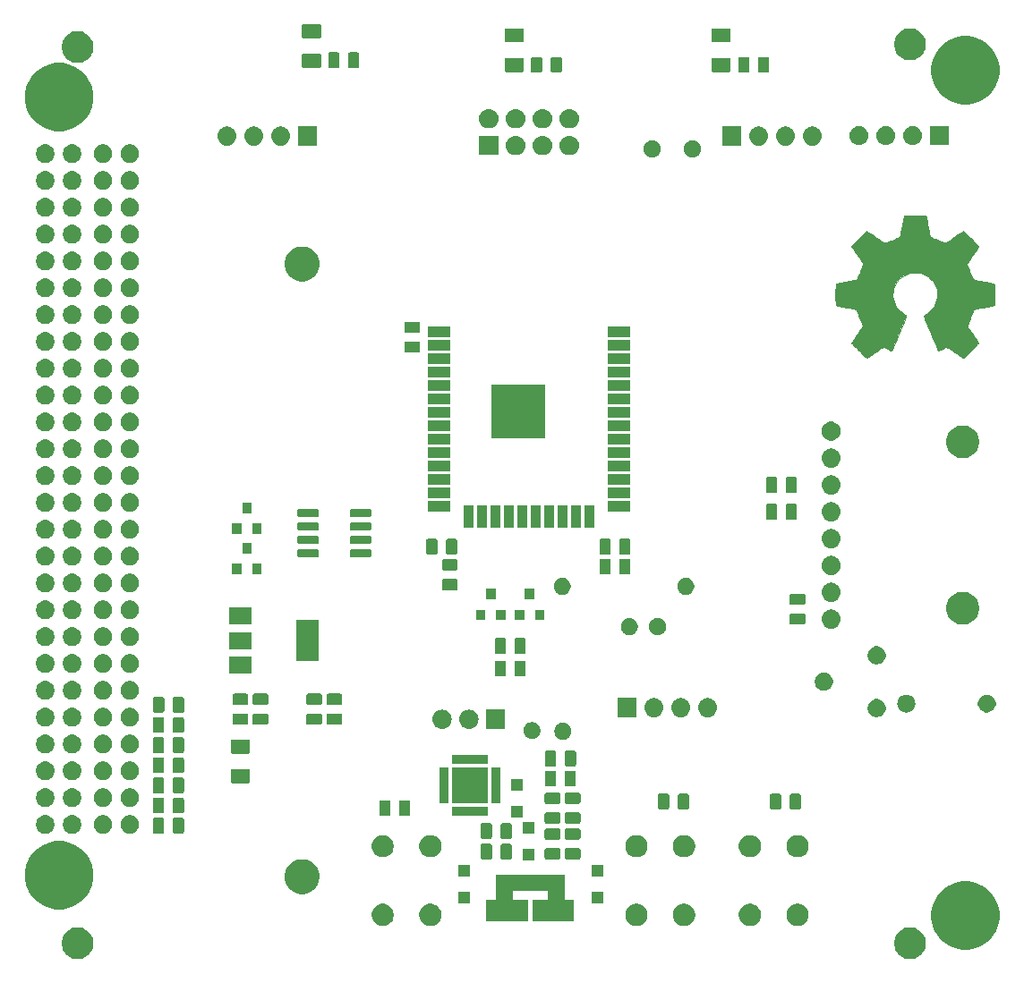
<source format=gbr>
G04 #@! TF.GenerationSoftware,KiCad,Pcbnew,(5.1.2)-2*
G04 #@! TF.CreationDate,2020-11-23T21:19:51+02:00*
G04 #@! TF.ProjectId,ESP_mesh_module,4553505f-6d65-4736-985f-6d6f64756c65,rev?*
G04 #@! TF.SameCoordinates,Original*
G04 #@! TF.FileFunction,Soldermask,Top*
G04 #@! TF.FilePolarity,Negative*
%FSLAX46Y46*%
G04 Gerber Fmt 4.6, Leading zero omitted, Abs format (unit mm)*
G04 Created by KiCad (PCBNEW (5.1.2)-2) date 2020-11-23 21:19:51*
%MOMM*%
%LPD*%
G04 APERTURE LIST*
%ADD10C,0.010000*%
%ADD11C,0.100000*%
G04 APERTURE END LIST*
D10*
G36*
X211298360Y-76632166D02*
G01*
X211517478Y-76633344D01*
X211693398Y-76635452D01*
X211829918Y-76638606D01*
X211930836Y-76642925D01*
X211999952Y-76648525D01*
X212041064Y-76655526D01*
X212057617Y-76663550D01*
X212067565Y-76694855D01*
X212085410Y-76770560D01*
X212110014Y-76885075D01*
X212140237Y-77032809D01*
X212174942Y-77208173D01*
X212212989Y-77405576D01*
X212253241Y-77619428D01*
X212262851Y-77671216D01*
X212303669Y-77888190D01*
X212342924Y-78090057D01*
X212379433Y-78271218D01*
X212412010Y-78426071D01*
X212439469Y-78549018D01*
X212460627Y-78634458D01*
X212474298Y-78676790D01*
X212476273Y-78679855D01*
X212510850Y-78700429D01*
X212585367Y-78736007D01*
X212692281Y-78783539D01*
X212824047Y-78839973D01*
X212973124Y-78902259D01*
X213131967Y-78967347D01*
X213293033Y-79032184D01*
X213448778Y-79093721D01*
X213591661Y-79148907D01*
X213714136Y-79194690D01*
X213808661Y-79228019D01*
X213867693Y-79245845D01*
X213881030Y-79247999D01*
X213922313Y-79232884D01*
X214003969Y-79187705D01*
X214125608Y-79112709D01*
X214286837Y-79008148D01*
X214487268Y-78874268D01*
X214726508Y-78711320D01*
X214758716Y-78689199D01*
X214940362Y-78565091D01*
X215110102Y-78450558D01*
X215263137Y-78348730D01*
X215394673Y-78262736D01*
X215499911Y-78195704D01*
X215574057Y-78150764D01*
X215612312Y-78131044D01*
X215615352Y-78130399D01*
X215643524Y-78147940D01*
X215702047Y-78197363D01*
X215786125Y-78273872D01*
X215890965Y-78372671D01*
X216011770Y-78488963D01*
X216143746Y-78617951D01*
X216282096Y-78754839D01*
X216422027Y-78894830D01*
X216558743Y-79033127D01*
X216687448Y-79164935D01*
X216803348Y-79285455D01*
X216901647Y-79389892D01*
X216977551Y-79473449D01*
X217026263Y-79531330D01*
X217043000Y-79558478D01*
X217029027Y-79588658D01*
X216989239Y-79655632D01*
X216926829Y-79754492D01*
X216844992Y-79880331D01*
X216746922Y-80028241D01*
X216635812Y-80193314D01*
X216514856Y-80370643D01*
X216506845Y-80382309D01*
X216384386Y-80561035D01*
X216270424Y-80728287D01*
X216168329Y-80879048D01*
X216081471Y-81008301D01*
X216013222Y-81111029D01*
X215966952Y-81182215D01*
X215946031Y-81216842D01*
X215945744Y-81217453D01*
X215941635Y-81241021D01*
X215946733Y-81279293D01*
X215962796Y-81337113D01*
X215991583Y-81419331D01*
X216034851Y-81530793D01*
X216094360Y-81676347D01*
X216171867Y-81860840D01*
X216221548Y-81977715D01*
X216313925Y-82191504D01*
X216395094Y-82373435D01*
X216463507Y-82520254D01*
X216517615Y-82628706D01*
X216555869Y-82695538D01*
X216573100Y-82716311D01*
X216609040Y-82728332D01*
X216689084Y-82748048D01*
X216807324Y-82774228D01*
X216957854Y-82805639D01*
X217134766Y-82841050D01*
X217332156Y-82879230D01*
X217544115Y-82918946D01*
X217551000Y-82920215D01*
X217762329Y-82959646D01*
X217958437Y-82997184D01*
X218133576Y-83031655D01*
X218281994Y-83061889D01*
X218397942Y-83086712D01*
X218475670Y-83104951D01*
X218509429Y-83115436D01*
X218509850Y-83115727D01*
X218518067Y-83146736D01*
X218525174Y-83221667D01*
X218531163Y-83333843D01*
X218536028Y-83476586D01*
X218539762Y-83643218D01*
X218542358Y-83827062D01*
X218543810Y-84021439D01*
X218544112Y-84219673D01*
X218543256Y-84415085D01*
X218541236Y-84600997D01*
X218538045Y-84770733D01*
X218533678Y-84917613D01*
X218528127Y-85034961D01*
X218521385Y-85116099D01*
X218513447Y-85154348D01*
X218511867Y-85156177D01*
X218480882Y-85164864D01*
X218405657Y-85181563D01*
X218291918Y-85205132D01*
X218145393Y-85234425D01*
X217971808Y-85268299D01*
X217776890Y-85305610D01*
X217566368Y-85345213D01*
X217554714Y-85347386D01*
X217343446Y-85387463D01*
X217147480Y-85425992D01*
X216972550Y-85461742D01*
X216824388Y-85493483D01*
X216708729Y-85519985D01*
X216631305Y-85540019D01*
X216597850Y-85552355D01*
X216597423Y-85552759D01*
X216577729Y-85587423D01*
X216543616Y-85661561D01*
X216497784Y-85768260D01*
X216442931Y-85900606D01*
X216381753Y-86051685D01*
X216316949Y-86214584D01*
X216251218Y-86382389D01*
X216187256Y-86548186D01*
X216127762Y-86705063D01*
X216075433Y-86846105D01*
X216032968Y-86964398D01*
X216003065Y-87053029D01*
X215988420Y-87105085D01*
X215987681Y-87115283D01*
X216004938Y-87144157D01*
X216047731Y-87209873D01*
X216112721Y-87307472D01*
X216196573Y-87432000D01*
X216295948Y-87578498D01*
X216407511Y-87742011D01*
X216522459Y-87909632D01*
X216642173Y-88085054D01*
X216752182Y-88248705D01*
X216849239Y-88395565D01*
X216930095Y-88520611D01*
X216991501Y-88618823D01*
X217030209Y-88685180D01*
X217042999Y-88714204D01*
X217025511Y-88742255D01*
X216976236Y-88800746D01*
X216899955Y-88884871D01*
X216801452Y-88989824D01*
X216685510Y-89110800D01*
X216556912Y-89242993D01*
X216420440Y-89381598D01*
X216280877Y-89521810D01*
X216143007Y-89658821D01*
X216011611Y-89787828D01*
X215891473Y-89904024D01*
X215787376Y-90002604D01*
X215704103Y-90078763D01*
X215646435Y-90127694D01*
X215619369Y-90144600D01*
X215590510Y-90130668D01*
X215524840Y-90091027D01*
X215427302Y-90028906D01*
X215302834Y-89947534D01*
X215156380Y-89850139D01*
X214992878Y-89739952D01*
X214822664Y-89623900D01*
X214647005Y-89504299D01*
X214483236Y-89394376D01*
X214336358Y-89297368D01*
X214211372Y-89216511D01*
X214113279Y-89155042D01*
X214047081Y-89116199D01*
X214018130Y-89103200D01*
X213980613Y-89114807D01*
X213907860Y-89146730D01*
X213809047Y-89194621D01*
X213693349Y-89254131D01*
X213642939Y-89281000D01*
X213522689Y-89344074D01*
X213415255Y-89397302D01*
X213329899Y-89436326D01*
X213275887Y-89456787D01*
X213264977Y-89458800D01*
X213252523Y-89451801D01*
X213234768Y-89428834D01*
X213210399Y-89386939D01*
X213178105Y-89323155D01*
X213136573Y-89234524D01*
X213084491Y-89118086D01*
X213020546Y-88970881D01*
X212943427Y-88789951D01*
X212851822Y-88572334D01*
X212744417Y-88315073D01*
X212619901Y-88015207D01*
X212549296Y-87844698D01*
X212436828Y-87572642D01*
X212329952Y-87313627D01*
X212230278Y-87071590D01*
X212139419Y-86850467D01*
X212058987Y-86654197D01*
X211990593Y-86486717D01*
X211935851Y-86351964D01*
X211896371Y-86253875D01*
X211873767Y-86196388D01*
X211868962Y-86182976D01*
X211874692Y-86143462D01*
X211917069Y-86099084D01*
X211966904Y-86064152D01*
X212258101Y-85858882D01*
X212502205Y-85647549D01*
X212702903Y-85425461D01*
X212863885Y-85187924D01*
X212988838Y-84930247D01*
X213081452Y-84647738D01*
X213082037Y-84645500D01*
X213113483Y-84480905D01*
X213132273Y-84287982D01*
X213137875Y-84085950D01*
X213129758Y-83894030D01*
X213107391Y-83731444D01*
X213107318Y-83731100D01*
X213017315Y-83423108D01*
X212882965Y-83134955D01*
X212708291Y-82870957D01*
X212497316Y-82635432D01*
X212254065Y-82432695D01*
X211982559Y-82267064D01*
X211686823Y-82142855D01*
X211602700Y-82116796D01*
X211399419Y-82073774D01*
X211170011Y-82050361D01*
X210935552Y-82047391D01*
X210717116Y-82065695D01*
X210640884Y-82078767D01*
X210325793Y-82167562D01*
X210033358Y-82300297D01*
X209766942Y-82473920D01*
X209529908Y-82685381D01*
X209325616Y-82931625D01*
X209157431Y-83209602D01*
X209028714Y-83516258D01*
X209016570Y-83553300D01*
X208987179Y-83663862D01*
X208966697Y-83788417D01*
X208953239Y-83940797D01*
X208947367Y-84061300D01*
X208948984Y-84330485D01*
X208977814Y-84570437D01*
X209036900Y-84796604D01*
X209129282Y-85024434D01*
X209142401Y-85051900D01*
X209268661Y-85280459D01*
X209416127Y-85483684D01*
X209592712Y-85670280D01*
X209806328Y-85848952D01*
X209977742Y-85971017D01*
X210068779Y-86034804D01*
X210143079Y-86091426D01*
X210190811Y-86133137D01*
X210202853Y-86148369D01*
X210195562Y-86177406D01*
X210169801Y-86250266D01*
X210126789Y-86363943D01*
X210067743Y-86515430D01*
X209993882Y-86701720D01*
X209906423Y-86919807D01*
X209806584Y-87166684D01*
X209695583Y-87439345D01*
X209574638Y-87734783D01*
X209444966Y-88049992D01*
X209307786Y-88381963D01*
X209164316Y-88727692D01*
X209015774Y-89084172D01*
X208946781Y-89249250D01*
X208897834Y-89358486D01*
X208859286Y-89425150D01*
X208827192Y-89455402D01*
X208812609Y-89458800D01*
X208774650Y-89447182D01*
X208701426Y-89415211D01*
X208602077Y-89367209D01*
X208485743Y-89307495D01*
X208431413Y-89278562D01*
X208283746Y-89201872D01*
X208166477Y-89146923D01*
X208083895Y-89115580D01*
X208042312Y-89109187D01*
X208009279Y-89125712D01*
X207939650Y-89167854D01*
X207838560Y-89232258D01*
X207711145Y-89315570D01*
X207562537Y-89414437D01*
X207397873Y-89525505D01*
X207241360Y-89632324D01*
X207067982Y-89750769D01*
X206907283Y-89859538D01*
X206764181Y-89955383D01*
X206643592Y-90035052D01*
X206550434Y-90095295D01*
X206489622Y-90132861D01*
X206466490Y-90144600D01*
X206442848Y-90127198D01*
X206387473Y-90077572D01*
X206304385Y-89999586D01*
X206197602Y-89897104D01*
X206071142Y-89773993D01*
X205929024Y-89634116D01*
X205775267Y-89481340D01*
X205733479Y-89439582D01*
X205578036Y-89283373D01*
X205434471Y-89137770D01*
X205306648Y-89006789D01*
X205198429Y-88894450D01*
X205113679Y-88804770D01*
X205056259Y-88741769D01*
X205030032Y-88709464D01*
X205028800Y-88706572D01*
X205042699Y-88679814D01*
X205082229Y-88616185D01*
X205144142Y-88520605D01*
X205225186Y-88397994D01*
X205322113Y-88253271D01*
X205431671Y-88091358D01*
X205539873Y-87932838D01*
X205659359Y-87757972D01*
X205770366Y-87594524D01*
X205869433Y-87447667D01*
X205953100Y-87322572D01*
X206017905Y-87224411D01*
X206060386Y-87158355D01*
X206076555Y-87130893D01*
X206081038Y-87107640D01*
X206077124Y-87070364D01*
X206063173Y-87014230D01*
X206037547Y-86934404D01*
X205998604Y-86826054D01*
X205944705Y-86684345D01*
X205874211Y-86504443D01*
X205804852Y-86329994D01*
X205730766Y-86145886D01*
X205661385Y-85976237D01*
X205599240Y-85827023D01*
X205546863Y-85704223D01*
X205506785Y-85613813D01*
X205481540Y-85561771D01*
X205475355Y-85552092D01*
X205443747Y-85540007D01*
X205367853Y-85520172D01*
X205253388Y-85493813D01*
X205106066Y-85462156D01*
X204931602Y-85426429D01*
X204735710Y-85387857D01*
X204524106Y-85347667D01*
X204515295Y-85346025D01*
X204304100Y-85306357D01*
X204108251Y-85268953D01*
X203933465Y-85234950D01*
X203785456Y-85205488D01*
X203669943Y-85181705D01*
X203592641Y-85164740D01*
X203559267Y-85155731D01*
X203558809Y-85155483D01*
X203550856Y-85125916D01*
X203544098Y-85052240D01*
X203538525Y-84941131D01*
X203534127Y-84799266D01*
X203530894Y-84633321D01*
X203528815Y-84449973D01*
X203527880Y-84255899D01*
X203528079Y-84057774D01*
X203529401Y-83862275D01*
X203531837Y-83676079D01*
X203535375Y-83505863D01*
X203540006Y-83358303D01*
X203545719Y-83240074D01*
X203552505Y-83157855D01*
X203560352Y-83118321D01*
X203561950Y-83116195D01*
X203593383Y-83106282D01*
X203669114Y-83088575D01*
X203783433Y-83064230D01*
X203930633Y-83034401D01*
X204105004Y-83000242D01*
X204300838Y-82962909D01*
X204512427Y-82923556D01*
X204533500Y-82919689D01*
X204810944Y-82868076D01*
X205039908Y-82823808D01*
X205222125Y-82786508D01*
X205359324Y-82755799D01*
X205453236Y-82731304D01*
X205505592Y-82712646D01*
X205516269Y-82705853D01*
X205539533Y-82669806D01*
X205578069Y-82594703D01*
X205628829Y-82487713D01*
X205688767Y-82356002D01*
X205754834Y-82206738D01*
X205823984Y-82047088D01*
X205893169Y-81884219D01*
X205959341Y-81725297D01*
X206019454Y-81577492D01*
X206070459Y-81447969D01*
X206109310Y-81343896D01*
X206132959Y-81272440D01*
X206138719Y-81241900D01*
X206122475Y-81210037D01*
X206080484Y-81141412D01*
X206016003Y-81040973D01*
X205932286Y-80913666D01*
X205832589Y-80764438D01*
X205720167Y-80598234D01*
X205598275Y-80420001D01*
X205587791Y-80404759D01*
X205465210Y-80225865D01*
X205351701Y-80058748D01*
X205250532Y-79908333D01*
X205164973Y-79779542D01*
X205098292Y-79677299D01*
X205053759Y-79606528D01*
X205034642Y-79572154D01*
X205034296Y-79571074D01*
X205040305Y-79548851D01*
X205067262Y-79508543D01*
X205117544Y-79447561D01*
X205193528Y-79363313D01*
X205297592Y-79253207D01*
X205432112Y-79114654D01*
X205599465Y-78945062D01*
X205716891Y-78827064D01*
X205887945Y-78656791D01*
X206042795Y-78505014D01*
X206178184Y-78374793D01*
X206290853Y-78269189D01*
X206377542Y-78191261D01*
X206434994Y-78144071D01*
X206458736Y-78130400D01*
X206489510Y-78144376D01*
X206557179Y-78184219D01*
X206656926Y-78246805D01*
X206783931Y-78329006D01*
X206933377Y-78427697D01*
X207100447Y-78539751D01*
X207280322Y-78662043D01*
X207319953Y-78689199D01*
X207549723Y-78845729D01*
X207747714Y-78978237D01*
X207912200Y-79085621D01*
X208041452Y-79166781D01*
X208133742Y-79220616D01*
X208187342Y-79246023D01*
X208196913Y-79247999D01*
X208240211Y-79238357D01*
X208321771Y-79211490D01*
X208434097Y-79170494D01*
X208569688Y-79118461D01*
X208721048Y-79058484D01*
X208880678Y-78993658D01*
X209041080Y-78927075D01*
X209194755Y-78861829D01*
X209334206Y-78801013D01*
X209451934Y-78747721D01*
X209540441Y-78705046D01*
X209592229Y-78676081D01*
X209601355Y-78668594D01*
X209616349Y-78630743D01*
X209638839Y-78546155D01*
X209668101Y-78418223D01*
X209703406Y-78250341D01*
X209744029Y-78045901D01*
X209789242Y-77808297D01*
X209812282Y-77683891D01*
X209851902Y-77470055D01*
X209889557Y-77270308D01*
X209924084Y-77090566D01*
X209954320Y-76936747D01*
X209979099Y-76814765D01*
X209997259Y-76730538D01*
X210007635Y-76689980D01*
X210008032Y-76688950D01*
X210031510Y-76631800D01*
X211032245Y-76631800D01*
X211298360Y-76632166D01*
X211298360Y-76632166D01*
G37*
X211298360Y-76632166D02*
X211517478Y-76633344D01*
X211693398Y-76635452D01*
X211829918Y-76638606D01*
X211930836Y-76642925D01*
X211999952Y-76648525D01*
X212041064Y-76655526D01*
X212057617Y-76663550D01*
X212067565Y-76694855D01*
X212085410Y-76770560D01*
X212110014Y-76885075D01*
X212140237Y-77032809D01*
X212174942Y-77208173D01*
X212212989Y-77405576D01*
X212253241Y-77619428D01*
X212262851Y-77671216D01*
X212303669Y-77888190D01*
X212342924Y-78090057D01*
X212379433Y-78271218D01*
X212412010Y-78426071D01*
X212439469Y-78549018D01*
X212460627Y-78634458D01*
X212474298Y-78676790D01*
X212476273Y-78679855D01*
X212510850Y-78700429D01*
X212585367Y-78736007D01*
X212692281Y-78783539D01*
X212824047Y-78839973D01*
X212973124Y-78902259D01*
X213131967Y-78967347D01*
X213293033Y-79032184D01*
X213448778Y-79093721D01*
X213591661Y-79148907D01*
X213714136Y-79194690D01*
X213808661Y-79228019D01*
X213867693Y-79245845D01*
X213881030Y-79247999D01*
X213922313Y-79232884D01*
X214003969Y-79187705D01*
X214125608Y-79112709D01*
X214286837Y-79008148D01*
X214487268Y-78874268D01*
X214726508Y-78711320D01*
X214758716Y-78689199D01*
X214940362Y-78565091D01*
X215110102Y-78450558D01*
X215263137Y-78348730D01*
X215394673Y-78262736D01*
X215499911Y-78195704D01*
X215574057Y-78150764D01*
X215612312Y-78131044D01*
X215615352Y-78130399D01*
X215643524Y-78147940D01*
X215702047Y-78197363D01*
X215786125Y-78273872D01*
X215890965Y-78372671D01*
X216011770Y-78488963D01*
X216143746Y-78617951D01*
X216282096Y-78754839D01*
X216422027Y-78894830D01*
X216558743Y-79033127D01*
X216687448Y-79164935D01*
X216803348Y-79285455D01*
X216901647Y-79389892D01*
X216977551Y-79473449D01*
X217026263Y-79531330D01*
X217043000Y-79558478D01*
X217029027Y-79588658D01*
X216989239Y-79655632D01*
X216926829Y-79754492D01*
X216844992Y-79880331D01*
X216746922Y-80028241D01*
X216635812Y-80193314D01*
X216514856Y-80370643D01*
X216506845Y-80382309D01*
X216384386Y-80561035D01*
X216270424Y-80728287D01*
X216168329Y-80879048D01*
X216081471Y-81008301D01*
X216013222Y-81111029D01*
X215966952Y-81182215D01*
X215946031Y-81216842D01*
X215945744Y-81217453D01*
X215941635Y-81241021D01*
X215946733Y-81279293D01*
X215962796Y-81337113D01*
X215991583Y-81419331D01*
X216034851Y-81530793D01*
X216094360Y-81676347D01*
X216171867Y-81860840D01*
X216221548Y-81977715D01*
X216313925Y-82191504D01*
X216395094Y-82373435D01*
X216463507Y-82520254D01*
X216517615Y-82628706D01*
X216555869Y-82695538D01*
X216573100Y-82716311D01*
X216609040Y-82728332D01*
X216689084Y-82748048D01*
X216807324Y-82774228D01*
X216957854Y-82805639D01*
X217134766Y-82841050D01*
X217332156Y-82879230D01*
X217544115Y-82918946D01*
X217551000Y-82920215D01*
X217762329Y-82959646D01*
X217958437Y-82997184D01*
X218133576Y-83031655D01*
X218281994Y-83061889D01*
X218397942Y-83086712D01*
X218475670Y-83104951D01*
X218509429Y-83115436D01*
X218509850Y-83115727D01*
X218518067Y-83146736D01*
X218525174Y-83221667D01*
X218531163Y-83333843D01*
X218536028Y-83476586D01*
X218539762Y-83643218D01*
X218542358Y-83827062D01*
X218543810Y-84021439D01*
X218544112Y-84219673D01*
X218543256Y-84415085D01*
X218541236Y-84600997D01*
X218538045Y-84770733D01*
X218533678Y-84917613D01*
X218528127Y-85034961D01*
X218521385Y-85116099D01*
X218513447Y-85154348D01*
X218511867Y-85156177D01*
X218480882Y-85164864D01*
X218405657Y-85181563D01*
X218291918Y-85205132D01*
X218145393Y-85234425D01*
X217971808Y-85268299D01*
X217776890Y-85305610D01*
X217566368Y-85345213D01*
X217554714Y-85347386D01*
X217343446Y-85387463D01*
X217147480Y-85425992D01*
X216972550Y-85461742D01*
X216824388Y-85493483D01*
X216708729Y-85519985D01*
X216631305Y-85540019D01*
X216597850Y-85552355D01*
X216597423Y-85552759D01*
X216577729Y-85587423D01*
X216543616Y-85661561D01*
X216497784Y-85768260D01*
X216442931Y-85900606D01*
X216381753Y-86051685D01*
X216316949Y-86214584D01*
X216251218Y-86382389D01*
X216187256Y-86548186D01*
X216127762Y-86705063D01*
X216075433Y-86846105D01*
X216032968Y-86964398D01*
X216003065Y-87053029D01*
X215988420Y-87105085D01*
X215987681Y-87115283D01*
X216004938Y-87144157D01*
X216047731Y-87209873D01*
X216112721Y-87307472D01*
X216196573Y-87432000D01*
X216295948Y-87578498D01*
X216407511Y-87742011D01*
X216522459Y-87909632D01*
X216642173Y-88085054D01*
X216752182Y-88248705D01*
X216849239Y-88395565D01*
X216930095Y-88520611D01*
X216991501Y-88618823D01*
X217030209Y-88685180D01*
X217042999Y-88714204D01*
X217025511Y-88742255D01*
X216976236Y-88800746D01*
X216899955Y-88884871D01*
X216801452Y-88989824D01*
X216685510Y-89110800D01*
X216556912Y-89242993D01*
X216420440Y-89381598D01*
X216280877Y-89521810D01*
X216143007Y-89658821D01*
X216011611Y-89787828D01*
X215891473Y-89904024D01*
X215787376Y-90002604D01*
X215704103Y-90078763D01*
X215646435Y-90127694D01*
X215619369Y-90144600D01*
X215590510Y-90130668D01*
X215524840Y-90091027D01*
X215427302Y-90028906D01*
X215302834Y-89947534D01*
X215156380Y-89850139D01*
X214992878Y-89739952D01*
X214822664Y-89623900D01*
X214647005Y-89504299D01*
X214483236Y-89394376D01*
X214336358Y-89297368D01*
X214211372Y-89216511D01*
X214113279Y-89155042D01*
X214047081Y-89116199D01*
X214018130Y-89103200D01*
X213980613Y-89114807D01*
X213907860Y-89146730D01*
X213809047Y-89194621D01*
X213693349Y-89254131D01*
X213642939Y-89281000D01*
X213522689Y-89344074D01*
X213415255Y-89397302D01*
X213329899Y-89436326D01*
X213275887Y-89456787D01*
X213264977Y-89458800D01*
X213252523Y-89451801D01*
X213234768Y-89428834D01*
X213210399Y-89386939D01*
X213178105Y-89323155D01*
X213136573Y-89234524D01*
X213084491Y-89118086D01*
X213020546Y-88970881D01*
X212943427Y-88789951D01*
X212851822Y-88572334D01*
X212744417Y-88315073D01*
X212619901Y-88015207D01*
X212549296Y-87844698D01*
X212436828Y-87572642D01*
X212329952Y-87313627D01*
X212230278Y-87071590D01*
X212139419Y-86850467D01*
X212058987Y-86654197D01*
X211990593Y-86486717D01*
X211935851Y-86351964D01*
X211896371Y-86253875D01*
X211873767Y-86196388D01*
X211868962Y-86182976D01*
X211874692Y-86143462D01*
X211917069Y-86099084D01*
X211966904Y-86064152D01*
X212258101Y-85858882D01*
X212502205Y-85647549D01*
X212702903Y-85425461D01*
X212863885Y-85187924D01*
X212988838Y-84930247D01*
X213081452Y-84647738D01*
X213082037Y-84645500D01*
X213113483Y-84480905D01*
X213132273Y-84287982D01*
X213137875Y-84085950D01*
X213129758Y-83894030D01*
X213107391Y-83731444D01*
X213107318Y-83731100D01*
X213017315Y-83423108D01*
X212882965Y-83134955D01*
X212708291Y-82870957D01*
X212497316Y-82635432D01*
X212254065Y-82432695D01*
X211982559Y-82267064D01*
X211686823Y-82142855D01*
X211602700Y-82116796D01*
X211399419Y-82073774D01*
X211170011Y-82050361D01*
X210935552Y-82047391D01*
X210717116Y-82065695D01*
X210640884Y-82078767D01*
X210325793Y-82167562D01*
X210033358Y-82300297D01*
X209766942Y-82473920D01*
X209529908Y-82685381D01*
X209325616Y-82931625D01*
X209157431Y-83209602D01*
X209028714Y-83516258D01*
X209016570Y-83553300D01*
X208987179Y-83663862D01*
X208966697Y-83788417D01*
X208953239Y-83940797D01*
X208947367Y-84061300D01*
X208948984Y-84330485D01*
X208977814Y-84570437D01*
X209036900Y-84796604D01*
X209129282Y-85024434D01*
X209142401Y-85051900D01*
X209268661Y-85280459D01*
X209416127Y-85483684D01*
X209592712Y-85670280D01*
X209806328Y-85848952D01*
X209977742Y-85971017D01*
X210068779Y-86034804D01*
X210143079Y-86091426D01*
X210190811Y-86133137D01*
X210202853Y-86148369D01*
X210195562Y-86177406D01*
X210169801Y-86250266D01*
X210126789Y-86363943D01*
X210067743Y-86515430D01*
X209993882Y-86701720D01*
X209906423Y-86919807D01*
X209806584Y-87166684D01*
X209695583Y-87439345D01*
X209574638Y-87734783D01*
X209444966Y-88049992D01*
X209307786Y-88381963D01*
X209164316Y-88727692D01*
X209015774Y-89084172D01*
X208946781Y-89249250D01*
X208897834Y-89358486D01*
X208859286Y-89425150D01*
X208827192Y-89455402D01*
X208812609Y-89458800D01*
X208774650Y-89447182D01*
X208701426Y-89415211D01*
X208602077Y-89367209D01*
X208485743Y-89307495D01*
X208431413Y-89278562D01*
X208283746Y-89201872D01*
X208166477Y-89146923D01*
X208083895Y-89115580D01*
X208042312Y-89109187D01*
X208009279Y-89125712D01*
X207939650Y-89167854D01*
X207838560Y-89232258D01*
X207711145Y-89315570D01*
X207562537Y-89414437D01*
X207397873Y-89525505D01*
X207241360Y-89632324D01*
X207067982Y-89750769D01*
X206907283Y-89859538D01*
X206764181Y-89955383D01*
X206643592Y-90035052D01*
X206550434Y-90095295D01*
X206489622Y-90132861D01*
X206466490Y-90144600D01*
X206442848Y-90127198D01*
X206387473Y-90077572D01*
X206304385Y-89999586D01*
X206197602Y-89897104D01*
X206071142Y-89773993D01*
X205929024Y-89634116D01*
X205775267Y-89481340D01*
X205733479Y-89439582D01*
X205578036Y-89283373D01*
X205434471Y-89137770D01*
X205306648Y-89006789D01*
X205198429Y-88894450D01*
X205113679Y-88804770D01*
X205056259Y-88741769D01*
X205030032Y-88709464D01*
X205028800Y-88706572D01*
X205042699Y-88679814D01*
X205082229Y-88616185D01*
X205144142Y-88520605D01*
X205225186Y-88397994D01*
X205322113Y-88253271D01*
X205431671Y-88091358D01*
X205539873Y-87932838D01*
X205659359Y-87757972D01*
X205770366Y-87594524D01*
X205869433Y-87447667D01*
X205953100Y-87322572D01*
X206017905Y-87224411D01*
X206060386Y-87158355D01*
X206076555Y-87130893D01*
X206081038Y-87107640D01*
X206077124Y-87070364D01*
X206063173Y-87014230D01*
X206037547Y-86934404D01*
X205998604Y-86826054D01*
X205944705Y-86684345D01*
X205874211Y-86504443D01*
X205804852Y-86329994D01*
X205730766Y-86145886D01*
X205661385Y-85976237D01*
X205599240Y-85827023D01*
X205546863Y-85704223D01*
X205506785Y-85613813D01*
X205481540Y-85561771D01*
X205475355Y-85552092D01*
X205443747Y-85540007D01*
X205367853Y-85520172D01*
X205253388Y-85493813D01*
X205106066Y-85462156D01*
X204931602Y-85426429D01*
X204735710Y-85387857D01*
X204524106Y-85347667D01*
X204515295Y-85346025D01*
X204304100Y-85306357D01*
X204108251Y-85268953D01*
X203933465Y-85234950D01*
X203785456Y-85205488D01*
X203669943Y-85181705D01*
X203592641Y-85164740D01*
X203559267Y-85155731D01*
X203558809Y-85155483D01*
X203550856Y-85125916D01*
X203544098Y-85052240D01*
X203538525Y-84941131D01*
X203534127Y-84799266D01*
X203530894Y-84633321D01*
X203528815Y-84449973D01*
X203527880Y-84255899D01*
X203528079Y-84057774D01*
X203529401Y-83862275D01*
X203531837Y-83676079D01*
X203535375Y-83505863D01*
X203540006Y-83358303D01*
X203545719Y-83240074D01*
X203552505Y-83157855D01*
X203560352Y-83118321D01*
X203561950Y-83116195D01*
X203593383Y-83106282D01*
X203669114Y-83088575D01*
X203783433Y-83064230D01*
X203930633Y-83034401D01*
X204105004Y-83000242D01*
X204300838Y-82962909D01*
X204512427Y-82923556D01*
X204533500Y-82919689D01*
X204810944Y-82868076D01*
X205039908Y-82823808D01*
X205222125Y-82786508D01*
X205359324Y-82755799D01*
X205453236Y-82731304D01*
X205505592Y-82712646D01*
X205516269Y-82705853D01*
X205539533Y-82669806D01*
X205578069Y-82594703D01*
X205628829Y-82487713D01*
X205688767Y-82356002D01*
X205754834Y-82206738D01*
X205823984Y-82047088D01*
X205893169Y-81884219D01*
X205959341Y-81725297D01*
X206019454Y-81577492D01*
X206070459Y-81447969D01*
X206109310Y-81343896D01*
X206132959Y-81272440D01*
X206138719Y-81241900D01*
X206122475Y-81210037D01*
X206080484Y-81141412D01*
X206016003Y-81040973D01*
X205932286Y-80913666D01*
X205832589Y-80764438D01*
X205720167Y-80598234D01*
X205598275Y-80420001D01*
X205587791Y-80404759D01*
X205465210Y-80225865D01*
X205351701Y-80058748D01*
X205250532Y-79908333D01*
X205164973Y-79779542D01*
X205098292Y-79677299D01*
X205053759Y-79606528D01*
X205034642Y-79572154D01*
X205034296Y-79571074D01*
X205040305Y-79548851D01*
X205067262Y-79508543D01*
X205117544Y-79447561D01*
X205193528Y-79363313D01*
X205297592Y-79253207D01*
X205432112Y-79114654D01*
X205599465Y-78945062D01*
X205716891Y-78827064D01*
X205887945Y-78656791D01*
X206042795Y-78505014D01*
X206178184Y-78374793D01*
X206290853Y-78269189D01*
X206377542Y-78191261D01*
X206434994Y-78144071D01*
X206458736Y-78130400D01*
X206489510Y-78144376D01*
X206557179Y-78184219D01*
X206656926Y-78246805D01*
X206783931Y-78329006D01*
X206933377Y-78427697D01*
X207100447Y-78539751D01*
X207280322Y-78662043D01*
X207319953Y-78689199D01*
X207549723Y-78845729D01*
X207747714Y-78978237D01*
X207912200Y-79085621D01*
X208041452Y-79166781D01*
X208133742Y-79220616D01*
X208187342Y-79246023D01*
X208196913Y-79247999D01*
X208240211Y-79238357D01*
X208321771Y-79211490D01*
X208434097Y-79170494D01*
X208569688Y-79118461D01*
X208721048Y-79058484D01*
X208880678Y-78993658D01*
X209041080Y-78927075D01*
X209194755Y-78861829D01*
X209334206Y-78801013D01*
X209451934Y-78747721D01*
X209540441Y-78705046D01*
X209592229Y-78676081D01*
X209601355Y-78668594D01*
X209616349Y-78630743D01*
X209638839Y-78546155D01*
X209668101Y-78418223D01*
X209703406Y-78250341D01*
X209744029Y-78045901D01*
X209789242Y-77808297D01*
X209812282Y-77683891D01*
X209851902Y-77470055D01*
X209889557Y-77270308D01*
X209924084Y-77090566D01*
X209954320Y-76936747D01*
X209979099Y-76814765D01*
X209997259Y-76730538D01*
X210007635Y-76689980D01*
X210008032Y-76688950D01*
X210031510Y-76631800D01*
X211032245Y-76631800D01*
X211298360Y-76632166D01*
D11*
G36*
X211003534Y-144099643D02*
G01*
X211276515Y-144212716D01*
X211276517Y-144212717D01*
X211400190Y-144295353D01*
X211522193Y-144376873D01*
X211731127Y-144585807D01*
X211895284Y-144831485D01*
X212008357Y-145104466D01*
X212066000Y-145394262D01*
X212066000Y-145689738D01*
X212008357Y-145979534D01*
X211939404Y-146146000D01*
X211895283Y-146252517D01*
X211731126Y-146498194D01*
X211522194Y-146707126D01*
X211276517Y-146871283D01*
X211276516Y-146871284D01*
X211276515Y-146871284D01*
X211003534Y-146984357D01*
X210713738Y-147042000D01*
X210418262Y-147042000D01*
X210128466Y-146984357D01*
X209855485Y-146871284D01*
X209855484Y-146871284D01*
X209855483Y-146871283D01*
X209609806Y-146707126D01*
X209400874Y-146498194D01*
X209236717Y-146252517D01*
X209192596Y-146146000D01*
X209123643Y-145979534D01*
X209066000Y-145689738D01*
X209066000Y-145394262D01*
X209123643Y-145104466D01*
X209236716Y-144831485D01*
X209400873Y-144585807D01*
X209609807Y-144376873D01*
X209731810Y-144295353D01*
X209855483Y-144212717D01*
X209855485Y-144212716D01*
X210128466Y-144099643D01*
X210418262Y-144042000D01*
X210713738Y-144042000D01*
X211003534Y-144099643D01*
X211003534Y-144099643D01*
G37*
G36*
X132263534Y-144099643D02*
G01*
X132536515Y-144212716D01*
X132536517Y-144212717D01*
X132660190Y-144295353D01*
X132782193Y-144376873D01*
X132991127Y-144585807D01*
X133155284Y-144831485D01*
X133268357Y-145104466D01*
X133326000Y-145394262D01*
X133326000Y-145689738D01*
X133268357Y-145979534D01*
X133199404Y-146146000D01*
X133155283Y-146252517D01*
X132991126Y-146498194D01*
X132782194Y-146707126D01*
X132536517Y-146871283D01*
X132536516Y-146871284D01*
X132536515Y-146871284D01*
X132263534Y-146984357D01*
X131973738Y-147042000D01*
X131678262Y-147042000D01*
X131388466Y-146984357D01*
X131115485Y-146871284D01*
X131115484Y-146871284D01*
X131115483Y-146871283D01*
X130869806Y-146707126D01*
X130660874Y-146498194D01*
X130496717Y-146252517D01*
X130452596Y-146146000D01*
X130383643Y-145979534D01*
X130326000Y-145689738D01*
X130326000Y-145394262D01*
X130383643Y-145104466D01*
X130496716Y-144831485D01*
X130660873Y-144585807D01*
X130869807Y-144376873D01*
X130991810Y-144295353D01*
X131115483Y-144212717D01*
X131115485Y-144212716D01*
X131388466Y-144099643D01*
X131678262Y-144042000D01*
X131973738Y-144042000D01*
X132263534Y-144099643D01*
X132263534Y-144099643D01*
G37*
G36*
X216750988Y-139817973D02*
G01*
X217313539Y-140050989D01*
X217338084Y-140061156D01*
X217866455Y-140414202D01*
X218315798Y-140863545D01*
X218587382Y-141270000D01*
X218668845Y-141391918D01*
X218912027Y-141979012D01*
X219036000Y-142602265D01*
X219036000Y-143237735D01*
X218912027Y-143860988D01*
X218698340Y-144376874D01*
X218668844Y-144448084D01*
X218315798Y-144976455D01*
X217866455Y-145425798D01*
X217338084Y-145778844D01*
X217338083Y-145778845D01*
X217338082Y-145778845D01*
X216750988Y-146022027D01*
X216127735Y-146146000D01*
X215492265Y-146146000D01*
X214869012Y-146022027D01*
X214281918Y-145778845D01*
X214281917Y-145778845D01*
X214281916Y-145778844D01*
X213753545Y-145425798D01*
X213304202Y-144976455D01*
X212951156Y-144448084D01*
X212921660Y-144376874D01*
X212707973Y-143860988D01*
X212584000Y-143237735D01*
X212584000Y-142602265D01*
X212707973Y-141979012D01*
X212951155Y-141391918D01*
X213032618Y-141270000D01*
X213304202Y-140863545D01*
X213753545Y-140414202D01*
X214281916Y-140061156D01*
X214306461Y-140050989D01*
X214869012Y-139817973D01*
X215492265Y-139694000D01*
X216127735Y-139694000D01*
X216750988Y-139817973D01*
X216750988Y-139817973D01*
G37*
G36*
X189496564Y-141844389D02*
G01*
X189687833Y-141923615D01*
X189687835Y-141923616D01*
X189755523Y-141968844D01*
X189859973Y-142038635D01*
X190006365Y-142185027D01*
X190121385Y-142357167D01*
X190200611Y-142548436D01*
X190241000Y-142751484D01*
X190241000Y-142958516D01*
X190200611Y-143161564D01*
X190169060Y-143237735D01*
X190121384Y-143352835D01*
X190006365Y-143524973D01*
X189859973Y-143671365D01*
X189687835Y-143786384D01*
X189687834Y-143786385D01*
X189687833Y-143786385D01*
X189496564Y-143865611D01*
X189293516Y-143906000D01*
X189086484Y-143906000D01*
X188883436Y-143865611D01*
X188692167Y-143786385D01*
X188692166Y-143786385D01*
X188692165Y-143786384D01*
X188520027Y-143671365D01*
X188373635Y-143524973D01*
X188258616Y-143352835D01*
X188210940Y-143237735D01*
X188179389Y-143161564D01*
X188139000Y-142958516D01*
X188139000Y-142751484D01*
X188179389Y-142548436D01*
X188258615Y-142357167D01*
X188373635Y-142185027D01*
X188520027Y-142038635D01*
X188624477Y-141968844D01*
X188692165Y-141923616D01*
X188692167Y-141923615D01*
X188883436Y-141844389D01*
X189086484Y-141804000D01*
X189293516Y-141804000D01*
X189496564Y-141844389D01*
X189496564Y-141844389D01*
G37*
G36*
X195733564Y-141844389D02*
G01*
X195924833Y-141923615D01*
X195924835Y-141923616D01*
X195992523Y-141968844D01*
X196096973Y-142038635D01*
X196243365Y-142185027D01*
X196358385Y-142357167D01*
X196437611Y-142548436D01*
X196478000Y-142751484D01*
X196478000Y-142958516D01*
X196437611Y-143161564D01*
X196406060Y-143237735D01*
X196358384Y-143352835D01*
X196243365Y-143524973D01*
X196096973Y-143671365D01*
X195924835Y-143786384D01*
X195924834Y-143786385D01*
X195924833Y-143786385D01*
X195733564Y-143865611D01*
X195530516Y-143906000D01*
X195323484Y-143906000D01*
X195120436Y-143865611D01*
X194929167Y-143786385D01*
X194929166Y-143786385D01*
X194929165Y-143786384D01*
X194757027Y-143671365D01*
X194610635Y-143524973D01*
X194495616Y-143352835D01*
X194447940Y-143237735D01*
X194416389Y-143161564D01*
X194376000Y-142958516D01*
X194376000Y-142751484D01*
X194416389Y-142548436D01*
X194495615Y-142357167D01*
X194610635Y-142185027D01*
X194757027Y-142038635D01*
X194861477Y-141968844D01*
X194929165Y-141923616D01*
X194929167Y-141923615D01*
X195120436Y-141844389D01*
X195323484Y-141804000D01*
X195530516Y-141804000D01*
X195733564Y-141844389D01*
X195733564Y-141844389D01*
G37*
G36*
X200233564Y-141844389D02*
G01*
X200424833Y-141923615D01*
X200424835Y-141923616D01*
X200492523Y-141968844D01*
X200596973Y-142038635D01*
X200743365Y-142185027D01*
X200858385Y-142357167D01*
X200937611Y-142548436D01*
X200978000Y-142751484D01*
X200978000Y-142958516D01*
X200937611Y-143161564D01*
X200906060Y-143237735D01*
X200858384Y-143352835D01*
X200743365Y-143524973D01*
X200596973Y-143671365D01*
X200424835Y-143786384D01*
X200424834Y-143786385D01*
X200424833Y-143786385D01*
X200233564Y-143865611D01*
X200030516Y-143906000D01*
X199823484Y-143906000D01*
X199620436Y-143865611D01*
X199429167Y-143786385D01*
X199429166Y-143786385D01*
X199429165Y-143786384D01*
X199257027Y-143671365D01*
X199110635Y-143524973D01*
X198995616Y-143352835D01*
X198947940Y-143237735D01*
X198916389Y-143161564D01*
X198876000Y-142958516D01*
X198876000Y-142751484D01*
X198916389Y-142548436D01*
X198995615Y-142357167D01*
X199110635Y-142185027D01*
X199257027Y-142038635D01*
X199361477Y-141968844D01*
X199429165Y-141923616D01*
X199429167Y-141923615D01*
X199620436Y-141844389D01*
X199823484Y-141804000D01*
X200030516Y-141804000D01*
X200233564Y-141844389D01*
X200233564Y-141844389D01*
G37*
G36*
X165502064Y-141844389D02*
G01*
X165693333Y-141923615D01*
X165693335Y-141923616D01*
X165761023Y-141968844D01*
X165865473Y-142038635D01*
X166011865Y-142185027D01*
X166126885Y-142357167D01*
X166206111Y-142548436D01*
X166246500Y-142751484D01*
X166246500Y-142958516D01*
X166206111Y-143161564D01*
X166174560Y-143237735D01*
X166126884Y-143352835D01*
X166011865Y-143524973D01*
X165865473Y-143671365D01*
X165693335Y-143786384D01*
X165693334Y-143786385D01*
X165693333Y-143786385D01*
X165502064Y-143865611D01*
X165299016Y-143906000D01*
X165091984Y-143906000D01*
X164888936Y-143865611D01*
X164697667Y-143786385D01*
X164697666Y-143786385D01*
X164697665Y-143786384D01*
X164525527Y-143671365D01*
X164379135Y-143524973D01*
X164264116Y-143352835D01*
X164216440Y-143237735D01*
X164184889Y-143161564D01*
X164144500Y-142958516D01*
X164144500Y-142751484D01*
X164184889Y-142548436D01*
X164264115Y-142357167D01*
X164379135Y-142185027D01*
X164525527Y-142038635D01*
X164629977Y-141968844D01*
X164697665Y-141923616D01*
X164697667Y-141923615D01*
X164888936Y-141844389D01*
X165091984Y-141804000D01*
X165299016Y-141804000D01*
X165502064Y-141844389D01*
X165502064Y-141844389D01*
G37*
G36*
X161002064Y-141844389D02*
G01*
X161193333Y-141923615D01*
X161193335Y-141923616D01*
X161261023Y-141968844D01*
X161365473Y-142038635D01*
X161511865Y-142185027D01*
X161626885Y-142357167D01*
X161706111Y-142548436D01*
X161746500Y-142751484D01*
X161746500Y-142958516D01*
X161706111Y-143161564D01*
X161674560Y-143237735D01*
X161626884Y-143352835D01*
X161511865Y-143524973D01*
X161365473Y-143671365D01*
X161193335Y-143786384D01*
X161193334Y-143786385D01*
X161193333Y-143786385D01*
X161002064Y-143865611D01*
X160799016Y-143906000D01*
X160591984Y-143906000D01*
X160388936Y-143865611D01*
X160197667Y-143786385D01*
X160197666Y-143786385D01*
X160197665Y-143786384D01*
X160025527Y-143671365D01*
X159879135Y-143524973D01*
X159764116Y-143352835D01*
X159716440Y-143237735D01*
X159684889Y-143161564D01*
X159644500Y-142958516D01*
X159644500Y-142751484D01*
X159684889Y-142548436D01*
X159764115Y-142357167D01*
X159879135Y-142185027D01*
X160025527Y-142038635D01*
X160129977Y-141968844D01*
X160197665Y-141923616D01*
X160197667Y-141923615D01*
X160388936Y-141844389D01*
X160591984Y-141804000D01*
X160799016Y-141804000D01*
X161002064Y-141844389D01*
X161002064Y-141844389D01*
G37*
G36*
X184996564Y-141844389D02*
G01*
X185187833Y-141923615D01*
X185187835Y-141923616D01*
X185255523Y-141968844D01*
X185359973Y-142038635D01*
X185506365Y-142185027D01*
X185621385Y-142357167D01*
X185700611Y-142548436D01*
X185741000Y-142751484D01*
X185741000Y-142958516D01*
X185700611Y-143161564D01*
X185669060Y-143237735D01*
X185621384Y-143352835D01*
X185506365Y-143524973D01*
X185359973Y-143671365D01*
X185187835Y-143786384D01*
X185187834Y-143786385D01*
X185187833Y-143786385D01*
X184996564Y-143865611D01*
X184793516Y-143906000D01*
X184586484Y-143906000D01*
X184383436Y-143865611D01*
X184192167Y-143786385D01*
X184192166Y-143786385D01*
X184192165Y-143786384D01*
X184020027Y-143671365D01*
X183873635Y-143524973D01*
X183758616Y-143352835D01*
X183710940Y-143237735D01*
X183679389Y-143161564D01*
X183639000Y-142958516D01*
X183639000Y-142751484D01*
X183679389Y-142548436D01*
X183758615Y-142357167D01*
X183873635Y-142185027D01*
X184020027Y-142038635D01*
X184124477Y-141968844D01*
X184192165Y-141923616D01*
X184192167Y-141923615D01*
X184383436Y-141844389D01*
X184586484Y-141804000D01*
X184793516Y-141804000D01*
X184996564Y-141844389D01*
X184996564Y-141844389D01*
G37*
G36*
X177908000Y-141343001D02*
G01*
X177910402Y-141367387D01*
X177917515Y-141390836D01*
X177929066Y-141412447D01*
X177944611Y-141431389D01*
X177963553Y-141446934D01*
X177985164Y-141458485D01*
X178008613Y-141465598D01*
X178032999Y-141468000D01*
X178805500Y-141468000D01*
X178805500Y-143470000D01*
X174858500Y-143470000D01*
X174858500Y-141468000D01*
X176206001Y-141468000D01*
X176230387Y-141465598D01*
X176253836Y-141458485D01*
X176275447Y-141446934D01*
X176294389Y-141431389D01*
X176309934Y-141412447D01*
X176321485Y-141390836D01*
X176328598Y-141367387D01*
X176331000Y-141343001D01*
X176331000Y-140674999D01*
X176328598Y-140650613D01*
X176321485Y-140627164D01*
X176309934Y-140605553D01*
X176294389Y-140586611D01*
X176275447Y-140571066D01*
X176253836Y-140559515D01*
X176230387Y-140552402D01*
X176206001Y-140550000D01*
X173107999Y-140550000D01*
X173083613Y-140552402D01*
X173060164Y-140559515D01*
X173038553Y-140571066D01*
X173019611Y-140586611D01*
X173004066Y-140605553D01*
X172992515Y-140627164D01*
X172985402Y-140650613D01*
X172983000Y-140674999D01*
X172983000Y-141343001D01*
X172985402Y-141367387D01*
X172992515Y-141390836D01*
X173004066Y-141412447D01*
X173019611Y-141431389D01*
X173038553Y-141446934D01*
X173060164Y-141458485D01*
X173083613Y-141465598D01*
X173107999Y-141468000D01*
X174455500Y-141468000D01*
X174455500Y-143470000D01*
X170508500Y-143470000D01*
X170508500Y-141468000D01*
X171281001Y-141468000D01*
X171305387Y-141465598D01*
X171328836Y-141458485D01*
X171350447Y-141446934D01*
X171369389Y-141431389D01*
X171384934Y-141412447D01*
X171396485Y-141390836D01*
X171403598Y-141367387D01*
X171406000Y-141343001D01*
X171406000Y-139068000D01*
X177908000Y-139068000D01*
X177908000Y-141343001D01*
X177908000Y-141343001D01*
G37*
G36*
X131020988Y-136007973D02*
G01*
X131608082Y-136251155D01*
X131608084Y-136251156D01*
X132136455Y-136604202D01*
X132585798Y-137053545D01*
X132934973Y-137576123D01*
X132938845Y-137581918D01*
X133182027Y-138169012D01*
X133306000Y-138792265D01*
X133306000Y-139427735D01*
X133182027Y-140050988D01*
X132974335Y-140552402D01*
X132938844Y-140638084D01*
X132585798Y-141166455D01*
X132136455Y-141615798D01*
X131608084Y-141968844D01*
X131608083Y-141968845D01*
X131608082Y-141968845D01*
X131020988Y-142212027D01*
X130397735Y-142336000D01*
X129762265Y-142336000D01*
X129139012Y-142212027D01*
X128551918Y-141968845D01*
X128551917Y-141968845D01*
X128551916Y-141968844D01*
X128023545Y-141615798D01*
X127574202Y-141166455D01*
X127221156Y-140638084D01*
X127185665Y-140552402D01*
X126977973Y-140050988D01*
X126854000Y-139427735D01*
X126854000Y-138792265D01*
X126977973Y-138169012D01*
X127221155Y-137581918D01*
X127225027Y-137576123D01*
X127574202Y-137053545D01*
X128023545Y-136604202D01*
X128551916Y-136251156D01*
X128551918Y-136251155D01*
X129139012Y-136007973D01*
X129762265Y-135884000D01*
X130397735Y-135884000D01*
X131020988Y-136007973D01*
X131020988Y-136007973D01*
G37*
G36*
X181526000Y-141755000D02*
G01*
X180424000Y-141755000D01*
X180424000Y-140653000D01*
X181526000Y-140653000D01*
X181526000Y-141755000D01*
X181526000Y-141755000D01*
G37*
G36*
X168953000Y-141755000D02*
G01*
X167851000Y-141755000D01*
X167851000Y-140653000D01*
X168953000Y-140653000D01*
X168953000Y-141755000D01*
X168953000Y-141755000D01*
G37*
G36*
X153442256Y-137628298D02*
G01*
X153548579Y-137649447D01*
X153849042Y-137773903D01*
X154119451Y-137954585D01*
X154349415Y-138184549D01*
X154349416Y-138184551D01*
X154530098Y-138454960D01*
X154654553Y-138755422D01*
X154718000Y-139074389D01*
X154718000Y-139399611D01*
X154675702Y-139612256D01*
X154654553Y-139718579D01*
X154530097Y-140019042D01*
X154349415Y-140289451D01*
X154119451Y-140519415D01*
X153849042Y-140700097D01*
X153548579Y-140824553D01*
X153442256Y-140845702D01*
X153229611Y-140888000D01*
X152904389Y-140888000D01*
X152691744Y-140845702D01*
X152585421Y-140824553D01*
X152284958Y-140700097D01*
X152014549Y-140519415D01*
X151784585Y-140289451D01*
X151603903Y-140019042D01*
X151479447Y-139718579D01*
X151458298Y-139612256D01*
X151416000Y-139399611D01*
X151416000Y-139074389D01*
X151479447Y-138755422D01*
X151603902Y-138454960D01*
X151784584Y-138184551D01*
X151784585Y-138184549D01*
X152014549Y-137954585D01*
X152284958Y-137773903D01*
X152585421Y-137649447D01*
X152691744Y-137628298D01*
X152904389Y-137586000D01*
X153229611Y-137586000D01*
X153442256Y-137628298D01*
X153442256Y-137628298D01*
G37*
G36*
X168953000Y-139255000D02*
G01*
X167851000Y-139255000D01*
X167851000Y-138153000D01*
X168953000Y-138153000D01*
X168953000Y-139255000D01*
X168953000Y-139255000D01*
G37*
G36*
X181526000Y-139255000D02*
G01*
X180424000Y-139255000D01*
X180424000Y-138153000D01*
X181526000Y-138153000D01*
X181526000Y-139255000D01*
X181526000Y-139255000D01*
G37*
G36*
X175049000Y-137691000D02*
G01*
X173947000Y-137691000D01*
X173947000Y-136589000D01*
X175049000Y-136589000D01*
X175049000Y-137691000D01*
X175049000Y-137691000D01*
G37*
G36*
X172742968Y-136129065D02*
G01*
X172781638Y-136140796D01*
X172817277Y-136159846D01*
X172848517Y-136185483D01*
X172874154Y-136216723D01*
X172893204Y-136252362D01*
X172904935Y-136291032D01*
X172909500Y-136337388D01*
X172909500Y-137413612D01*
X172904935Y-137459968D01*
X172893204Y-137498638D01*
X172874154Y-137534277D01*
X172848517Y-137565517D01*
X172817277Y-137591154D01*
X172781638Y-137610204D01*
X172742968Y-137621935D01*
X172696612Y-137626500D01*
X172045388Y-137626500D01*
X171999032Y-137621935D01*
X171960362Y-137610204D01*
X171924723Y-137591154D01*
X171893483Y-137565517D01*
X171867846Y-137534277D01*
X171848796Y-137498638D01*
X171837065Y-137459968D01*
X171832500Y-137413612D01*
X171832500Y-136337388D01*
X171837065Y-136291032D01*
X171848796Y-136252362D01*
X171867846Y-136216723D01*
X171893483Y-136185483D01*
X171924723Y-136159846D01*
X171960362Y-136140796D01*
X171999032Y-136129065D01*
X172045388Y-136124500D01*
X172696612Y-136124500D01*
X172742968Y-136129065D01*
X172742968Y-136129065D01*
G37*
G36*
X170867968Y-136129065D02*
G01*
X170906638Y-136140796D01*
X170942277Y-136159846D01*
X170973517Y-136185483D01*
X170999154Y-136216723D01*
X171018204Y-136252362D01*
X171029935Y-136291032D01*
X171034500Y-136337388D01*
X171034500Y-137413612D01*
X171029935Y-137459968D01*
X171018204Y-137498638D01*
X170999154Y-137534277D01*
X170973517Y-137565517D01*
X170942277Y-137591154D01*
X170906638Y-137610204D01*
X170867968Y-137621935D01*
X170821612Y-137626500D01*
X170170388Y-137626500D01*
X170124032Y-137621935D01*
X170085362Y-137610204D01*
X170049723Y-137591154D01*
X170018483Y-137565517D01*
X169992846Y-137534277D01*
X169973796Y-137498638D01*
X169962065Y-137459968D01*
X169957500Y-137413612D01*
X169957500Y-136337388D01*
X169962065Y-136291032D01*
X169973796Y-136252362D01*
X169992846Y-136216723D01*
X170018483Y-136185483D01*
X170049723Y-136159846D01*
X170085362Y-136140796D01*
X170124032Y-136129065D01*
X170170388Y-136124500D01*
X170821612Y-136124500D01*
X170867968Y-136129065D01*
X170867968Y-136129065D01*
G37*
G36*
X177336968Y-136549065D02*
G01*
X177375638Y-136560796D01*
X177411277Y-136579846D01*
X177442517Y-136605483D01*
X177468154Y-136636723D01*
X177487204Y-136672362D01*
X177498935Y-136711032D01*
X177503500Y-136757388D01*
X177503500Y-137408612D01*
X177498935Y-137454968D01*
X177487204Y-137493638D01*
X177468154Y-137529277D01*
X177442517Y-137560517D01*
X177411277Y-137586154D01*
X177375638Y-137605204D01*
X177336968Y-137616935D01*
X177290612Y-137621500D01*
X176214388Y-137621500D01*
X176168032Y-137616935D01*
X176129362Y-137605204D01*
X176093723Y-137586154D01*
X176062483Y-137560517D01*
X176036846Y-137529277D01*
X176017796Y-137493638D01*
X176006065Y-137454968D01*
X176001500Y-137408612D01*
X176001500Y-136757388D01*
X176006065Y-136711032D01*
X176017796Y-136672362D01*
X176036846Y-136636723D01*
X176062483Y-136605483D01*
X176093723Y-136579846D01*
X176129362Y-136560796D01*
X176168032Y-136549065D01*
X176214388Y-136544500D01*
X177290612Y-136544500D01*
X177336968Y-136549065D01*
X177336968Y-136549065D01*
G37*
G36*
X179241968Y-136549065D02*
G01*
X179280638Y-136560796D01*
X179316277Y-136579846D01*
X179347517Y-136605483D01*
X179373154Y-136636723D01*
X179392204Y-136672362D01*
X179403935Y-136711032D01*
X179408500Y-136757388D01*
X179408500Y-137408612D01*
X179403935Y-137454968D01*
X179392204Y-137493638D01*
X179373154Y-137529277D01*
X179347517Y-137560517D01*
X179316277Y-137586154D01*
X179280638Y-137605204D01*
X179241968Y-137616935D01*
X179195612Y-137621500D01*
X178119388Y-137621500D01*
X178073032Y-137616935D01*
X178034362Y-137605204D01*
X177998723Y-137586154D01*
X177967483Y-137560517D01*
X177941846Y-137529277D01*
X177922796Y-137493638D01*
X177911065Y-137454968D01*
X177906500Y-137408612D01*
X177906500Y-136757388D01*
X177911065Y-136711032D01*
X177922796Y-136672362D01*
X177941846Y-136636723D01*
X177967483Y-136605483D01*
X177998723Y-136579846D01*
X178034362Y-136560796D01*
X178073032Y-136549065D01*
X178119388Y-136544500D01*
X179195612Y-136544500D01*
X179241968Y-136549065D01*
X179241968Y-136549065D01*
G37*
G36*
X184996564Y-135344389D02*
G01*
X185187833Y-135423615D01*
X185187835Y-135423616D01*
X185359973Y-135538635D01*
X185506365Y-135685027D01*
X185523823Y-135711154D01*
X185621385Y-135857167D01*
X185700611Y-136048436D01*
X185741000Y-136251484D01*
X185741000Y-136458516D01*
X185700611Y-136661564D01*
X185621385Y-136852833D01*
X185621384Y-136852835D01*
X185506365Y-137024973D01*
X185359973Y-137171365D01*
X185187835Y-137286384D01*
X185187834Y-137286385D01*
X185187833Y-137286385D01*
X184996564Y-137365611D01*
X184793516Y-137406000D01*
X184586484Y-137406000D01*
X184383436Y-137365611D01*
X184192167Y-137286385D01*
X184192166Y-137286385D01*
X184192165Y-137286384D01*
X184020027Y-137171365D01*
X183873635Y-137024973D01*
X183758616Y-136852835D01*
X183758615Y-136852833D01*
X183679389Y-136661564D01*
X183639000Y-136458516D01*
X183639000Y-136251484D01*
X183679389Y-136048436D01*
X183758615Y-135857167D01*
X183856178Y-135711154D01*
X183873635Y-135685027D01*
X184020027Y-135538635D01*
X184192165Y-135423616D01*
X184192167Y-135423615D01*
X184383436Y-135344389D01*
X184586484Y-135304000D01*
X184793516Y-135304000D01*
X184996564Y-135344389D01*
X184996564Y-135344389D01*
G37*
G36*
X165502064Y-135344389D02*
G01*
X165693333Y-135423615D01*
X165693335Y-135423616D01*
X165865473Y-135538635D01*
X166011865Y-135685027D01*
X166029323Y-135711154D01*
X166126885Y-135857167D01*
X166206111Y-136048436D01*
X166246500Y-136251484D01*
X166246500Y-136458516D01*
X166206111Y-136661564D01*
X166126885Y-136852833D01*
X166126884Y-136852835D01*
X166011865Y-137024973D01*
X165865473Y-137171365D01*
X165693335Y-137286384D01*
X165693334Y-137286385D01*
X165693333Y-137286385D01*
X165502064Y-137365611D01*
X165299016Y-137406000D01*
X165091984Y-137406000D01*
X164888936Y-137365611D01*
X164697667Y-137286385D01*
X164697666Y-137286385D01*
X164697665Y-137286384D01*
X164525527Y-137171365D01*
X164379135Y-137024973D01*
X164264116Y-136852835D01*
X164264115Y-136852833D01*
X164184889Y-136661564D01*
X164144500Y-136458516D01*
X164144500Y-136251484D01*
X164184889Y-136048436D01*
X164264115Y-135857167D01*
X164361678Y-135711154D01*
X164379135Y-135685027D01*
X164525527Y-135538635D01*
X164697665Y-135423616D01*
X164697667Y-135423615D01*
X164888936Y-135344389D01*
X165091984Y-135304000D01*
X165299016Y-135304000D01*
X165502064Y-135344389D01*
X165502064Y-135344389D01*
G37*
G36*
X200233564Y-135344389D02*
G01*
X200424833Y-135423615D01*
X200424835Y-135423616D01*
X200596973Y-135538635D01*
X200743365Y-135685027D01*
X200760823Y-135711154D01*
X200858385Y-135857167D01*
X200937611Y-136048436D01*
X200978000Y-136251484D01*
X200978000Y-136458516D01*
X200937611Y-136661564D01*
X200858385Y-136852833D01*
X200858384Y-136852835D01*
X200743365Y-137024973D01*
X200596973Y-137171365D01*
X200424835Y-137286384D01*
X200424834Y-137286385D01*
X200424833Y-137286385D01*
X200233564Y-137365611D01*
X200030516Y-137406000D01*
X199823484Y-137406000D01*
X199620436Y-137365611D01*
X199429167Y-137286385D01*
X199429166Y-137286385D01*
X199429165Y-137286384D01*
X199257027Y-137171365D01*
X199110635Y-137024973D01*
X198995616Y-136852835D01*
X198995615Y-136852833D01*
X198916389Y-136661564D01*
X198876000Y-136458516D01*
X198876000Y-136251484D01*
X198916389Y-136048436D01*
X198995615Y-135857167D01*
X199093178Y-135711154D01*
X199110635Y-135685027D01*
X199257027Y-135538635D01*
X199429165Y-135423616D01*
X199429167Y-135423615D01*
X199620436Y-135344389D01*
X199823484Y-135304000D01*
X200030516Y-135304000D01*
X200233564Y-135344389D01*
X200233564Y-135344389D01*
G37*
G36*
X189496564Y-135344389D02*
G01*
X189687833Y-135423615D01*
X189687835Y-135423616D01*
X189859973Y-135538635D01*
X190006365Y-135685027D01*
X190023823Y-135711154D01*
X190121385Y-135857167D01*
X190200611Y-136048436D01*
X190241000Y-136251484D01*
X190241000Y-136458516D01*
X190200611Y-136661564D01*
X190121385Y-136852833D01*
X190121384Y-136852835D01*
X190006365Y-137024973D01*
X189859973Y-137171365D01*
X189687835Y-137286384D01*
X189687834Y-137286385D01*
X189687833Y-137286385D01*
X189496564Y-137365611D01*
X189293516Y-137406000D01*
X189086484Y-137406000D01*
X188883436Y-137365611D01*
X188692167Y-137286385D01*
X188692166Y-137286385D01*
X188692165Y-137286384D01*
X188520027Y-137171365D01*
X188373635Y-137024973D01*
X188258616Y-136852835D01*
X188258615Y-136852833D01*
X188179389Y-136661564D01*
X188139000Y-136458516D01*
X188139000Y-136251484D01*
X188179389Y-136048436D01*
X188258615Y-135857167D01*
X188356178Y-135711154D01*
X188373635Y-135685027D01*
X188520027Y-135538635D01*
X188692165Y-135423616D01*
X188692167Y-135423615D01*
X188883436Y-135344389D01*
X189086484Y-135304000D01*
X189293516Y-135304000D01*
X189496564Y-135344389D01*
X189496564Y-135344389D01*
G37*
G36*
X195733564Y-135344389D02*
G01*
X195924833Y-135423615D01*
X195924835Y-135423616D01*
X196096973Y-135538635D01*
X196243365Y-135685027D01*
X196260823Y-135711154D01*
X196358385Y-135857167D01*
X196437611Y-136048436D01*
X196478000Y-136251484D01*
X196478000Y-136458516D01*
X196437611Y-136661564D01*
X196358385Y-136852833D01*
X196358384Y-136852835D01*
X196243365Y-137024973D01*
X196096973Y-137171365D01*
X195924835Y-137286384D01*
X195924834Y-137286385D01*
X195924833Y-137286385D01*
X195733564Y-137365611D01*
X195530516Y-137406000D01*
X195323484Y-137406000D01*
X195120436Y-137365611D01*
X194929167Y-137286385D01*
X194929166Y-137286385D01*
X194929165Y-137286384D01*
X194757027Y-137171365D01*
X194610635Y-137024973D01*
X194495616Y-136852835D01*
X194495615Y-136852833D01*
X194416389Y-136661564D01*
X194376000Y-136458516D01*
X194376000Y-136251484D01*
X194416389Y-136048436D01*
X194495615Y-135857167D01*
X194593178Y-135711154D01*
X194610635Y-135685027D01*
X194757027Y-135538635D01*
X194929165Y-135423616D01*
X194929167Y-135423615D01*
X195120436Y-135344389D01*
X195323484Y-135304000D01*
X195530516Y-135304000D01*
X195733564Y-135344389D01*
X195733564Y-135344389D01*
G37*
G36*
X161002064Y-135344389D02*
G01*
X161193333Y-135423615D01*
X161193335Y-135423616D01*
X161365473Y-135538635D01*
X161511865Y-135685027D01*
X161529323Y-135711154D01*
X161626885Y-135857167D01*
X161706111Y-136048436D01*
X161746500Y-136251484D01*
X161746500Y-136458516D01*
X161706111Y-136661564D01*
X161626885Y-136852833D01*
X161626884Y-136852835D01*
X161511865Y-137024973D01*
X161365473Y-137171365D01*
X161193335Y-137286384D01*
X161193334Y-137286385D01*
X161193333Y-137286385D01*
X161002064Y-137365611D01*
X160799016Y-137406000D01*
X160591984Y-137406000D01*
X160388936Y-137365611D01*
X160197667Y-137286385D01*
X160197666Y-137286385D01*
X160197665Y-137286384D01*
X160025527Y-137171365D01*
X159879135Y-137024973D01*
X159764116Y-136852835D01*
X159764115Y-136852833D01*
X159684889Y-136661564D01*
X159644500Y-136458516D01*
X159644500Y-136251484D01*
X159684889Y-136048436D01*
X159764115Y-135857167D01*
X159861678Y-135711154D01*
X159879135Y-135685027D01*
X160025527Y-135538635D01*
X160197665Y-135423616D01*
X160197667Y-135423615D01*
X160388936Y-135344389D01*
X160591984Y-135304000D01*
X160799016Y-135304000D01*
X161002064Y-135344389D01*
X161002064Y-135344389D01*
G37*
G36*
X179241968Y-134674065D02*
G01*
X179280638Y-134685796D01*
X179316277Y-134704846D01*
X179347517Y-134730483D01*
X179373154Y-134761723D01*
X179392204Y-134797362D01*
X179403935Y-134836032D01*
X179408500Y-134882388D01*
X179408500Y-135533612D01*
X179403935Y-135579968D01*
X179392204Y-135618638D01*
X179373154Y-135654277D01*
X179347517Y-135685517D01*
X179316277Y-135711154D01*
X179280638Y-135730204D01*
X179241968Y-135741935D01*
X179195612Y-135746500D01*
X178119388Y-135746500D01*
X178073032Y-135741935D01*
X178034362Y-135730204D01*
X177998723Y-135711154D01*
X177967483Y-135685517D01*
X177941846Y-135654277D01*
X177922796Y-135618638D01*
X177911065Y-135579968D01*
X177906500Y-135533612D01*
X177906500Y-134882388D01*
X177911065Y-134836032D01*
X177922796Y-134797362D01*
X177941846Y-134761723D01*
X177967483Y-134730483D01*
X177998723Y-134704846D01*
X178034362Y-134685796D01*
X178073032Y-134674065D01*
X178119388Y-134669500D01*
X179195612Y-134669500D01*
X179241968Y-134674065D01*
X179241968Y-134674065D01*
G37*
G36*
X177336968Y-134674065D02*
G01*
X177375638Y-134685796D01*
X177411277Y-134704846D01*
X177442517Y-134730483D01*
X177468154Y-134761723D01*
X177487204Y-134797362D01*
X177498935Y-134836032D01*
X177503500Y-134882388D01*
X177503500Y-135533612D01*
X177498935Y-135579968D01*
X177487204Y-135618638D01*
X177468154Y-135654277D01*
X177442517Y-135685517D01*
X177411277Y-135711154D01*
X177375638Y-135730204D01*
X177336968Y-135741935D01*
X177290612Y-135746500D01*
X176214388Y-135746500D01*
X176168032Y-135741935D01*
X176129362Y-135730204D01*
X176093723Y-135711154D01*
X176062483Y-135685517D01*
X176036846Y-135654277D01*
X176017796Y-135618638D01*
X176006065Y-135579968D01*
X176001500Y-135533612D01*
X176001500Y-134882388D01*
X176006065Y-134836032D01*
X176017796Y-134797362D01*
X176036846Y-134761723D01*
X176062483Y-134730483D01*
X176093723Y-134704846D01*
X176129362Y-134685796D01*
X176168032Y-134674065D01*
X176214388Y-134669500D01*
X177290612Y-134669500D01*
X177336968Y-134674065D01*
X177336968Y-134674065D01*
G37*
G36*
X172742968Y-134172565D02*
G01*
X172781638Y-134184296D01*
X172817277Y-134203346D01*
X172848517Y-134228983D01*
X172874154Y-134260223D01*
X172893204Y-134295862D01*
X172904935Y-134334532D01*
X172909500Y-134380888D01*
X172909500Y-135457112D01*
X172904935Y-135503468D01*
X172893204Y-135542138D01*
X172874154Y-135577777D01*
X172848517Y-135609017D01*
X172817277Y-135634654D01*
X172781638Y-135653704D01*
X172742968Y-135665435D01*
X172696612Y-135670000D01*
X172045388Y-135670000D01*
X171999032Y-135665435D01*
X171960362Y-135653704D01*
X171924723Y-135634654D01*
X171893483Y-135609017D01*
X171867846Y-135577777D01*
X171848796Y-135542138D01*
X171837065Y-135503468D01*
X171832500Y-135457112D01*
X171832500Y-134380888D01*
X171837065Y-134334532D01*
X171848796Y-134295862D01*
X171867846Y-134260223D01*
X171893483Y-134228983D01*
X171924723Y-134203346D01*
X171960362Y-134184296D01*
X171999032Y-134172565D01*
X172045388Y-134168000D01*
X172696612Y-134168000D01*
X172742968Y-134172565D01*
X172742968Y-134172565D01*
G37*
G36*
X170867968Y-134172565D02*
G01*
X170906638Y-134184296D01*
X170942277Y-134203346D01*
X170973517Y-134228983D01*
X170999154Y-134260223D01*
X171018204Y-134295862D01*
X171029935Y-134334532D01*
X171034500Y-134380888D01*
X171034500Y-135457112D01*
X171029935Y-135503468D01*
X171018204Y-135542138D01*
X170999154Y-135577777D01*
X170973517Y-135609017D01*
X170942277Y-135634654D01*
X170906638Y-135653704D01*
X170867968Y-135665435D01*
X170821612Y-135670000D01*
X170170388Y-135670000D01*
X170124032Y-135665435D01*
X170085362Y-135653704D01*
X170049723Y-135634654D01*
X170018483Y-135609017D01*
X169992846Y-135577777D01*
X169973796Y-135542138D01*
X169962065Y-135503468D01*
X169957500Y-135457112D01*
X169957500Y-134380888D01*
X169962065Y-134334532D01*
X169973796Y-134295862D01*
X169992846Y-134260223D01*
X170018483Y-134228983D01*
X170049723Y-134203346D01*
X170085362Y-134184296D01*
X170124032Y-134172565D01*
X170170388Y-134168000D01*
X170821612Y-134168000D01*
X170867968Y-134172565D01*
X170867968Y-134172565D01*
G37*
G36*
X175049000Y-135191000D02*
G01*
X173947000Y-135191000D01*
X173947000Y-134089000D01*
X175049000Y-134089000D01*
X175049000Y-135191000D01*
X175049000Y-135191000D01*
G37*
G36*
X141739968Y-133664565D02*
G01*
X141778638Y-133676296D01*
X141814277Y-133695346D01*
X141845517Y-133720983D01*
X141871154Y-133752223D01*
X141890204Y-133787862D01*
X141901935Y-133826532D01*
X141906500Y-133872888D01*
X141906500Y-134949112D01*
X141901935Y-134995468D01*
X141890204Y-135034138D01*
X141871154Y-135069777D01*
X141845517Y-135101017D01*
X141814277Y-135126654D01*
X141778638Y-135145704D01*
X141739968Y-135157435D01*
X141693612Y-135162000D01*
X141042388Y-135162000D01*
X140996032Y-135157435D01*
X140957362Y-135145704D01*
X140921723Y-135126654D01*
X140890483Y-135101017D01*
X140864846Y-135069777D01*
X140845796Y-135034138D01*
X140834065Y-134995468D01*
X140829500Y-134949112D01*
X140829500Y-133872888D01*
X140834065Y-133826532D01*
X140845796Y-133787862D01*
X140864846Y-133752223D01*
X140890483Y-133720983D01*
X140921723Y-133695346D01*
X140957362Y-133676296D01*
X140996032Y-133664565D01*
X141042388Y-133660000D01*
X141693612Y-133660000D01*
X141739968Y-133664565D01*
X141739968Y-133664565D01*
G37*
G36*
X139864968Y-133664565D02*
G01*
X139903638Y-133676296D01*
X139939277Y-133695346D01*
X139970517Y-133720983D01*
X139996154Y-133752223D01*
X140015204Y-133787862D01*
X140026935Y-133826532D01*
X140031500Y-133872888D01*
X140031500Y-134949112D01*
X140026935Y-134995468D01*
X140015204Y-135034138D01*
X139996154Y-135069777D01*
X139970517Y-135101017D01*
X139939277Y-135126654D01*
X139903638Y-135145704D01*
X139864968Y-135157435D01*
X139818612Y-135162000D01*
X139167388Y-135162000D01*
X139121032Y-135157435D01*
X139082362Y-135145704D01*
X139046723Y-135126654D01*
X139015483Y-135101017D01*
X138989846Y-135069777D01*
X138970796Y-135034138D01*
X138959065Y-134995468D01*
X138954500Y-134949112D01*
X138954500Y-133872888D01*
X138959065Y-133826532D01*
X138970796Y-133787862D01*
X138989846Y-133752223D01*
X139015483Y-133720983D01*
X139046723Y-133695346D01*
X139082362Y-133676296D01*
X139121032Y-133664565D01*
X139167388Y-133660000D01*
X139818612Y-133660000D01*
X139864968Y-133664565D01*
X139864968Y-133664565D01*
G37*
G36*
X136912959Y-133418777D02*
G01*
X137028020Y-133441664D01*
X137187442Y-133507699D01*
X137330918Y-133603566D01*
X137452934Y-133725582D01*
X137548801Y-133869058D01*
X137614836Y-134028480D01*
X137648500Y-134197721D01*
X137648500Y-134370279D01*
X137614836Y-134539520D01*
X137548801Y-134698942D01*
X137452934Y-134842418D01*
X137330918Y-134964434D01*
X137187442Y-135060301D01*
X137028020Y-135126336D01*
X136951760Y-135141505D01*
X136858780Y-135160000D01*
X136686220Y-135160000D01*
X136593240Y-135141505D01*
X136516980Y-135126336D01*
X136357558Y-135060301D01*
X136214082Y-134964434D01*
X136092066Y-134842418D01*
X135996199Y-134698942D01*
X135930164Y-134539520D01*
X135896500Y-134370279D01*
X135896500Y-134197721D01*
X135930164Y-134028480D01*
X135996199Y-133869058D01*
X136092066Y-133725582D01*
X136214082Y-133603566D01*
X136357558Y-133507699D01*
X136516980Y-133441664D01*
X136632041Y-133418777D01*
X136686220Y-133408000D01*
X136858780Y-133408000D01*
X136912959Y-133418777D01*
X136912959Y-133418777D01*
G37*
G36*
X128911959Y-133418777D02*
G01*
X129027020Y-133441664D01*
X129186442Y-133507699D01*
X129329918Y-133603566D01*
X129451934Y-133725582D01*
X129547801Y-133869058D01*
X129613836Y-134028480D01*
X129647500Y-134197721D01*
X129647500Y-134370279D01*
X129613836Y-134539520D01*
X129547801Y-134698942D01*
X129451934Y-134842418D01*
X129329918Y-134964434D01*
X129186442Y-135060301D01*
X129027020Y-135126336D01*
X128950760Y-135141505D01*
X128857780Y-135160000D01*
X128685220Y-135160000D01*
X128592240Y-135141505D01*
X128515980Y-135126336D01*
X128356558Y-135060301D01*
X128213082Y-134964434D01*
X128091066Y-134842418D01*
X127995199Y-134698942D01*
X127929164Y-134539520D01*
X127895500Y-134370279D01*
X127895500Y-134197721D01*
X127929164Y-134028480D01*
X127995199Y-133869058D01*
X128091066Y-133725582D01*
X128213082Y-133603566D01*
X128356558Y-133507699D01*
X128515980Y-133441664D01*
X128631041Y-133418777D01*
X128685220Y-133408000D01*
X128857780Y-133408000D01*
X128911959Y-133418777D01*
X128911959Y-133418777D01*
G37*
G36*
X131451959Y-133418777D02*
G01*
X131567020Y-133441664D01*
X131726442Y-133507699D01*
X131869918Y-133603566D01*
X131991934Y-133725582D01*
X132087801Y-133869058D01*
X132153836Y-134028480D01*
X132187500Y-134197721D01*
X132187500Y-134370279D01*
X132153836Y-134539520D01*
X132087801Y-134698942D01*
X131991934Y-134842418D01*
X131869918Y-134964434D01*
X131726442Y-135060301D01*
X131567020Y-135126336D01*
X131490760Y-135141505D01*
X131397780Y-135160000D01*
X131225220Y-135160000D01*
X131132240Y-135141505D01*
X131055980Y-135126336D01*
X130896558Y-135060301D01*
X130753082Y-134964434D01*
X130631066Y-134842418D01*
X130535199Y-134698942D01*
X130469164Y-134539520D01*
X130435500Y-134370279D01*
X130435500Y-134197721D01*
X130469164Y-134028480D01*
X130535199Y-133869058D01*
X130631066Y-133725582D01*
X130753082Y-133603566D01*
X130896558Y-133507699D01*
X131055980Y-133441664D01*
X131171041Y-133418777D01*
X131225220Y-133408000D01*
X131397780Y-133408000D01*
X131451959Y-133418777D01*
X131451959Y-133418777D01*
G37*
G36*
X134372959Y-133418777D02*
G01*
X134488020Y-133441664D01*
X134647442Y-133507699D01*
X134790918Y-133603566D01*
X134912934Y-133725582D01*
X135008801Y-133869058D01*
X135074836Y-134028480D01*
X135108500Y-134197721D01*
X135108500Y-134370279D01*
X135074836Y-134539520D01*
X135008801Y-134698942D01*
X134912934Y-134842418D01*
X134790918Y-134964434D01*
X134647442Y-135060301D01*
X134488020Y-135126336D01*
X134411760Y-135141505D01*
X134318780Y-135160000D01*
X134146220Y-135160000D01*
X134053240Y-135141505D01*
X133976980Y-135126336D01*
X133817558Y-135060301D01*
X133674082Y-134964434D01*
X133552066Y-134842418D01*
X133456199Y-134698942D01*
X133390164Y-134539520D01*
X133356500Y-134370279D01*
X133356500Y-134197721D01*
X133390164Y-134028480D01*
X133456199Y-133869058D01*
X133552066Y-133725582D01*
X133674082Y-133603566D01*
X133817558Y-133507699D01*
X133976980Y-133441664D01*
X134092041Y-133418777D01*
X134146220Y-133408000D01*
X134318780Y-133408000D01*
X134372959Y-133418777D01*
X134372959Y-133418777D01*
G37*
G36*
X179241968Y-133163565D02*
G01*
X179280638Y-133175296D01*
X179316277Y-133194346D01*
X179347517Y-133219983D01*
X179373154Y-133251223D01*
X179392204Y-133286862D01*
X179403935Y-133325532D01*
X179408500Y-133371888D01*
X179408500Y-134023112D01*
X179403935Y-134069468D01*
X179392204Y-134108138D01*
X179373154Y-134143777D01*
X179347517Y-134175017D01*
X179316277Y-134200654D01*
X179280638Y-134219704D01*
X179241968Y-134231435D01*
X179195612Y-134236000D01*
X178119388Y-134236000D01*
X178073032Y-134231435D01*
X178034362Y-134219704D01*
X177998723Y-134200654D01*
X177967483Y-134175017D01*
X177941846Y-134143777D01*
X177922796Y-134108138D01*
X177911065Y-134069468D01*
X177906500Y-134023112D01*
X177906500Y-133371888D01*
X177911065Y-133325532D01*
X177922796Y-133286862D01*
X177941846Y-133251223D01*
X177967483Y-133219983D01*
X177998723Y-133194346D01*
X178034362Y-133175296D01*
X178073032Y-133163565D01*
X178119388Y-133159000D01*
X179195612Y-133159000D01*
X179241968Y-133163565D01*
X179241968Y-133163565D01*
G37*
G36*
X177336968Y-133163565D02*
G01*
X177375638Y-133175296D01*
X177411277Y-133194346D01*
X177442517Y-133219983D01*
X177468154Y-133251223D01*
X177487204Y-133286862D01*
X177498935Y-133325532D01*
X177503500Y-133371888D01*
X177503500Y-134023112D01*
X177498935Y-134069468D01*
X177487204Y-134108138D01*
X177468154Y-134143777D01*
X177442517Y-134175017D01*
X177411277Y-134200654D01*
X177375638Y-134219704D01*
X177336968Y-134231435D01*
X177290612Y-134236000D01*
X176214388Y-134236000D01*
X176168032Y-134231435D01*
X176129362Y-134219704D01*
X176093723Y-134200654D01*
X176062483Y-134175017D01*
X176036846Y-134143777D01*
X176017796Y-134108138D01*
X176006065Y-134069468D01*
X176001500Y-134023112D01*
X176001500Y-133371888D01*
X176006065Y-133325532D01*
X176017796Y-133286862D01*
X176036846Y-133251223D01*
X176062483Y-133219983D01*
X176093723Y-133194346D01*
X176129362Y-133175296D01*
X176168032Y-133163565D01*
X176214388Y-133159000D01*
X177290612Y-133159000D01*
X177336968Y-133163565D01*
X177336968Y-133163565D01*
G37*
G36*
X173906000Y-133627000D02*
G01*
X172804000Y-133627000D01*
X172804000Y-132525000D01*
X173906000Y-132525000D01*
X173906000Y-133627000D01*
X173906000Y-133627000D01*
G37*
G36*
X163139468Y-132013565D02*
G01*
X163178138Y-132025296D01*
X163213777Y-132044346D01*
X163245017Y-132069983D01*
X163270654Y-132101223D01*
X163289704Y-132136862D01*
X163301435Y-132175532D01*
X163306000Y-132221888D01*
X163306000Y-133298112D01*
X163301435Y-133344468D01*
X163289704Y-133383138D01*
X163270654Y-133418777D01*
X163245017Y-133450017D01*
X163213777Y-133475654D01*
X163178138Y-133494704D01*
X163139468Y-133506435D01*
X163093112Y-133511000D01*
X162441888Y-133511000D01*
X162395532Y-133506435D01*
X162356862Y-133494704D01*
X162321223Y-133475654D01*
X162289983Y-133450017D01*
X162264346Y-133418777D01*
X162245296Y-133383138D01*
X162233565Y-133344468D01*
X162229000Y-133298112D01*
X162229000Y-132221888D01*
X162233565Y-132175532D01*
X162245296Y-132136862D01*
X162264346Y-132101223D01*
X162289983Y-132069983D01*
X162321223Y-132044346D01*
X162356862Y-132025296D01*
X162395532Y-132013565D01*
X162441888Y-132009000D01*
X163093112Y-132009000D01*
X163139468Y-132013565D01*
X163139468Y-132013565D01*
G37*
G36*
X161264468Y-132013565D02*
G01*
X161303138Y-132025296D01*
X161338777Y-132044346D01*
X161370017Y-132069983D01*
X161395654Y-132101223D01*
X161414704Y-132136862D01*
X161426435Y-132175532D01*
X161431000Y-132221888D01*
X161431000Y-133298112D01*
X161426435Y-133344468D01*
X161414704Y-133383138D01*
X161395654Y-133418777D01*
X161370017Y-133450017D01*
X161338777Y-133475654D01*
X161303138Y-133494704D01*
X161264468Y-133506435D01*
X161218112Y-133511000D01*
X160566888Y-133511000D01*
X160520532Y-133506435D01*
X160481862Y-133494704D01*
X160446223Y-133475654D01*
X160414983Y-133450017D01*
X160389346Y-133418777D01*
X160370296Y-133383138D01*
X160358565Y-133344468D01*
X160354000Y-133298112D01*
X160354000Y-132221888D01*
X160358565Y-132175532D01*
X160370296Y-132136862D01*
X160389346Y-132101223D01*
X160414983Y-132069983D01*
X160446223Y-132044346D01*
X160481862Y-132025296D01*
X160520532Y-132013565D01*
X160566888Y-132009000D01*
X161218112Y-132009000D01*
X161264468Y-132013565D01*
X161264468Y-132013565D01*
G37*
G36*
X167597355Y-132601083D02*
G01*
X167602029Y-132602501D01*
X167606330Y-132604800D01*
X167612702Y-132610029D01*
X167633076Y-132623643D01*
X167655715Y-132633020D01*
X167679749Y-132637800D01*
X167704253Y-132637800D01*
X167728286Y-132633019D01*
X167750925Y-132623642D01*
X167771298Y-132610029D01*
X167777670Y-132604800D01*
X167781971Y-132602501D01*
X167786645Y-132601083D01*
X167797641Y-132600000D01*
X168086359Y-132600000D01*
X168097355Y-132601083D01*
X168102029Y-132602501D01*
X168106330Y-132604800D01*
X168112702Y-132610029D01*
X168133076Y-132623643D01*
X168155715Y-132633020D01*
X168179749Y-132637800D01*
X168204253Y-132637800D01*
X168228286Y-132633019D01*
X168250925Y-132623642D01*
X168271298Y-132610029D01*
X168277670Y-132604800D01*
X168281971Y-132602501D01*
X168286645Y-132601083D01*
X168297641Y-132600000D01*
X168586359Y-132600000D01*
X168597355Y-132601083D01*
X168602029Y-132602501D01*
X168606330Y-132604800D01*
X168612702Y-132610029D01*
X168633076Y-132623643D01*
X168655715Y-132633020D01*
X168679749Y-132637800D01*
X168704253Y-132637800D01*
X168728286Y-132633019D01*
X168750925Y-132623642D01*
X168771298Y-132610029D01*
X168777670Y-132604800D01*
X168781971Y-132602501D01*
X168786645Y-132601083D01*
X168797641Y-132600000D01*
X169086359Y-132600000D01*
X169097355Y-132601083D01*
X169102029Y-132602501D01*
X169106330Y-132604800D01*
X169112702Y-132610029D01*
X169133076Y-132623643D01*
X169155715Y-132633020D01*
X169179749Y-132637800D01*
X169204253Y-132637800D01*
X169228286Y-132633019D01*
X169250925Y-132623642D01*
X169271298Y-132610029D01*
X169277670Y-132604800D01*
X169281971Y-132602501D01*
X169286645Y-132601083D01*
X169297641Y-132600000D01*
X169586359Y-132600000D01*
X169597355Y-132601083D01*
X169602029Y-132602501D01*
X169606330Y-132604800D01*
X169612702Y-132610029D01*
X169633076Y-132623643D01*
X169655715Y-132633020D01*
X169679749Y-132637800D01*
X169704253Y-132637800D01*
X169728286Y-132633019D01*
X169750925Y-132623642D01*
X169771298Y-132610029D01*
X169777670Y-132604800D01*
X169781971Y-132602501D01*
X169786645Y-132601083D01*
X169797641Y-132600000D01*
X170086359Y-132600000D01*
X170097355Y-132601083D01*
X170102029Y-132602501D01*
X170106330Y-132604800D01*
X170112702Y-132610029D01*
X170133076Y-132623643D01*
X170155715Y-132633020D01*
X170179749Y-132637800D01*
X170204253Y-132637800D01*
X170228286Y-132633019D01*
X170250925Y-132623642D01*
X170271298Y-132610029D01*
X170277670Y-132604800D01*
X170281971Y-132602501D01*
X170286645Y-132601083D01*
X170297641Y-132600000D01*
X170586359Y-132600000D01*
X170597355Y-132601083D01*
X170602029Y-132602501D01*
X170606331Y-132604800D01*
X170610104Y-132607896D01*
X170613200Y-132611669D01*
X170615499Y-132615971D01*
X170616917Y-132620645D01*
X170618000Y-132631641D01*
X170618000Y-133470359D01*
X170616917Y-133481355D01*
X170615499Y-133486029D01*
X170613200Y-133490331D01*
X170610104Y-133494104D01*
X170606331Y-133497200D01*
X170602029Y-133499499D01*
X170597355Y-133500917D01*
X170586359Y-133502000D01*
X170297641Y-133502000D01*
X170286645Y-133500917D01*
X170281971Y-133499499D01*
X170277670Y-133497200D01*
X170271298Y-133491971D01*
X170250924Y-133478357D01*
X170228285Y-133468980D01*
X170204251Y-133464200D01*
X170179747Y-133464200D01*
X170155714Y-133468981D01*
X170133075Y-133478358D01*
X170112702Y-133491971D01*
X170106330Y-133497200D01*
X170102029Y-133499499D01*
X170097355Y-133500917D01*
X170086359Y-133502000D01*
X169797641Y-133502000D01*
X169786645Y-133500917D01*
X169781971Y-133499499D01*
X169777670Y-133497200D01*
X169771298Y-133491971D01*
X169750924Y-133478357D01*
X169728285Y-133468980D01*
X169704251Y-133464200D01*
X169679747Y-133464200D01*
X169655714Y-133468981D01*
X169633075Y-133478358D01*
X169612702Y-133491971D01*
X169606330Y-133497200D01*
X169602029Y-133499499D01*
X169597355Y-133500917D01*
X169586359Y-133502000D01*
X169297641Y-133502000D01*
X169286645Y-133500917D01*
X169281971Y-133499499D01*
X169277670Y-133497200D01*
X169271298Y-133491971D01*
X169250924Y-133478357D01*
X169228285Y-133468980D01*
X169204251Y-133464200D01*
X169179747Y-133464200D01*
X169155714Y-133468981D01*
X169133075Y-133478358D01*
X169112702Y-133491971D01*
X169106330Y-133497200D01*
X169102029Y-133499499D01*
X169097355Y-133500917D01*
X169086359Y-133502000D01*
X168797641Y-133502000D01*
X168786645Y-133500917D01*
X168781971Y-133499499D01*
X168777670Y-133497200D01*
X168771298Y-133491971D01*
X168750924Y-133478357D01*
X168728285Y-133468980D01*
X168704251Y-133464200D01*
X168679747Y-133464200D01*
X168655714Y-133468981D01*
X168633075Y-133478358D01*
X168612702Y-133491971D01*
X168606330Y-133497200D01*
X168602029Y-133499499D01*
X168597355Y-133500917D01*
X168586359Y-133502000D01*
X168297641Y-133502000D01*
X168286645Y-133500917D01*
X168281971Y-133499499D01*
X168277670Y-133497200D01*
X168271298Y-133491971D01*
X168250924Y-133478357D01*
X168228285Y-133468980D01*
X168204251Y-133464200D01*
X168179747Y-133464200D01*
X168155714Y-133468981D01*
X168133075Y-133478358D01*
X168112702Y-133491971D01*
X168106330Y-133497200D01*
X168102029Y-133499499D01*
X168097355Y-133500917D01*
X168086359Y-133502000D01*
X167797641Y-133502000D01*
X167786645Y-133500917D01*
X167781971Y-133499499D01*
X167777670Y-133497200D01*
X167771298Y-133491971D01*
X167750924Y-133478357D01*
X167728285Y-133468980D01*
X167704251Y-133464200D01*
X167679747Y-133464200D01*
X167655714Y-133468981D01*
X167633075Y-133478358D01*
X167612702Y-133491971D01*
X167606330Y-133497200D01*
X167602029Y-133499499D01*
X167597355Y-133500917D01*
X167586359Y-133502000D01*
X167297641Y-133502000D01*
X167286645Y-133500917D01*
X167281971Y-133499499D01*
X167277669Y-133497200D01*
X167273896Y-133494104D01*
X167270800Y-133490331D01*
X167268501Y-133486029D01*
X167267083Y-133481355D01*
X167266000Y-133470359D01*
X167266000Y-132631641D01*
X167267083Y-132620645D01*
X167268501Y-132615971D01*
X167270800Y-132611669D01*
X167273896Y-132607896D01*
X167277669Y-132604800D01*
X167281971Y-132602501D01*
X167286645Y-132601083D01*
X167297641Y-132600000D01*
X167586359Y-132600000D01*
X167597355Y-132601083D01*
X167597355Y-132601083D01*
G37*
G36*
X141739968Y-131759565D02*
G01*
X141778638Y-131771296D01*
X141814277Y-131790346D01*
X141845517Y-131815983D01*
X141871154Y-131847223D01*
X141890204Y-131882862D01*
X141901935Y-131921532D01*
X141906500Y-131967888D01*
X141906500Y-133044112D01*
X141901935Y-133090468D01*
X141890204Y-133129138D01*
X141871154Y-133164777D01*
X141845517Y-133196017D01*
X141814277Y-133221654D01*
X141778638Y-133240704D01*
X141739968Y-133252435D01*
X141693612Y-133257000D01*
X141042388Y-133257000D01*
X140996032Y-133252435D01*
X140957362Y-133240704D01*
X140921723Y-133221654D01*
X140890483Y-133196017D01*
X140864846Y-133164777D01*
X140845796Y-133129138D01*
X140834065Y-133090468D01*
X140829500Y-133044112D01*
X140829500Y-131967888D01*
X140834065Y-131921532D01*
X140845796Y-131882862D01*
X140864846Y-131847223D01*
X140890483Y-131815983D01*
X140921723Y-131790346D01*
X140957362Y-131771296D01*
X140996032Y-131759565D01*
X141042388Y-131755000D01*
X141693612Y-131755000D01*
X141739968Y-131759565D01*
X141739968Y-131759565D01*
G37*
G36*
X139864968Y-131759565D02*
G01*
X139903638Y-131771296D01*
X139939277Y-131790346D01*
X139970517Y-131815983D01*
X139996154Y-131847223D01*
X140015204Y-131882862D01*
X140026935Y-131921532D01*
X140031500Y-131967888D01*
X140031500Y-133044112D01*
X140026935Y-133090468D01*
X140015204Y-133129138D01*
X139996154Y-133164777D01*
X139970517Y-133196017D01*
X139939277Y-133221654D01*
X139903638Y-133240704D01*
X139864968Y-133252435D01*
X139818612Y-133257000D01*
X139167388Y-133257000D01*
X139121032Y-133252435D01*
X139082362Y-133240704D01*
X139046723Y-133221654D01*
X139015483Y-133196017D01*
X138989846Y-133164777D01*
X138970796Y-133129138D01*
X138959065Y-133090468D01*
X138954500Y-133044112D01*
X138954500Y-131967888D01*
X138959065Y-131921532D01*
X138970796Y-131882862D01*
X138989846Y-131847223D01*
X139015483Y-131815983D01*
X139046723Y-131790346D01*
X139082362Y-131771296D01*
X139121032Y-131759565D01*
X139167388Y-131755000D01*
X139818612Y-131755000D01*
X139864968Y-131759565D01*
X139864968Y-131759565D01*
G37*
G36*
X187631968Y-131378565D02*
G01*
X187670638Y-131390296D01*
X187706277Y-131409346D01*
X187737517Y-131434983D01*
X187763154Y-131466223D01*
X187782204Y-131501862D01*
X187793935Y-131540532D01*
X187798500Y-131586888D01*
X187798500Y-132663112D01*
X187793935Y-132709468D01*
X187782204Y-132748138D01*
X187763154Y-132783777D01*
X187737517Y-132815017D01*
X187706277Y-132840654D01*
X187670638Y-132859704D01*
X187631968Y-132871435D01*
X187585612Y-132876000D01*
X186934388Y-132876000D01*
X186888032Y-132871435D01*
X186849362Y-132859704D01*
X186813723Y-132840654D01*
X186782483Y-132815017D01*
X186756846Y-132783777D01*
X186737796Y-132748138D01*
X186726065Y-132709468D01*
X186721500Y-132663112D01*
X186721500Y-131586888D01*
X186726065Y-131540532D01*
X186737796Y-131501862D01*
X186756846Y-131466223D01*
X186782483Y-131434983D01*
X186813723Y-131409346D01*
X186849362Y-131390296D01*
X186888032Y-131378565D01*
X186934388Y-131374000D01*
X187585612Y-131374000D01*
X187631968Y-131378565D01*
X187631968Y-131378565D01*
G37*
G36*
X189506968Y-131378565D02*
G01*
X189545638Y-131390296D01*
X189581277Y-131409346D01*
X189612517Y-131434983D01*
X189638154Y-131466223D01*
X189657204Y-131501862D01*
X189668935Y-131540532D01*
X189673500Y-131586888D01*
X189673500Y-132663112D01*
X189668935Y-132709468D01*
X189657204Y-132748138D01*
X189638154Y-132783777D01*
X189612517Y-132815017D01*
X189581277Y-132840654D01*
X189545638Y-132859704D01*
X189506968Y-132871435D01*
X189460612Y-132876000D01*
X188809388Y-132876000D01*
X188763032Y-132871435D01*
X188724362Y-132859704D01*
X188688723Y-132840654D01*
X188657483Y-132815017D01*
X188631846Y-132783777D01*
X188612796Y-132748138D01*
X188601065Y-132709468D01*
X188596500Y-132663112D01*
X188596500Y-131586888D01*
X188601065Y-131540532D01*
X188612796Y-131501862D01*
X188631846Y-131466223D01*
X188657483Y-131434983D01*
X188688723Y-131409346D01*
X188724362Y-131390296D01*
X188763032Y-131378565D01*
X188809388Y-131374000D01*
X189460612Y-131374000D01*
X189506968Y-131378565D01*
X189506968Y-131378565D01*
G37*
G36*
X200096468Y-131378565D02*
G01*
X200135138Y-131390296D01*
X200170777Y-131409346D01*
X200202017Y-131434983D01*
X200227654Y-131466223D01*
X200246704Y-131501862D01*
X200258435Y-131540532D01*
X200263000Y-131586888D01*
X200263000Y-132663112D01*
X200258435Y-132709468D01*
X200246704Y-132748138D01*
X200227654Y-132783777D01*
X200202017Y-132815017D01*
X200170777Y-132840654D01*
X200135138Y-132859704D01*
X200096468Y-132871435D01*
X200050112Y-132876000D01*
X199398888Y-132876000D01*
X199352532Y-132871435D01*
X199313862Y-132859704D01*
X199278223Y-132840654D01*
X199246983Y-132815017D01*
X199221346Y-132783777D01*
X199202296Y-132748138D01*
X199190565Y-132709468D01*
X199186000Y-132663112D01*
X199186000Y-131586888D01*
X199190565Y-131540532D01*
X199202296Y-131501862D01*
X199221346Y-131466223D01*
X199246983Y-131434983D01*
X199278223Y-131409346D01*
X199313862Y-131390296D01*
X199352532Y-131378565D01*
X199398888Y-131374000D01*
X200050112Y-131374000D01*
X200096468Y-131378565D01*
X200096468Y-131378565D01*
G37*
G36*
X198221468Y-131378565D02*
G01*
X198260138Y-131390296D01*
X198295777Y-131409346D01*
X198327017Y-131434983D01*
X198352654Y-131466223D01*
X198371704Y-131501862D01*
X198383435Y-131540532D01*
X198388000Y-131586888D01*
X198388000Y-132663112D01*
X198383435Y-132709468D01*
X198371704Y-132748138D01*
X198352654Y-132783777D01*
X198327017Y-132815017D01*
X198295777Y-132840654D01*
X198260138Y-132859704D01*
X198221468Y-132871435D01*
X198175112Y-132876000D01*
X197523888Y-132876000D01*
X197477532Y-132871435D01*
X197438862Y-132859704D01*
X197403223Y-132840654D01*
X197371983Y-132815017D01*
X197346346Y-132783777D01*
X197327296Y-132748138D01*
X197315565Y-132709468D01*
X197311000Y-132663112D01*
X197311000Y-131586888D01*
X197315565Y-131540532D01*
X197327296Y-131501862D01*
X197346346Y-131466223D01*
X197371983Y-131434983D01*
X197403223Y-131409346D01*
X197438862Y-131390296D01*
X197477532Y-131378565D01*
X197523888Y-131374000D01*
X198175112Y-131374000D01*
X198221468Y-131378565D01*
X198221468Y-131378565D01*
G37*
G36*
X134403399Y-130884832D02*
G01*
X134488020Y-130901664D01*
X134647442Y-130967699D01*
X134790918Y-131063566D01*
X134912934Y-131185582D01*
X135008801Y-131329058D01*
X135074836Y-131488480D01*
X135091668Y-131573101D01*
X135108500Y-131657720D01*
X135108500Y-131830280D01*
X135101941Y-131863253D01*
X135074836Y-131999520D01*
X135008801Y-132158942D01*
X134912934Y-132302418D01*
X134790918Y-132424434D01*
X134647442Y-132520301D01*
X134488020Y-132586336D01*
X134410825Y-132601691D01*
X134318780Y-132620000D01*
X134146220Y-132620000D01*
X134054175Y-132601691D01*
X133976980Y-132586336D01*
X133817558Y-132520301D01*
X133674082Y-132424434D01*
X133552066Y-132302418D01*
X133456199Y-132158942D01*
X133390164Y-131999520D01*
X133363059Y-131863253D01*
X133356500Y-131830280D01*
X133356500Y-131657720D01*
X133373332Y-131573101D01*
X133390164Y-131488480D01*
X133456199Y-131329058D01*
X133552066Y-131185582D01*
X133674082Y-131063566D01*
X133817558Y-130967699D01*
X133976980Y-130901664D01*
X134061601Y-130884832D01*
X134146220Y-130868000D01*
X134318780Y-130868000D01*
X134403399Y-130884832D01*
X134403399Y-130884832D01*
G37*
G36*
X136943399Y-130884832D02*
G01*
X137028020Y-130901664D01*
X137187442Y-130967699D01*
X137330918Y-131063566D01*
X137452934Y-131185582D01*
X137548801Y-131329058D01*
X137614836Y-131488480D01*
X137631668Y-131573101D01*
X137648500Y-131657720D01*
X137648500Y-131830280D01*
X137641941Y-131863253D01*
X137614836Y-131999520D01*
X137548801Y-132158942D01*
X137452934Y-132302418D01*
X137330918Y-132424434D01*
X137187442Y-132520301D01*
X137028020Y-132586336D01*
X136950825Y-132601691D01*
X136858780Y-132620000D01*
X136686220Y-132620000D01*
X136594175Y-132601691D01*
X136516980Y-132586336D01*
X136357558Y-132520301D01*
X136214082Y-132424434D01*
X136092066Y-132302418D01*
X135996199Y-132158942D01*
X135930164Y-131999520D01*
X135903059Y-131863253D01*
X135896500Y-131830280D01*
X135896500Y-131657720D01*
X135913332Y-131573101D01*
X135930164Y-131488480D01*
X135996199Y-131329058D01*
X136092066Y-131185582D01*
X136214082Y-131063566D01*
X136357558Y-130967699D01*
X136516980Y-130901664D01*
X136601601Y-130884832D01*
X136686220Y-130868000D01*
X136858780Y-130868000D01*
X136943399Y-130884832D01*
X136943399Y-130884832D01*
G37*
G36*
X128942399Y-130884832D02*
G01*
X129027020Y-130901664D01*
X129186442Y-130967699D01*
X129329918Y-131063566D01*
X129451934Y-131185582D01*
X129547801Y-131329058D01*
X129613836Y-131488480D01*
X129630668Y-131573101D01*
X129647500Y-131657720D01*
X129647500Y-131830280D01*
X129640941Y-131863253D01*
X129613836Y-131999520D01*
X129547801Y-132158942D01*
X129451934Y-132302418D01*
X129329918Y-132424434D01*
X129186442Y-132520301D01*
X129027020Y-132586336D01*
X128949825Y-132601691D01*
X128857780Y-132620000D01*
X128685220Y-132620000D01*
X128593175Y-132601691D01*
X128515980Y-132586336D01*
X128356558Y-132520301D01*
X128213082Y-132424434D01*
X128091066Y-132302418D01*
X127995199Y-132158942D01*
X127929164Y-131999520D01*
X127902059Y-131863253D01*
X127895500Y-131830280D01*
X127895500Y-131657720D01*
X127912332Y-131573101D01*
X127929164Y-131488480D01*
X127995199Y-131329058D01*
X128091066Y-131185582D01*
X128213082Y-131063566D01*
X128356558Y-130967699D01*
X128515980Y-130901664D01*
X128600601Y-130884832D01*
X128685220Y-130868000D01*
X128857780Y-130868000D01*
X128942399Y-130884832D01*
X128942399Y-130884832D01*
G37*
G36*
X131482399Y-130884832D02*
G01*
X131567020Y-130901664D01*
X131726442Y-130967699D01*
X131869918Y-131063566D01*
X131991934Y-131185582D01*
X132087801Y-131329058D01*
X132153836Y-131488480D01*
X132170668Y-131573101D01*
X132187500Y-131657720D01*
X132187500Y-131830280D01*
X132180941Y-131863253D01*
X132153836Y-131999520D01*
X132087801Y-132158942D01*
X131991934Y-132302418D01*
X131869918Y-132424434D01*
X131726442Y-132520301D01*
X131567020Y-132586336D01*
X131489825Y-132601691D01*
X131397780Y-132620000D01*
X131225220Y-132620000D01*
X131133175Y-132601691D01*
X131055980Y-132586336D01*
X130896558Y-132520301D01*
X130753082Y-132424434D01*
X130631066Y-132302418D01*
X130535199Y-132158942D01*
X130469164Y-131999520D01*
X130442059Y-131863253D01*
X130435500Y-131830280D01*
X130435500Y-131657720D01*
X130452332Y-131573101D01*
X130469164Y-131488480D01*
X130535199Y-131329058D01*
X130631066Y-131185582D01*
X130753082Y-131063566D01*
X130896558Y-130967699D01*
X131055980Y-130901664D01*
X131140601Y-130884832D01*
X131225220Y-130868000D01*
X131397780Y-130868000D01*
X131482399Y-130884832D01*
X131482399Y-130884832D01*
G37*
G36*
X179241968Y-131288565D02*
G01*
X179280638Y-131300296D01*
X179316277Y-131319346D01*
X179347517Y-131344983D01*
X179373154Y-131376223D01*
X179392204Y-131411862D01*
X179403935Y-131450532D01*
X179408500Y-131496888D01*
X179408500Y-132148112D01*
X179403935Y-132194468D01*
X179392204Y-132233138D01*
X179373154Y-132268777D01*
X179347517Y-132300017D01*
X179316277Y-132325654D01*
X179280638Y-132344704D01*
X179241968Y-132356435D01*
X179195612Y-132361000D01*
X178119388Y-132361000D01*
X178073032Y-132356435D01*
X178034362Y-132344704D01*
X177998723Y-132325654D01*
X177967483Y-132300017D01*
X177941846Y-132268777D01*
X177922796Y-132233138D01*
X177911065Y-132194468D01*
X177906500Y-132148112D01*
X177906500Y-131496888D01*
X177911065Y-131450532D01*
X177922796Y-131411862D01*
X177941846Y-131376223D01*
X177967483Y-131344983D01*
X177998723Y-131319346D01*
X178034362Y-131300296D01*
X178073032Y-131288565D01*
X178119388Y-131284000D01*
X179195612Y-131284000D01*
X179241968Y-131288565D01*
X179241968Y-131288565D01*
G37*
G36*
X177336968Y-131288565D02*
G01*
X177375638Y-131300296D01*
X177411277Y-131319346D01*
X177442517Y-131344983D01*
X177468154Y-131376223D01*
X177487204Y-131411862D01*
X177498935Y-131450532D01*
X177503500Y-131496888D01*
X177503500Y-132148112D01*
X177498935Y-132194468D01*
X177487204Y-132233138D01*
X177468154Y-132268777D01*
X177442517Y-132300017D01*
X177411277Y-132325654D01*
X177375638Y-132344704D01*
X177336968Y-132356435D01*
X177290612Y-132361000D01*
X176214388Y-132361000D01*
X176168032Y-132356435D01*
X176129362Y-132344704D01*
X176093723Y-132325654D01*
X176062483Y-132300017D01*
X176036846Y-132268777D01*
X176017796Y-132233138D01*
X176006065Y-132194468D01*
X176001500Y-132148112D01*
X176001500Y-131496888D01*
X176006065Y-131450532D01*
X176017796Y-131411862D01*
X176036846Y-131376223D01*
X176062483Y-131344983D01*
X176093723Y-131319346D01*
X176129362Y-131300296D01*
X176168032Y-131288565D01*
X176214388Y-131284000D01*
X177290612Y-131284000D01*
X177336968Y-131288565D01*
X177336968Y-131288565D01*
G37*
G36*
X170546124Y-128878499D02*
G01*
X170574387Y-128887073D01*
X170600434Y-128900996D01*
X170623267Y-128919733D01*
X170642004Y-128942566D01*
X170655927Y-128968613D01*
X170664501Y-128996876D01*
X170668000Y-129032408D01*
X170668000Y-132169592D01*
X170664501Y-132205124D01*
X170655927Y-132233387D01*
X170642004Y-132259434D01*
X170623267Y-132282267D01*
X170600434Y-132301004D01*
X170574387Y-132314927D01*
X170546124Y-132323501D01*
X170510592Y-132327000D01*
X167373408Y-132327000D01*
X167337876Y-132323501D01*
X167309613Y-132314927D01*
X167283566Y-132301004D01*
X167260733Y-132282267D01*
X167241996Y-132259434D01*
X167228073Y-132233387D01*
X167219499Y-132205124D01*
X167216000Y-132169592D01*
X167216000Y-129032408D01*
X167219499Y-128996876D01*
X167228073Y-128968613D01*
X167241996Y-128942566D01*
X167260733Y-128919733D01*
X167283566Y-128900996D01*
X167309613Y-128887073D01*
X167337876Y-128878499D01*
X167373408Y-128875000D01*
X170510592Y-128875000D01*
X170546124Y-128878499D01*
X170546124Y-128878499D01*
G37*
G36*
X171822355Y-128926083D02*
G01*
X171827029Y-128927501D01*
X171831331Y-128929800D01*
X171835104Y-128932896D01*
X171838200Y-128936669D01*
X171840499Y-128940971D01*
X171841917Y-128945645D01*
X171843000Y-128956641D01*
X171843000Y-129245359D01*
X171841917Y-129256355D01*
X171840499Y-129261029D01*
X171838200Y-129265330D01*
X171832971Y-129271702D01*
X171819357Y-129292076D01*
X171809980Y-129314715D01*
X171805200Y-129338749D01*
X171805200Y-129363253D01*
X171809981Y-129387286D01*
X171819358Y-129409925D01*
X171832971Y-129430298D01*
X171838200Y-129436670D01*
X171840499Y-129440971D01*
X171841917Y-129445645D01*
X171843000Y-129456641D01*
X171843000Y-129745359D01*
X171841917Y-129756355D01*
X171840499Y-129761029D01*
X171838200Y-129765330D01*
X171832971Y-129771702D01*
X171819357Y-129792076D01*
X171809980Y-129814715D01*
X171805200Y-129838749D01*
X171805200Y-129863253D01*
X171809981Y-129887286D01*
X171819358Y-129909925D01*
X171832971Y-129930298D01*
X171838200Y-129936670D01*
X171840499Y-129940971D01*
X171841917Y-129945645D01*
X171843000Y-129956641D01*
X171843000Y-130245359D01*
X171841917Y-130256355D01*
X171840499Y-130261029D01*
X171838200Y-130265330D01*
X171832971Y-130271702D01*
X171819357Y-130292076D01*
X171809980Y-130314715D01*
X171805200Y-130338749D01*
X171805200Y-130363253D01*
X171809981Y-130387286D01*
X171819358Y-130409925D01*
X171832971Y-130430298D01*
X171838200Y-130436670D01*
X171840499Y-130440971D01*
X171841917Y-130445645D01*
X171843000Y-130456641D01*
X171843000Y-130745359D01*
X171841917Y-130756355D01*
X171840499Y-130761029D01*
X171838200Y-130765330D01*
X171832971Y-130771702D01*
X171819357Y-130792076D01*
X171809980Y-130814715D01*
X171805200Y-130838749D01*
X171805200Y-130863253D01*
X171809981Y-130887286D01*
X171819358Y-130909925D01*
X171832971Y-130930298D01*
X171838200Y-130936670D01*
X171840499Y-130940971D01*
X171841917Y-130945645D01*
X171843000Y-130956641D01*
X171843000Y-131245359D01*
X171841917Y-131256355D01*
X171840499Y-131261029D01*
X171838200Y-131265330D01*
X171832971Y-131271702D01*
X171819357Y-131292076D01*
X171809980Y-131314715D01*
X171805200Y-131338749D01*
X171805200Y-131363253D01*
X171809981Y-131387286D01*
X171819358Y-131409925D01*
X171832971Y-131430298D01*
X171838200Y-131436670D01*
X171840499Y-131440971D01*
X171841917Y-131445645D01*
X171843000Y-131456641D01*
X171843000Y-131745359D01*
X171841917Y-131756355D01*
X171840499Y-131761029D01*
X171838200Y-131765330D01*
X171832971Y-131771702D01*
X171819357Y-131792076D01*
X171809980Y-131814715D01*
X171805200Y-131838749D01*
X171805200Y-131863253D01*
X171809981Y-131887286D01*
X171819358Y-131909925D01*
X171832971Y-131930298D01*
X171838200Y-131936670D01*
X171840499Y-131940971D01*
X171841917Y-131945645D01*
X171843000Y-131956641D01*
X171843000Y-132245359D01*
X171841917Y-132256355D01*
X171840499Y-132261029D01*
X171838200Y-132265331D01*
X171835104Y-132269104D01*
X171831331Y-132272200D01*
X171827029Y-132274499D01*
X171822355Y-132275917D01*
X171811359Y-132277000D01*
X170972641Y-132277000D01*
X170961645Y-132275917D01*
X170956971Y-132274499D01*
X170952669Y-132272200D01*
X170948896Y-132269104D01*
X170945800Y-132265331D01*
X170943501Y-132261029D01*
X170942083Y-132256355D01*
X170941000Y-132245359D01*
X170941000Y-131956641D01*
X170942083Y-131945645D01*
X170943501Y-131940971D01*
X170945800Y-131936670D01*
X170951029Y-131930298D01*
X170964643Y-131909924D01*
X170974020Y-131887285D01*
X170978800Y-131863251D01*
X170978800Y-131838747D01*
X170974019Y-131814714D01*
X170964642Y-131792075D01*
X170951029Y-131771702D01*
X170945800Y-131765330D01*
X170943501Y-131761029D01*
X170942083Y-131756355D01*
X170941000Y-131745359D01*
X170941000Y-131456641D01*
X170942083Y-131445645D01*
X170943501Y-131440971D01*
X170945800Y-131436670D01*
X170951029Y-131430298D01*
X170964643Y-131409924D01*
X170974020Y-131387285D01*
X170978800Y-131363251D01*
X170978800Y-131338747D01*
X170974019Y-131314714D01*
X170964642Y-131292075D01*
X170951029Y-131271702D01*
X170945800Y-131265330D01*
X170943501Y-131261029D01*
X170942083Y-131256355D01*
X170941000Y-131245359D01*
X170941000Y-130956641D01*
X170942083Y-130945645D01*
X170943501Y-130940971D01*
X170945800Y-130936670D01*
X170951029Y-130930298D01*
X170964643Y-130909924D01*
X170974020Y-130887285D01*
X170978800Y-130863251D01*
X170978800Y-130838747D01*
X170974019Y-130814714D01*
X170964642Y-130792075D01*
X170951029Y-130771702D01*
X170945800Y-130765330D01*
X170943501Y-130761029D01*
X170942083Y-130756355D01*
X170941000Y-130745359D01*
X170941000Y-130456641D01*
X170942083Y-130445645D01*
X170943501Y-130440971D01*
X170945800Y-130436670D01*
X170951029Y-130430298D01*
X170964643Y-130409924D01*
X170974020Y-130387285D01*
X170978800Y-130363251D01*
X170978800Y-130338747D01*
X170974019Y-130314714D01*
X170964642Y-130292075D01*
X170951029Y-130271702D01*
X170945800Y-130265330D01*
X170943501Y-130261029D01*
X170942083Y-130256355D01*
X170941000Y-130245359D01*
X170941000Y-129956641D01*
X170942083Y-129945645D01*
X170943501Y-129940971D01*
X170945800Y-129936670D01*
X170951029Y-129930298D01*
X170964643Y-129909924D01*
X170974020Y-129887285D01*
X170978800Y-129863251D01*
X170978800Y-129838747D01*
X170974019Y-129814714D01*
X170964642Y-129792075D01*
X170951029Y-129771702D01*
X170945800Y-129765330D01*
X170943501Y-129761029D01*
X170942083Y-129756355D01*
X170941000Y-129745359D01*
X170941000Y-129456641D01*
X170942083Y-129445645D01*
X170943501Y-129440971D01*
X170945800Y-129436670D01*
X170951029Y-129430298D01*
X170964643Y-129409924D01*
X170974020Y-129387285D01*
X170978800Y-129363251D01*
X170978800Y-129338747D01*
X170974019Y-129314714D01*
X170964642Y-129292075D01*
X170951029Y-129271702D01*
X170945800Y-129265330D01*
X170943501Y-129261029D01*
X170942083Y-129256355D01*
X170941000Y-129245359D01*
X170941000Y-128956641D01*
X170942083Y-128945645D01*
X170943501Y-128940971D01*
X170945800Y-128936669D01*
X170948896Y-128932896D01*
X170952669Y-128929800D01*
X170956971Y-128927501D01*
X170961645Y-128926083D01*
X170972641Y-128925000D01*
X171811359Y-128925000D01*
X171822355Y-128926083D01*
X171822355Y-128926083D01*
G37*
G36*
X166922355Y-128926083D02*
G01*
X166927029Y-128927501D01*
X166931331Y-128929800D01*
X166935104Y-128932896D01*
X166938200Y-128936669D01*
X166940499Y-128940971D01*
X166941917Y-128945645D01*
X166943000Y-128956641D01*
X166943000Y-129245359D01*
X166941917Y-129256355D01*
X166940499Y-129261029D01*
X166938200Y-129265330D01*
X166932971Y-129271702D01*
X166919357Y-129292076D01*
X166909980Y-129314715D01*
X166905200Y-129338749D01*
X166905200Y-129363253D01*
X166909981Y-129387286D01*
X166919358Y-129409925D01*
X166932971Y-129430298D01*
X166938200Y-129436670D01*
X166940499Y-129440971D01*
X166941917Y-129445645D01*
X166943000Y-129456641D01*
X166943000Y-129745359D01*
X166941917Y-129756355D01*
X166940499Y-129761029D01*
X166938200Y-129765330D01*
X166932971Y-129771702D01*
X166919357Y-129792076D01*
X166909980Y-129814715D01*
X166905200Y-129838749D01*
X166905200Y-129863253D01*
X166909981Y-129887286D01*
X166919358Y-129909925D01*
X166932971Y-129930298D01*
X166938200Y-129936670D01*
X166940499Y-129940971D01*
X166941917Y-129945645D01*
X166943000Y-129956641D01*
X166943000Y-130245359D01*
X166941917Y-130256355D01*
X166940499Y-130261029D01*
X166938200Y-130265330D01*
X166932971Y-130271702D01*
X166919357Y-130292076D01*
X166909980Y-130314715D01*
X166905200Y-130338749D01*
X166905200Y-130363253D01*
X166909981Y-130387286D01*
X166919358Y-130409925D01*
X166932971Y-130430298D01*
X166938200Y-130436670D01*
X166940499Y-130440971D01*
X166941917Y-130445645D01*
X166943000Y-130456641D01*
X166943000Y-130745359D01*
X166941917Y-130756355D01*
X166940499Y-130761029D01*
X166938200Y-130765330D01*
X166932971Y-130771702D01*
X166919357Y-130792076D01*
X166909980Y-130814715D01*
X166905200Y-130838749D01*
X166905200Y-130863253D01*
X166909981Y-130887286D01*
X166919358Y-130909925D01*
X166932971Y-130930298D01*
X166938200Y-130936670D01*
X166940499Y-130940971D01*
X166941917Y-130945645D01*
X166943000Y-130956641D01*
X166943000Y-131245359D01*
X166941917Y-131256355D01*
X166940499Y-131261029D01*
X166938200Y-131265330D01*
X166932971Y-131271702D01*
X166919357Y-131292076D01*
X166909980Y-131314715D01*
X166905200Y-131338749D01*
X166905200Y-131363253D01*
X166909981Y-131387286D01*
X166919358Y-131409925D01*
X166932971Y-131430298D01*
X166938200Y-131436670D01*
X166940499Y-131440971D01*
X166941917Y-131445645D01*
X166943000Y-131456641D01*
X166943000Y-131745359D01*
X166941917Y-131756355D01*
X166940499Y-131761029D01*
X166938200Y-131765330D01*
X166932971Y-131771702D01*
X166919357Y-131792076D01*
X166909980Y-131814715D01*
X166905200Y-131838749D01*
X166905200Y-131863253D01*
X166909981Y-131887286D01*
X166919358Y-131909925D01*
X166932971Y-131930298D01*
X166938200Y-131936670D01*
X166940499Y-131940971D01*
X166941917Y-131945645D01*
X166943000Y-131956641D01*
X166943000Y-132245359D01*
X166941917Y-132256355D01*
X166940499Y-132261029D01*
X166938200Y-132265331D01*
X166935104Y-132269104D01*
X166931331Y-132272200D01*
X166927029Y-132274499D01*
X166922355Y-132275917D01*
X166911359Y-132277000D01*
X166072641Y-132277000D01*
X166061645Y-132275917D01*
X166056971Y-132274499D01*
X166052669Y-132272200D01*
X166048896Y-132269104D01*
X166045800Y-132265331D01*
X166043501Y-132261029D01*
X166042083Y-132256355D01*
X166041000Y-132245359D01*
X166041000Y-131956641D01*
X166042083Y-131945645D01*
X166043501Y-131940971D01*
X166045800Y-131936670D01*
X166051029Y-131930298D01*
X166064643Y-131909924D01*
X166074020Y-131887285D01*
X166078800Y-131863251D01*
X166078800Y-131838747D01*
X166074019Y-131814714D01*
X166064642Y-131792075D01*
X166051029Y-131771702D01*
X166045800Y-131765330D01*
X166043501Y-131761029D01*
X166042083Y-131756355D01*
X166041000Y-131745359D01*
X166041000Y-131456641D01*
X166042083Y-131445645D01*
X166043501Y-131440971D01*
X166045800Y-131436670D01*
X166051029Y-131430298D01*
X166064643Y-131409924D01*
X166074020Y-131387285D01*
X166078800Y-131363251D01*
X166078800Y-131338747D01*
X166074019Y-131314714D01*
X166064642Y-131292075D01*
X166051029Y-131271702D01*
X166045800Y-131265330D01*
X166043501Y-131261029D01*
X166042083Y-131256355D01*
X166041000Y-131245359D01*
X166041000Y-130956641D01*
X166042083Y-130945645D01*
X166043501Y-130940971D01*
X166045800Y-130936670D01*
X166051029Y-130930298D01*
X166064643Y-130909924D01*
X166074020Y-130887285D01*
X166078800Y-130863251D01*
X166078800Y-130838747D01*
X166074019Y-130814714D01*
X166064642Y-130792075D01*
X166051029Y-130771702D01*
X166045800Y-130765330D01*
X166043501Y-130761029D01*
X166042083Y-130756355D01*
X166041000Y-130745359D01*
X166041000Y-130456641D01*
X166042083Y-130445645D01*
X166043501Y-130440971D01*
X166045800Y-130436670D01*
X166051029Y-130430298D01*
X166064643Y-130409924D01*
X166074020Y-130387285D01*
X166078800Y-130363251D01*
X166078800Y-130338747D01*
X166074019Y-130314714D01*
X166064642Y-130292075D01*
X166051029Y-130271702D01*
X166045800Y-130265330D01*
X166043501Y-130261029D01*
X166042083Y-130256355D01*
X166041000Y-130245359D01*
X166041000Y-129956641D01*
X166042083Y-129945645D01*
X166043501Y-129940971D01*
X166045800Y-129936670D01*
X166051029Y-129930298D01*
X166064643Y-129909924D01*
X166074020Y-129887285D01*
X166078800Y-129863251D01*
X166078800Y-129838747D01*
X166074019Y-129814714D01*
X166064642Y-129792075D01*
X166051029Y-129771702D01*
X166045800Y-129765330D01*
X166043501Y-129761029D01*
X166042083Y-129756355D01*
X166041000Y-129745359D01*
X166041000Y-129456641D01*
X166042083Y-129445645D01*
X166043501Y-129440971D01*
X166045800Y-129436670D01*
X166051029Y-129430298D01*
X166064643Y-129409924D01*
X166074020Y-129387285D01*
X166078800Y-129363251D01*
X166078800Y-129338747D01*
X166074019Y-129314714D01*
X166064642Y-129292075D01*
X166051029Y-129271702D01*
X166045800Y-129265330D01*
X166043501Y-129261029D01*
X166042083Y-129256355D01*
X166041000Y-129245359D01*
X166041000Y-128956641D01*
X166042083Y-128945645D01*
X166043501Y-128940971D01*
X166045800Y-128936669D01*
X166048896Y-128932896D01*
X166052669Y-128929800D01*
X166056971Y-128927501D01*
X166061645Y-128926083D01*
X166072641Y-128925000D01*
X166911359Y-128925000D01*
X166922355Y-128926083D01*
X166922355Y-128926083D01*
G37*
G36*
X139864968Y-129854565D02*
G01*
X139903638Y-129866296D01*
X139939277Y-129885346D01*
X139970517Y-129910983D01*
X139996154Y-129942223D01*
X140015204Y-129977862D01*
X140026935Y-130016532D01*
X140031500Y-130062888D01*
X140031500Y-131139112D01*
X140026935Y-131185468D01*
X140015204Y-131224138D01*
X139996154Y-131259777D01*
X139970517Y-131291017D01*
X139939277Y-131316654D01*
X139903638Y-131335704D01*
X139864968Y-131347435D01*
X139818612Y-131352000D01*
X139167388Y-131352000D01*
X139121032Y-131347435D01*
X139082362Y-131335704D01*
X139046723Y-131316654D01*
X139015483Y-131291017D01*
X138989846Y-131259777D01*
X138970796Y-131224138D01*
X138959065Y-131185468D01*
X138954500Y-131139112D01*
X138954500Y-130062888D01*
X138959065Y-130016532D01*
X138970796Y-129977862D01*
X138989846Y-129942223D01*
X139015483Y-129910983D01*
X139046723Y-129885346D01*
X139082362Y-129866296D01*
X139121032Y-129854565D01*
X139167388Y-129850000D01*
X139818612Y-129850000D01*
X139864968Y-129854565D01*
X139864968Y-129854565D01*
G37*
G36*
X141739968Y-129854565D02*
G01*
X141778638Y-129866296D01*
X141814277Y-129885346D01*
X141845517Y-129910983D01*
X141871154Y-129942223D01*
X141890204Y-129977862D01*
X141901935Y-130016532D01*
X141906500Y-130062888D01*
X141906500Y-131139112D01*
X141901935Y-131185468D01*
X141890204Y-131224138D01*
X141871154Y-131259777D01*
X141845517Y-131291017D01*
X141814277Y-131316654D01*
X141778638Y-131335704D01*
X141739968Y-131347435D01*
X141693612Y-131352000D01*
X141042388Y-131352000D01*
X140996032Y-131347435D01*
X140957362Y-131335704D01*
X140921723Y-131316654D01*
X140890483Y-131291017D01*
X140864846Y-131259777D01*
X140845796Y-131224138D01*
X140834065Y-131185468D01*
X140829500Y-131139112D01*
X140829500Y-130062888D01*
X140834065Y-130016532D01*
X140845796Y-129977862D01*
X140864846Y-129942223D01*
X140890483Y-129910983D01*
X140921723Y-129885346D01*
X140957362Y-129866296D01*
X140996032Y-129854565D01*
X141042388Y-129850000D01*
X141693612Y-129850000D01*
X141739968Y-129854565D01*
X141739968Y-129854565D01*
G37*
G36*
X173906000Y-131127000D02*
G01*
X172804000Y-131127000D01*
X172804000Y-130025000D01*
X173906000Y-130025000D01*
X173906000Y-131127000D01*
X173906000Y-131127000D01*
G37*
G36*
X176933968Y-129219565D02*
G01*
X176972638Y-129231296D01*
X177008277Y-129250346D01*
X177039517Y-129275983D01*
X177065154Y-129307223D01*
X177084204Y-129342862D01*
X177095935Y-129381532D01*
X177100500Y-129427888D01*
X177100500Y-130504112D01*
X177095935Y-130550468D01*
X177084204Y-130589138D01*
X177065154Y-130624777D01*
X177039517Y-130656017D01*
X177008277Y-130681654D01*
X176972638Y-130700704D01*
X176933968Y-130712435D01*
X176887612Y-130717000D01*
X176236388Y-130717000D01*
X176190032Y-130712435D01*
X176151362Y-130700704D01*
X176115723Y-130681654D01*
X176084483Y-130656017D01*
X176058846Y-130624777D01*
X176039796Y-130589138D01*
X176028065Y-130550468D01*
X176023500Y-130504112D01*
X176023500Y-129427888D01*
X176028065Y-129381532D01*
X176039796Y-129342862D01*
X176058846Y-129307223D01*
X176084483Y-129275983D01*
X176115723Y-129250346D01*
X176151362Y-129231296D01*
X176190032Y-129219565D01*
X176236388Y-129215000D01*
X176887612Y-129215000D01*
X176933968Y-129219565D01*
X176933968Y-129219565D01*
G37*
G36*
X178808968Y-129219565D02*
G01*
X178847638Y-129231296D01*
X178883277Y-129250346D01*
X178914517Y-129275983D01*
X178940154Y-129307223D01*
X178959204Y-129342862D01*
X178970935Y-129381532D01*
X178975500Y-129427888D01*
X178975500Y-130504112D01*
X178970935Y-130550468D01*
X178959204Y-130589138D01*
X178940154Y-130624777D01*
X178914517Y-130656017D01*
X178883277Y-130681654D01*
X178847638Y-130700704D01*
X178808968Y-130712435D01*
X178762612Y-130717000D01*
X178111388Y-130717000D01*
X178065032Y-130712435D01*
X178026362Y-130700704D01*
X177990723Y-130681654D01*
X177959483Y-130656017D01*
X177933846Y-130624777D01*
X177914796Y-130589138D01*
X177903065Y-130550468D01*
X177898500Y-130504112D01*
X177898500Y-129427888D01*
X177903065Y-129381532D01*
X177914796Y-129342862D01*
X177933846Y-129307223D01*
X177959483Y-129275983D01*
X177990723Y-129250346D01*
X178026362Y-129231296D01*
X178065032Y-129219565D01*
X178111388Y-129215000D01*
X178762612Y-129215000D01*
X178808968Y-129219565D01*
X178808968Y-129219565D01*
G37*
G36*
X147993604Y-129043347D02*
G01*
X148030144Y-129054432D01*
X148063821Y-129072433D01*
X148093341Y-129096659D01*
X148117567Y-129126179D01*
X148135568Y-129159856D01*
X148146653Y-129196396D01*
X148151000Y-129240538D01*
X148151000Y-130189462D01*
X148146653Y-130233604D01*
X148135568Y-130270144D01*
X148117567Y-130303821D01*
X148093341Y-130333341D01*
X148063821Y-130357567D01*
X148030144Y-130375568D01*
X147993604Y-130386653D01*
X147949462Y-130391000D01*
X146500538Y-130391000D01*
X146456396Y-130386653D01*
X146419856Y-130375568D01*
X146386179Y-130357567D01*
X146356659Y-130333341D01*
X146332433Y-130303821D01*
X146314432Y-130270144D01*
X146303347Y-130233604D01*
X146299000Y-130189462D01*
X146299000Y-129240538D01*
X146303347Y-129196396D01*
X146314432Y-129159856D01*
X146332433Y-129126179D01*
X146356659Y-129096659D01*
X146386179Y-129072433D01*
X146419856Y-129054432D01*
X146456396Y-129043347D01*
X146500538Y-129039000D01*
X147949462Y-129039000D01*
X147993604Y-129043347D01*
X147993604Y-129043347D01*
G37*
G36*
X136943399Y-128344832D02*
G01*
X137028020Y-128361664D01*
X137187442Y-128427699D01*
X137330918Y-128523566D01*
X137452934Y-128645582D01*
X137548801Y-128789058D01*
X137614836Y-128948480D01*
X137627670Y-129013000D01*
X137648500Y-129117720D01*
X137648500Y-129290280D01*
X137642760Y-129319138D01*
X137614836Y-129459520D01*
X137548801Y-129618942D01*
X137452934Y-129762418D01*
X137330918Y-129884434D01*
X137187442Y-129980301D01*
X137028020Y-130046336D01*
X136944807Y-130062888D01*
X136858780Y-130080000D01*
X136686220Y-130080000D01*
X136600193Y-130062888D01*
X136516980Y-130046336D01*
X136357558Y-129980301D01*
X136214082Y-129884434D01*
X136092066Y-129762418D01*
X135996199Y-129618942D01*
X135930164Y-129459520D01*
X135902240Y-129319138D01*
X135896500Y-129290280D01*
X135896500Y-129117720D01*
X135917330Y-129013000D01*
X135930164Y-128948480D01*
X135996199Y-128789058D01*
X136092066Y-128645582D01*
X136214082Y-128523566D01*
X136357558Y-128427699D01*
X136516980Y-128361664D01*
X136601601Y-128344832D01*
X136686220Y-128328000D01*
X136858780Y-128328000D01*
X136943399Y-128344832D01*
X136943399Y-128344832D01*
G37*
G36*
X134403399Y-128344832D02*
G01*
X134488020Y-128361664D01*
X134647442Y-128427699D01*
X134790918Y-128523566D01*
X134912934Y-128645582D01*
X135008801Y-128789058D01*
X135074836Y-128948480D01*
X135087670Y-129013000D01*
X135108500Y-129117720D01*
X135108500Y-129290280D01*
X135102760Y-129319138D01*
X135074836Y-129459520D01*
X135008801Y-129618942D01*
X134912934Y-129762418D01*
X134790918Y-129884434D01*
X134647442Y-129980301D01*
X134488020Y-130046336D01*
X134404807Y-130062888D01*
X134318780Y-130080000D01*
X134146220Y-130080000D01*
X134060193Y-130062888D01*
X133976980Y-130046336D01*
X133817558Y-129980301D01*
X133674082Y-129884434D01*
X133552066Y-129762418D01*
X133456199Y-129618942D01*
X133390164Y-129459520D01*
X133362240Y-129319138D01*
X133356500Y-129290280D01*
X133356500Y-129117720D01*
X133377330Y-129013000D01*
X133390164Y-128948480D01*
X133456199Y-128789058D01*
X133552066Y-128645582D01*
X133674082Y-128523566D01*
X133817558Y-128427699D01*
X133976980Y-128361664D01*
X134061601Y-128344832D01*
X134146220Y-128328000D01*
X134318780Y-128328000D01*
X134403399Y-128344832D01*
X134403399Y-128344832D01*
G37*
G36*
X128942399Y-128344832D02*
G01*
X129027020Y-128361664D01*
X129186442Y-128427699D01*
X129329918Y-128523566D01*
X129451934Y-128645582D01*
X129547801Y-128789058D01*
X129613836Y-128948480D01*
X129626670Y-129013000D01*
X129647500Y-129117720D01*
X129647500Y-129290280D01*
X129641760Y-129319138D01*
X129613836Y-129459520D01*
X129547801Y-129618942D01*
X129451934Y-129762418D01*
X129329918Y-129884434D01*
X129186442Y-129980301D01*
X129027020Y-130046336D01*
X128943807Y-130062888D01*
X128857780Y-130080000D01*
X128685220Y-130080000D01*
X128599193Y-130062888D01*
X128515980Y-130046336D01*
X128356558Y-129980301D01*
X128213082Y-129884434D01*
X128091066Y-129762418D01*
X127995199Y-129618942D01*
X127929164Y-129459520D01*
X127901240Y-129319138D01*
X127895500Y-129290280D01*
X127895500Y-129117720D01*
X127916330Y-129013000D01*
X127929164Y-128948480D01*
X127995199Y-128789058D01*
X128091066Y-128645582D01*
X128213082Y-128523566D01*
X128356558Y-128427699D01*
X128515980Y-128361664D01*
X128600601Y-128344832D01*
X128685220Y-128328000D01*
X128857780Y-128328000D01*
X128942399Y-128344832D01*
X128942399Y-128344832D01*
G37*
G36*
X131482399Y-128344832D02*
G01*
X131567020Y-128361664D01*
X131726442Y-128427699D01*
X131869918Y-128523566D01*
X131991934Y-128645582D01*
X132087801Y-128789058D01*
X132153836Y-128948480D01*
X132166670Y-129013000D01*
X132187500Y-129117720D01*
X132187500Y-129290280D01*
X132181760Y-129319138D01*
X132153836Y-129459520D01*
X132087801Y-129618942D01*
X131991934Y-129762418D01*
X131869918Y-129884434D01*
X131726442Y-129980301D01*
X131567020Y-130046336D01*
X131483807Y-130062888D01*
X131397780Y-130080000D01*
X131225220Y-130080000D01*
X131139193Y-130062888D01*
X131055980Y-130046336D01*
X130896558Y-129980301D01*
X130753082Y-129884434D01*
X130631066Y-129762418D01*
X130535199Y-129618942D01*
X130469164Y-129459520D01*
X130441240Y-129319138D01*
X130435500Y-129290280D01*
X130435500Y-129117720D01*
X130456330Y-129013000D01*
X130469164Y-128948480D01*
X130535199Y-128789058D01*
X130631066Y-128645582D01*
X130753082Y-128523566D01*
X130896558Y-128427699D01*
X131055980Y-128361664D01*
X131140601Y-128344832D01*
X131225220Y-128328000D01*
X131397780Y-128328000D01*
X131482399Y-128344832D01*
X131482399Y-128344832D01*
G37*
G36*
X139864968Y-127949565D02*
G01*
X139903638Y-127961296D01*
X139939277Y-127980346D01*
X139970517Y-128005983D01*
X139996154Y-128037223D01*
X140015204Y-128072862D01*
X140026935Y-128111532D01*
X140031500Y-128157888D01*
X140031500Y-129234112D01*
X140026935Y-129280468D01*
X140015204Y-129319138D01*
X139996154Y-129354777D01*
X139970517Y-129386017D01*
X139939277Y-129411654D01*
X139903638Y-129430704D01*
X139864968Y-129442435D01*
X139818612Y-129447000D01*
X139167388Y-129447000D01*
X139121032Y-129442435D01*
X139082362Y-129430704D01*
X139046723Y-129411654D01*
X139015483Y-129386017D01*
X138989846Y-129354777D01*
X138970796Y-129319138D01*
X138959065Y-129280468D01*
X138954500Y-129234112D01*
X138954500Y-128157888D01*
X138959065Y-128111532D01*
X138970796Y-128072862D01*
X138989846Y-128037223D01*
X139015483Y-128005983D01*
X139046723Y-127980346D01*
X139082362Y-127961296D01*
X139121032Y-127949565D01*
X139167388Y-127945000D01*
X139818612Y-127945000D01*
X139864968Y-127949565D01*
X139864968Y-127949565D01*
G37*
G36*
X141739968Y-127949565D02*
G01*
X141778638Y-127961296D01*
X141814277Y-127980346D01*
X141845517Y-128005983D01*
X141871154Y-128037223D01*
X141890204Y-128072862D01*
X141901935Y-128111532D01*
X141906500Y-128157888D01*
X141906500Y-129234112D01*
X141901935Y-129280468D01*
X141890204Y-129319138D01*
X141871154Y-129354777D01*
X141845517Y-129386017D01*
X141814277Y-129411654D01*
X141778638Y-129430704D01*
X141739968Y-129442435D01*
X141693612Y-129447000D01*
X141042388Y-129447000D01*
X140996032Y-129442435D01*
X140957362Y-129430704D01*
X140921723Y-129411654D01*
X140890483Y-129386017D01*
X140864846Y-129354777D01*
X140845796Y-129319138D01*
X140834065Y-129280468D01*
X140829500Y-129234112D01*
X140829500Y-128157888D01*
X140834065Y-128111532D01*
X140845796Y-128072862D01*
X140864846Y-128037223D01*
X140890483Y-128005983D01*
X140921723Y-127980346D01*
X140957362Y-127961296D01*
X140996032Y-127949565D01*
X141042388Y-127945000D01*
X141693612Y-127945000D01*
X141739968Y-127949565D01*
X141739968Y-127949565D01*
G37*
G36*
X176948968Y-127314565D02*
G01*
X176987638Y-127326296D01*
X177023277Y-127345346D01*
X177054517Y-127370983D01*
X177080154Y-127402223D01*
X177099204Y-127437862D01*
X177110935Y-127476532D01*
X177115500Y-127522888D01*
X177115500Y-128599112D01*
X177110935Y-128645468D01*
X177099204Y-128684138D01*
X177080154Y-128719777D01*
X177054517Y-128751017D01*
X177023277Y-128776654D01*
X176987638Y-128795704D01*
X176948968Y-128807435D01*
X176902612Y-128812000D01*
X176251388Y-128812000D01*
X176205032Y-128807435D01*
X176166362Y-128795704D01*
X176130723Y-128776654D01*
X176099483Y-128751017D01*
X176073846Y-128719777D01*
X176054796Y-128684138D01*
X176043065Y-128645468D01*
X176038500Y-128599112D01*
X176038500Y-127522888D01*
X176043065Y-127476532D01*
X176054796Y-127437862D01*
X176073846Y-127402223D01*
X176099483Y-127370983D01*
X176130723Y-127345346D01*
X176166362Y-127326296D01*
X176205032Y-127314565D01*
X176251388Y-127310000D01*
X176902612Y-127310000D01*
X176948968Y-127314565D01*
X176948968Y-127314565D01*
G37*
G36*
X178823968Y-127314565D02*
G01*
X178862638Y-127326296D01*
X178898277Y-127345346D01*
X178929517Y-127370983D01*
X178955154Y-127402223D01*
X178974204Y-127437862D01*
X178985935Y-127476532D01*
X178990500Y-127522888D01*
X178990500Y-128599112D01*
X178985935Y-128645468D01*
X178974204Y-128684138D01*
X178955154Y-128719777D01*
X178929517Y-128751017D01*
X178898277Y-128776654D01*
X178862638Y-128795704D01*
X178823968Y-128807435D01*
X178777612Y-128812000D01*
X178126388Y-128812000D01*
X178080032Y-128807435D01*
X178041362Y-128795704D01*
X178005723Y-128776654D01*
X177974483Y-128751017D01*
X177948846Y-128719777D01*
X177929796Y-128684138D01*
X177918065Y-128645468D01*
X177913500Y-128599112D01*
X177913500Y-127522888D01*
X177918065Y-127476532D01*
X177929796Y-127437862D01*
X177948846Y-127402223D01*
X177974483Y-127370983D01*
X178005723Y-127345346D01*
X178041362Y-127326296D01*
X178080032Y-127314565D01*
X178126388Y-127310000D01*
X178777612Y-127310000D01*
X178823968Y-127314565D01*
X178823968Y-127314565D01*
G37*
G36*
X167597355Y-127701083D02*
G01*
X167602029Y-127702501D01*
X167606330Y-127704800D01*
X167612702Y-127710029D01*
X167633076Y-127723643D01*
X167655715Y-127733020D01*
X167679749Y-127737800D01*
X167704253Y-127737800D01*
X167728286Y-127733019D01*
X167750925Y-127723642D01*
X167771298Y-127710029D01*
X167777670Y-127704800D01*
X167781971Y-127702501D01*
X167786645Y-127701083D01*
X167797641Y-127700000D01*
X168086359Y-127700000D01*
X168097355Y-127701083D01*
X168102029Y-127702501D01*
X168106330Y-127704800D01*
X168112702Y-127710029D01*
X168133076Y-127723643D01*
X168155715Y-127733020D01*
X168179749Y-127737800D01*
X168204253Y-127737800D01*
X168228286Y-127733019D01*
X168250925Y-127723642D01*
X168271298Y-127710029D01*
X168277670Y-127704800D01*
X168281971Y-127702501D01*
X168286645Y-127701083D01*
X168297641Y-127700000D01*
X168586359Y-127700000D01*
X168597355Y-127701083D01*
X168602029Y-127702501D01*
X168606330Y-127704800D01*
X168612702Y-127710029D01*
X168633076Y-127723643D01*
X168655715Y-127733020D01*
X168679749Y-127737800D01*
X168704253Y-127737800D01*
X168728286Y-127733019D01*
X168750925Y-127723642D01*
X168771298Y-127710029D01*
X168777670Y-127704800D01*
X168781971Y-127702501D01*
X168786645Y-127701083D01*
X168797641Y-127700000D01*
X169086359Y-127700000D01*
X169097355Y-127701083D01*
X169102029Y-127702501D01*
X169106330Y-127704800D01*
X169112702Y-127710029D01*
X169133076Y-127723643D01*
X169155715Y-127733020D01*
X169179749Y-127737800D01*
X169204253Y-127737800D01*
X169228286Y-127733019D01*
X169250925Y-127723642D01*
X169271298Y-127710029D01*
X169277670Y-127704800D01*
X169281971Y-127702501D01*
X169286645Y-127701083D01*
X169297641Y-127700000D01*
X169586359Y-127700000D01*
X169597355Y-127701083D01*
X169602029Y-127702501D01*
X169606330Y-127704800D01*
X169612702Y-127710029D01*
X169633076Y-127723643D01*
X169655715Y-127733020D01*
X169679749Y-127737800D01*
X169704253Y-127737800D01*
X169728286Y-127733019D01*
X169750925Y-127723642D01*
X169771298Y-127710029D01*
X169777670Y-127704800D01*
X169781971Y-127702501D01*
X169786645Y-127701083D01*
X169797641Y-127700000D01*
X170086359Y-127700000D01*
X170097355Y-127701083D01*
X170102029Y-127702501D01*
X170106330Y-127704800D01*
X170112702Y-127710029D01*
X170133076Y-127723643D01*
X170155715Y-127733020D01*
X170179749Y-127737800D01*
X170204253Y-127737800D01*
X170228286Y-127733019D01*
X170250925Y-127723642D01*
X170271298Y-127710029D01*
X170277670Y-127704800D01*
X170281971Y-127702501D01*
X170286645Y-127701083D01*
X170297641Y-127700000D01*
X170586359Y-127700000D01*
X170597355Y-127701083D01*
X170602029Y-127702501D01*
X170606331Y-127704800D01*
X170610104Y-127707896D01*
X170613200Y-127711669D01*
X170615499Y-127715971D01*
X170616917Y-127720645D01*
X170618000Y-127731641D01*
X170618000Y-128570359D01*
X170616917Y-128581355D01*
X170615499Y-128586029D01*
X170613200Y-128590331D01*
X170610104Y-128594104D01*
X170606331Y-128597200D01*
X170602029Y-128599499D01*
X170597355Y-128600917D01*
X170586359Y-128602000D01*
X170297641Y-128602000D01*
X170286645Y-128600917D01*
X170281971Y-128599499D01*
X170277670Y-128597200D01*
X170271298Y-128591971D01*
X170250924Y-128578357D01*
X170228285Y-128568980D01*
X170204251Y-128564200D01*
X170179747Y-128564200D01*
X170155714Y-128568981D01*
X170133075Y-128578358D01*
X170112702Y-128591971D01*
X170106330Y-128597200D01*
X170102029Y-128599499D01*
X170097355Y-128600917D01*
X170086359Y-128602000D01*
X169797641Y-128602000D01*
X169786645Y-128600917D01*
X169781971Y-128599499D01*
X169777670Y-128597200D01*
X169771298Y-128591971D01*
X169750924Y-128578357D01*
X169728285Y-128568980D01*
X169704251Y-128564200D01*
X169679747Y-128564200D01*
X169655714Y-128568981D01*
X169633075Y-128578358D01*
X169612702Y-128591971D01*
X169606330Y-128597200D01*
X169602029Y-128599499D01*
X169597355Y-128600917D01*
X169586359Y-128602000D01*
X169297641Y-128602000D01*
X169286645Y-128600917D01*
X169281971Y-128599499D01*
X169277670Y-128597200D01*
X169271298Y-128591971D01*
X169250924Y-128578357D01*
X169228285Y-128568980D01*
X169204251Y-128564200D01*
X169179747Y-128564200D01*
X169155714Y-128568981D01*
X169133075Y-128578358D01*
X169112702Y-128591971D01*
X169106330Y-128597200D01*
X169102029Y-128599499D01*
X169097355Y-128600917D01*
X169086359Y-128602000D01*
X168797641Y-128602000D01*
X168786645Y-128600917D01*
X168781971Y-128599499D01*
X168777670Y-128597200D01*
X168771298Y-128591971D01*
X168750924Y-128578357D01*
X168728285Y-128568980D01*
X168704251Y-128564200D01*
X168679747Y-128564200D01*
X168655714Y-128568981D01*
X168633075Y-128578358D01*
X168612702Y-128591971D01*
X168606330Y-128597200D01*
X168602029Y-128599499D01*
X168597355Y-128600917D01*
X168586359Y-128602000D01*
X168297641Y-128602000D01*
X168286645Y-128600917D01*
X168281971Y-128599499D01*
X168277670Y-128597200D01*
X168271298Y-128591971D01*
X168250924Y-128578357D01*
X168228285Y-128568980D01*
X168204251Y-128564200D01*
X168179747Y-128564200D01*
X168155714Y-128568981D01*
X168133075Y-128578358D01*
X168112702Y-128591971D01*
X168106330Y-128597200D01*
X168102029Y-128599499D01*
X168097355Y-128600917D01*
X168086359Y-128602000D01*
X167797641Y-128602000D01*
X167786645Y-128600917D01*
X167781971Y-128599499D01*
X167777670Y-128597200D01*
X167771298Y-128591971D01*
X167750924Y-128578357D01*
X167728285Y-128568980D01*
X167704251Y-128564200D01*
X167679747Y-128564200D01*
X167655714Y-128568981D01*
X167633075Y-128578358D01*
X167612702Y-128591971D01*
X167606330Y-128597200D01*
X167602029Y-128599499D01*
X167597355Y-128600917D01*
X167586359Y-128602000D01*
X167297641Y-128602000D01*
X167286645Y-128600917D01*
X167281971Y-128599499D01*
X167277669Y-128597200D01*
X167273896Y-128594104D01*
X167270800Y-128590331D01*
X167268501Y-128586029D01*
X167267083Y-128581355D01*
X167266000Y-128570359D01*
X167266000Y-127731641D01*
X167267083Y-127720645D01*
X167268501Y-127715971D01*
X167270800Y-127711669D01*
X167273896Y-127707896D01*
X167277669Y-127704800D01*
X167281971Y-127702501D01*
X167286645Y-127701083D01*
X167297641Y-127700000D01*
X167586359Y-127700000D01*
X167597355Y-127701083D01*
X167597355Y-127701083D01*
G37*
G36*
X147993604Y-126243347D02*
G01*
X148030144Y-126254432D01*
X148063821Y-126272433D01*
X148093341Y-126296659D01*
X148117567Y-126326179D01*
X148135568Y-126359856D01*
X148146653Y-126396396D01*
X148151000Y-126440538D01*
X148151000Y-127389462D01*
X148146653Y-127433604D01*
X148135568Y-127470144D01*
X148117567Y-127503821D01*
X148093341Y-127533341D01*
X148063821Y-127557567D01*
X148030144Y-127575568D01*
X147993604Y-127586653D01*
X147949462Y-127591000D01*
X146500538Y-127591000D01*
X146456396Y-127586653D01*
X146419856Y-127575568D01*
X146386179Y-127557567D01*
X146356659Y-127533341D01*
X146332433Y-127503821D01*
X146314432Y-127470144D01*
X146303347Y-127433604D01*
X146299000Y-127389462D01*
X146299000Y-126440538D01*
X146303347Y-126396396D01*
X146314432Y-126359856D01*
X146332433Y-126326179D01*
X146356659Y-126296659D01*
X146386179Y-126272433D01*
X146419856Y-126254432D01*
X146456396Y-126243347D01*
X146500538Y-126239000D01*
X147949462Y-126239000D01*
X147993604Y-126243347D01*
X147993604Y-126243347D01*
G37*
G36*
X139864968Y-126044565D02*
G01*
X139903638Y-126056296D01*
X139939277Y-126075346D01*
X139970517Y-126100983D01*
X139996154Y-126132223D01*
X140015204Y-126167862D01*
X140026935Y-126206532D01*
X140031500Y-126252888D01*
X140031500Y-127329112D01*
X140026935Y-127375468D01*
X140015204Y-127414138D01*
X139996154Y-127449777D01*
X139970517Y-127481017D01*
X139939277Y-127506654D01*
X139903638Y-127525704D01*
X139864968Y-127537435D01*
X139818612Y-127542000D01*
X139167388Y-127542000D01*
X139121032Y-127537435D01*
X139082362Y-127525704D01*
X139046723Y-127506654D01*
X139015483Y-127481017D01*
X138989846Y-127449777D01*
X138970796Y-127414138D01*
X138959065Y-127375468D01*
X138954500Y-127329112D01*
X138954500Y-126252888D01*
X138959065Y-126206532D01*
X138970796Y-126167862D01*
X138989846Y-126132223D01*
X139015483Y-126100983D01*
X139046723Y-126075346D01*
X139082362Y-126056296D01*
X139121032Y-126044565D01*
X139167388Y-126040000D01*
X139818612Y-126040000D01*
X139864968Y-126044565D01*
X139864968Y-126044565D01*
G37*
G36*
X141739968Y-126044565D02*
G01*
X141778638Y-126056296D01*
X141814277Y-126075346D01*
X141845517Y-126100983D01*
X141871154Y-126132223D01*
X141890204Y-126167862D01*
X141901935Y-126206532D01*
X141906500Y-126252888D01*
X141906500Y-127329112D01*
X141901935Y-127375468D01*
X141890204Y-127414138D01*
X141871154Y-127449777D01*
X141845517Y-127481017D01*
X141814277Y-127506654D01*
X141778638Y-127525704D01*
X141739968Y-127537435D01*
X141693612Y-127542000D01*
X141042388Y-127542000D01*
X140996032Y-127537435D01*
X140957362Y-127525704D01*
X140921723Y-127506654D01*
X140890483Y-127481017D01*
X140864846Y-127449777D01*
X140845796Y-127414138D01*
X140834065Y-127375468D01*
X140829500Y-127329112D01*
X140829500Y-126252888D01*
X140834065Y-126206532D01*
X140845796Y-126167862D01*
X140864846Y-126132223D01*
X140890483Y-126100983D01*
X140921723Y-126075346D01*
X140957362Y-126056296D01*
X140996032Y-126044565D01*
X141042388Y-126040000D01*
X141693612Y-126040000D01*
X141739968Y-126044565D01*
X141739968Y-126044565D01*
G37*
G36*
X136943399Y-125804832D02*
G01*
X137028020Y-125821664D01*
X137187442Y-125887699D01*
X137330918Y-125983566D01*
X137452934Y-126105582D01*
X137548801Y-126249058D01*
X137614836Y-126408480D01*
X137648500Y-126577721D01*
X137648500Y-126750279D01*
X137614836Y-126919520D01*
X137548801Y-127078942D01*
X137452934Y-127222418D01*
X137330918Y-127344434D01*
X137187442Y-127440301D01*
X137028020Y-127506336D01*
X137000540Y-127511802D01*
X136858780Y-127540000D01*
X136686220Y-127540000D01*
X136544460Y-127511802D01*
X136516980Y-127506336D01*
X136357558Y-127440301D01*
X136214082Y-127344434D01*
X136092066Y-127222418D01*
X135996199Y-127078942D01*
X135930164Y-126919520D01*
X135896500Y-126750279D01*
X135896500Y-126577721D01*
X135930164Y-126408480D01*
X135996199Y-126249058D01*
X136092066Y-126105582D01*
X136214082Y-125983566D01*
X136357558Y-125887699D01*
X136516980Y-125821664D01*
X136601601Y-125804832D01*
X136686220Y-125788000D01*
X136858780Y-125788000D01*
X136943399Y-125804832D01*
X136943399Y-125804832D01*
G37*
G36*
X134403399Y-125804832D02*
G01*
X134488020Y-125821664D01*
X134647442Y-125887699D01*
X134790918Y-125983566D01*
X134912934Y-126105582D01*
X135008801Y-126249058D01*
X135074836Y-126408480D01*
X135108500Y-126577721D01*
X135108500Y-126750279D01*
X135074836Y-126919520D01*
X135008801Y-127078942D01*
X134912934Y-127222418D01*
X134790918Y-127344434D01*
X134647442Y-127440301D01*
X134488020Y-127506336D01*
X134460540Y-127511802D01*
X134318780Y-127540000D01*
X134146220Y-127540000D01*
X134004460Y-127511802D01*
X133976980Y-127506336D01*
X133817558Y-127440301D01*
X133674082Y-127344434D01*
X133552066Y-127222418D01*
X133456199Y-127078942D01*
X133390164Y-126919520D01*
X133356500Y-126750279D01*
X133356500Y-126577721D01*
X133390164Y-126408480D01*
X133456199Y-126249058D01*
X133552066Y-126105582D01*
X133674082Y-125983566D01*
X133817558Y-125887699D01*
X133976980Y-125821664D01*
X134061601Y-125804832D01*
X134146220Y-125788000D01*
X134318780Y-125788000D01*
X134403399Y-125804832D01*
X134403399Y-125804832D01*
G37*
G36*
X131482399Y-125804832D02*
G01*
X131567020Y-125821664D01*
X131726442Y-125887699D01*
X131869918Y-125983566D01*
X131991934Y-126105582D01*
X132087801Y-126249058D01*
X132153836Y-126408480D01*
X132187500Y-126577721D01*
X132187500Y-126750279D01*
X132153836Y-126919520D01*
X132087801Y-127078942D01*
X131991934Y-127222418D01*
X131869918Y-127344434D01*
X131726442Y-127440301D01*
X131567020Y-127506336D01*
X131539540Y-127511802D01*
X131397780Y-127540000D01*
X131225220Y-127540000D01*
X131083460Y-127511802D01*
X131055980Y-127506336D01*
X130896558Y-127440301D01*
X130753082Y-127344434D01*
X130631066Y-127222418D01*
X130535199Y-127078942D01*
X130469164Y-126919520D01*
X130435500Y-126750279D01*
X130435500Y-126577721D01*
X130469164Y-126408480D01*
X130535199Y-126249058D01*
X130631066Y-126105582D01*
X130753082Y-125983566D01*
X130896558Y-125887699D01*
X131055980Y-125821664D01*
X131140601Y-125804832D01*
X131225220Y-125788000D01*
X131397780Y-125788000D01*
X131482399Y-125804832D01*
X131482399Y-125804832D01*
G37*
G36*
X128942399Y-125804832D02*
G01*
X129027020Y-125821664D01*
X129186442Y-125887699D01*
X129329918Y-125983566D01*
X129451934Y-126105582D01*
X129547801Y-126249058D01*
X129613836Y-126408480D01*
X129647500Y-126577721D01*
X129647500Y-126750279D01*
X129613836Y-126919520D01*
X129547801Y-127078942D01*
X129451934Y-127222418D01*
X129329918Y-127344434D01*
X129186442Y-127440301D01*
X129027020Y-127506336D01*
X128999540Y-127511802D01*
X128857780Y-127540000D01*
X128685220Y-127540000D01*
X128543460Y-127511802D01*
X128515980Y-127506336D01*
X128356558Y-127440301D01*
X128213082Y-127344434D01*
X128091066Y-127222418D01*
X127995199Y-127078942D01*
X127929164Y-126919520D01*
X127895500Y-126750279D01*
X127895500Y-126577721D01*
X127929164Y-126408480D01*
X127995199Y-126249058D01*
X128091066Y-126105582D01*
X128213082Y-125983566D01*
X128356558Y-125887699D01*
X128515980Y-125821664D01*
X128600601Y-125804832D01*
X128685220Y-125788000D01*
X128857780Y-125788000D01*
X128942399Y-125804832D01*
X128942399Y-125804832D01*
G37*
G36*
X177970142Y-124705781D02*
G01*
X178115914Y-124766162D01*
X178115916Y-124766163D01*
X178247108Y-124853822D01*
X178358678Y-124965392D01*
X178439117Y-125085779D01*
X178446338Y-125096586D01*
X178506719Y-125242358D01*
X178537500Y-125397107D01*
X178537500Y-125554893D01*
X178506719Y-125709642D01*
X178460318Y-125821664D01*
X178446337Y-125855416D01*
X178358678Y-125986608D01*
X178247108Y-126098178D01*
X178115916Y-126185837D01*
X178115915Y-126185838D01*
X178115914Y-126185838D01*
X177970142Y-126246219D01*
X177815393Y-126277000D01*
X177657607Y-126277000D01*
X177502858Y-126246219D01*
X177357086Y-126185838D01*
X177357085Y-126185838D01*
X177357084Y-126185837D01*
X177225892Y-126098178D01*
X177114322Y-125986608D01*
X177026663Y-125855416D01*
X177012682Y-125821664D01*
X176966281Y-125709642D01*
X176935500Y-125554893D01*
X176935500Y-125397107D01*
X176966281Y-125242358D01*
X177026662Y-125096586D01*
X177033883Y-125085779D01*
X177114322Y-124965392D01*
X177225892Y-124853822D01*
X177357084Y-124766163D01*
X177357086Y-124766162D01*
X177502858Y-124705781D01*
X177657607Y-124675000D01*
X177815393Y-124675000D01*
X177970142Y-124705781D01*
X177970142Y-124705781D01*
G37*
G36*
X175049142Y-124642281D02*
G01*
X175181940Y-124697288D01*
X175194916Y-124702663D01*
X175326108Y-124790322D01*
X175437678Y-124901892D01*
X175503231Y-125000000D01*
X175525338Y-125033086D01*
X175585719Y-125178858D01*
X175616500Y-125333607D01*
X175616500Y-125491393D01*
X175585719Y-125646142D01*
X175559416Y-125709642D01*
X175525337Y-125791916D01*
X175437678Y-125923108D01*
X175326108Y-126034678D01*
X175194916Y-126122337D01*
X175194915Y-126122338D01*
X175194914Y-126122338D01*
X175049142Y-126182719D01*
X174894393Y-126213500D01*
X174736607Y-126213500D01*
X174581858Y-126182719D01*
X174436086Y-126122338D01*
X174436085Y-126122338D01*
X174436084Y-126122337D01*
X174304892Y-126034678D01*
X174193322Y-125923108D01*
X174105663Y-125791916D01*
X174071584Y-125709642D01*
X174045281Y-125646142D01*
X174014500Y-125491393D01*
X174014500Y-125333607D01*
X174045281Y-125178858D01*
X174105662Y-125033086D01*
X174127769Y-125000000D01*
X174193322Y-124901892D01*
X174304892Y-124790322D01*
X174436084Y-124702663D01*
X174449060Y-124697288D01*
X174581858Y-124642281D01*
X174736607Y-124611500D01*
X174894393Y-124611500D01*
X175049142Y-124642281D01*
X175049142Y-124642281D01*
G37*
G36*
X139864968Y-124132665D02*
G01*
X139903638Y-124144396D01*
X139939277Y-124163446D01*
X139970517Y-124189083D01*
X139996154Y-124220323D01*
X140015204Y-124255962D01*
X140026935Y-124294632D01*
X140031500Y-124340988D01*
X140031500Y-125417212D01*
X140026935Y-125463568D01*
X140015204Y-125502238D01*
X139996154Y-125537877D01*
X139970517Y-125569117D01*
X139939277Y-125594754D01*
X139903638Y-125613804D01*
X139864968Y-125625535D01*
X139818612Y-125630100D01*
X139167388Y-125630100D01*
X139121032Y-125625535D01*
X139082362Y-125613804D01*
X139046723Y-125594754D01*
X139015483Y-125569117D01*
X138989846Y-125537877D01*
X138970796Y-125502238D01*
X138959065Y-125463568D01*
X138954500Y-125417212D01*
X138954500Y-124340988D01*
X138959065Y-124294632D01*
X138970796Y-124255962D01*
X138989846Y-124220323D01*
X139015483Y-124189083D01*
X139046723Y-124163446D01*
X139082362Y-124144396D01*
X139121032Y-124132665D01*
X139167388Y-124128100D01*
X139818612Y-124128100D01*
X139864968Y-124132665D01*
X139864968Y-124132665D01*
G37*
G36*
X141739968Y-124132665D02*
G01*
X141778638Y-124144396D01*
X141814277Y-124163446D01*
X141845517Y-124189083D01*
X141871154Y-124220323D01*
X141890204Y-124255962D01*
X141901935Y-124294632D01*
X141906500Y-124340988D01*
X141906500Y-125417212D01*
X141901935Y-125463568D01*
X141890204Y-125502238D01*
X141871154Y-125537877D01*
X141845517Y-125569117D01*
X141814277Y-125594754D01*
X141778638Y-125613804D01*
X141739968Y-125625535D01*
X141693612Y-125630100D01*
X141042388Y-125630100D01*
X140996032Y-125625535D01*
X140957362Y-125613804D01*
X140921723Y-125594754D01*
X140890483Y-125569117D01*
X140864846Y-125537877D01*
X140845796Y-125502238D01*
X140834065Y-125463568D01*
X140829500Y-125417212D01*
X140829500Y-124340988D01*
X140834065Y-124294632D01*
X140845796Y-124255962D01*
X140864846Y-124220323D01*
X140890483Y-124189083D01*
X140921723Y-124163446D01*
X140957362Y-124144396D01*
X140996032Y-124132665D01*
X141042388Y-124128100D01*
X141693612Y-124128100D01*
X141739968Y-124132665D01*
X141739968Y-124132665D01*
G37*
G36*
X166416943Y-123438519D02*
G01*
X166483127Y-123445037D01*
X166652966Y-123496557D01*
X166809491Y-123580222D01*
X166830225Y-123597238D01*
X166946686Y-123692814D01*
X167023571Y-123786500D01*
X167059278Y-123830009D01*
X167142943Y-123986534D01*
X167194463Y-124156373D01*
X167211859Y-124333000D01*
X167194463Y-124509627D01*
X167142943Y-124679466D01*
X167059278Y-124835991D01*
X167044644Y-124853822D01*
X166946686Y-124973186D01*
X166845229Y-125056448D01*
X166809491Y-125085778D01*
X166652966Y-125169443D01*
X166483127Y-125220963D01*
X166416942Y-125227482D01*
X166350760Y-125234000D01*
X166262240Y-125234000D01*
X166196058Y-125227482D01*
X166129873Y-125220963D01*
X165960034Y-125169443D01*
X165803509Y-125085778D01*
X165767771Y-125056448D01*
X165666314Y-124973186D01*
X165568356Y-124853822D01*
X165553722Y-124835991D01*
X165470057Y-124679466D01*
X165418537Y-124509627D01*
X165401141Y-124333000D01*
X165418537Y-124156373D01*
X165470057Y-123986534D01*
X165553722Y-123830009D01*
X165589429Y-123786500D01*
X165666314Y-123692814D01*
X165782775Y-123597238D01*
X165803509Y-123580222D01*
X165960034Y-123496557D01*
X166129873Y-123445037D01*
X166196057Y-123438519D01*
X166262240Y-123432000D01*
X166350760Y-123432000D01*
X166416943Y-123438519D01*
X166416943Y-123438519D01*
G37*
G36*
X168956943Y-123438519D02*
G01*
X169023127Y-123445037D01*
X169192966Y-123496557D01*
X169349491Y-123580222D01*
X169370225Y-123597238D01*
X169486686Y-123692814D01*
X169563571Y-123786500D01*
X169599278Y-123830009D01*
X169682943Y-123986534D01*
X169734463Y-124156373D01*
X169751859Y-124333000D01*
X169734463Y-124509627D01*
X169682943Y-124679466D01*
X169599278Y-124835991D01*
X169584644Y-124853822D01*
X169486686Y-124973186D01*
X169385229Y-125056448D01*
X169349491Y-125085778D01*
X169192966Y-125169443D01*
X169023127Y-125220963D01*
X168956942Y-125227482D01*
X168890760Y-125234000D01*
X168802240Y-125234000D01*
X168736058Y-125227482D01*
X168669873Y-125220963D01*
X168500034Y-125169443D01*
X168343509Y-125085778D01*
X168307771Y-125056448D01*
X168206314Y-124973186D01*
X168108356Y-124853822D01*
X168093722Y-124835991D01*
X168010057Y-124679466D01*
X167958537Y-124509627D01*
X167941141Y-124333000D01*
X167958537Y-124156373D01*
X168010057Y-123986534D01*
X168093722Y-123830009D01*
X168129429Y-123786500D01*
X168206314Y-123692814D01*
X168322775Y-123597238D01*
X168343509Y-123580222D01*
X168500034Y-123496557D01*
X168669873Y-123445037D01*
X168736057Y-123438519D01*
X168802240Y-123432000D01*
X168890760Y-123432000D01*
X168956943Y-123438519D01*
X168956943Y-123438519D01*
G37*
G36*
X172287500Y-125234000D02*
G01*
X170485500Y-125234000D01*
X170485500Y-123432000D01*
X172287500Y-123432000D01*
X172287500Y-125234000D01*
X172287500Y-125234000D01*
G37*
G36*
X131443513Y-123257097D02*
G01*
X131567020Y-123281664D01*
X131726442Y-123347699D01*
X131869918Y-123443566D01*
X131991934Y-123565582D01*
X132087801Y-123709058D01*
X132153836Y-123868480D01*
X132187500Y-124037721D01*
X132187500Y-124210279D01*
X132153836Y-124379520D01*
X132087801Y-124538942D01*
X131991934Y-124682418D01*
X131869918Y-124804434D01*
X131726442Y-124900301D01*
X131567020Y-124966336D01*
X131397780Y-125000000D01*
X131225220Y-125000000D01*
X131055980Y-124966336D01*
X130896558Y-124900301D01*
X130753082Y-124804434D01*
X130631066Y-124682418D01*
X130535199Y-124538942D01*
X130469164Y-124379520D01*
X130435500Y-124210279D01*
X130435500Y-124037721D01*
X130469164Y-123868480D01*
X130535199Y-123709058D01*
X130631066Y-123565582D01*
X130753082Y-123443566D01*
X130896558Y-123347699D01*
X131055980Y-123281664D01*
X131179487Y-123257097D01*
X131225220Y-123248000D01*
X131397780Y-123248000D01*
X131443513Y-123257097D01*
X131443513Y-123257097D01*
G37*
G36*
X136904513Y-123257097D02*
G01*
X137028020Y-123281664D01*
X137187442Y-123347699D01*
X137330918Y-123443566D01*
X137452934Y-123565582D01*
X137548801Y-123709058D01*
X137614836Y-123868480D01*
X137648500Y-124037721D01*
X137648500Y-124210279D01*
X137614836Y-124379520D01*
X137548801Y-124538942D01*
X137452934Y-124682418D01*
X137330918Y-124804434D01*
X137187442Y-124900301D01*
X137028020Y-124966336D01*
X136858780Y-125000000D01*
X136686220Y-125000000D01*
X136516980Y-124966336D01*
X136357558Y-124900301D01*
X136214082Y-124804434D01*
X136092066Y-124682418D01*
X135996199Y-124538942D01*
X135930164Y-124379520D01*
X135896500Y-124210279D01*
X135896500Y-124037721D01*
X135930164Y-123868480D01*
X135996199Y-123709058D01*
X136092066Y-123565582D01*
X136214082Y-123443566D01*
X136357558Y-123347699D01*
X136516980Y-123281664D01*
X136640487Y-123257097D01*
X136686220Y-123248000D01*
X136858780Y-123248000D01*
X136904513Y-123257097D01*
X136904513Y-123257097D01*
G37*
G36*
X134364513Y-123257097D02*
G01*
X134488020Y-123281664D01*
X134647442Y-123347699D01*
X134790918Y-123443566D01*
X134912934Y-123565582D01*
X135008801Y-123709058D01*
X135074836Y-123868480D01*
X135108500Y-124037721D01*
X135108500Y-124210279D01*
X135074836Y-124379520D01*
X135008801Y-124538942D01*
X134912934Y-124682418D01*
X134790918Y-124804434D01*
X134647442Y-124900301D01*
X134488020Y-124966336D01*
X134318780Y-125000000D01*
X134146220Y-125000000D01*
X133976980Y-124966336D01*
X133817558Y-124900301D01*
X133674082Y-124804434D01*
X133552066Y-124682418D01*
X133456199Y-124538942D01*
X133390164Y-124379520D01*
X133356500Y-124210279D01*
X133356500Y-124037721D01*
X133390164Y-123868480D01*
X133456199Y-123709058D01*
X133552066Y-123565582D01*
X133674082Y-123443566D01*
X133817558Y-123347699D01*
X133976980Y-123281664D01*
X134100487Y-123257097D01*
X134146220Y-123248000D01*
X134318780Y-123248000D01*
X134364513Y-123257097D01*
X134364513Y-123257097D01*
G37*
G36*
X128903513Y-123257097D02*
G01*
X129027020Y-123281664D01*
X129186442Y-123347699D01*
X129329918Y-123443566D01*
X129451934Y-123565582D01*
X129547801Y-123709058D01*
X129613836Y-123868480D01*
X129647500Y-124037721D01*
X129647500Y-124210279D01*
X129613836Y-124379520D01*
X129547801Y-124538942D01*
X129451934Y-124682418D01*
X129329918Y-124804434D01*
X129186442Y-124900301D01*
X129027020Y-124966336D01*
X128857780Y-125000000D01*
X128685220Y-125000000D01*
X128515980Y-124966336D01*
X128356558Y-124900301D01*
X128213082Y-124804434D01*
X128091066Y-124682418D01*
X127995199Y-124538942D01*
X127929164Y-124379520D01*
X127895500Y-124210279D01*
X127895500Y-124037721D01*
X127929164Y-123868480D01*
X127995199Y-123709058D01*
X128091066Y-123565582D01*
X128213082Y-123443566D01*
X128356558Y-123347699D01*
X128515980Y-123281664D01*
X128639487Y-123257097D01*
X128685220Y-123248000D01*
X128857780Y-123248000D01*
X128903513Y-123257097D01*
X128903513Y-123257097D01*
G37*
G36*
X147809468Y-123791065D02*
G01*
X147848138Y-123802796D01*
X147883777Y-123821846D01*
X147915017Y-123847483D01*
X147940654Y-123878723D01*
X147959704Y-123914362D01*
X147971435Y-123953032D01*
X147976000Y-123999388D01*
X147976000Y-124650612D01*
X147971435Y-124696968D01*
X147959704Y-124735638D01*
X147940654Y-124771277D01*
X147915017Y-124802517D01*
X147883777Y-124828154D01*
X147848138Y-124847204D01*
X147809468Y-124858935D01*
X147763112Y-124863500D01*
X146686888Y-124863500D01*
X146640532Y-124858935D01*
X146601862Y-124847204D01*
X146566223Y-124828154D01*
X146534983Y-124802517D01*
X146509346Y-124771277D01*
X146490296Y-124735638D01*
X146478565Y-124696968D01*
X146474000Y-124650612D01*
X146474000Y-123999388D01*
X146478565Y-123953032D01*
X146490296Y-123914362D01*
X146509346Y-123878723D01*
X146534983Y-123847483D01*
X146566223Y-123821846D01*
X146601862Y-123802796D01*
X146640532Y-123791065D01*
X146686888Y-123786500D01*
X147763112Y-123786500D01*
X147809468Y-123791065D01*
X147809468Y-123791065D01*
G37*
G36*
X149714468Y-123791065D02*
G01*
X149753138Y-123802796D01*
X149788777Y-123821846D01*
X149820017Y-123847483D01*
X149845654Y-123878723D01*
X149864704Y-123914362D01*
X149876435Y-123953032D01*
X149881000Y-123999388D01*
X149881000Y-124650612D01*
X149876435Y-124696968D01*
X149864704Y-124735638D01*
X149845654Y-124771277D01*
X149820017Y-124802517D01*
X149788777Y-124828154D01*
X149753138Y-124847204D01*
X149714468Y-124858935D01*
X149668112Y-124863500D01*
X148591888Y-124863500D01*
X148545532Y-124858935D01*
X148506862Y-124847204D01*
X148471223Y-124828154D01*
X148439983Y-124802517D01*
X148414346Y-124771277D01*
X148395296Y-124735638D01*
X148383565Y-124696968D01*
X148379000Y-124650612D01*
X148379000Y-123999388D01*
X148383565Y-123953032D01*
X148395296Y-123914362D01*
X148414346Y-123878723D01*
X148439983Y-123847483D01*
X148471223Y-123821846D01*
X148506862Y-123802796D01*
X148545532Y-123791065D01*
X148591888Y-123786500D01*
X149668112Y-123786500D01*
X149714468Y-123791065D01*
X149714468Y-123791065D01*
G37*
G36*
X154794468Y-123791065D02*
G01*
X154833138Y-123802796D01*
X154868777Y-123821846D01*
X154900017Y-123847483D01*
X154925654Y-123878723D01*
X154944704Y-123914362D01*
X154956435Y-123953032D01*
X154961000Y-123999388D01*
X154961000Y-124650612D01*
X154956435Y-124696968D01*
X154944704Y-124735638D01*
X154925654Y-124771277D01*
X154900017Y-124802517D01*
X154868777Y-124828154D01*
X154833138Y-124847204D01*
X154794468Y-124858935D01*
X154748112Y-124863500D01*
X153671888Y-124863500D01*
X153625532Y-124858935D01*
X153586862Y-124847204D01*
X153551223Y-124828154D01*
X153519983Y-124802517D01*
X153494346Y-124771277D01*
X153475296Y-124735638D01*
X153463565Y-124696968D01*
X153459000Y-124650612D01*
X153459000Y-123999388D01*
X153463565Y-123953032D01*
X153475296Y-123914362D01*
X153494346Y-123878723D01*
X153519983Y-123847483D01*
X153551223Y-123821846D01*
X153586862Y-123802796D01*
X153625532Y-123791065D01*
X153671888Y-123786500D01*
X154748112Y-123786500D01*
X154794468Y-123791065D01*
X154794468Y-123791065D01*
G37*
G36*
X156699468Y-123791065D02*
G01*
X156738138Y-123802796D01*
X156773777Y-123821846D01*
X156805017Y-123847483D01*
X156830654Y-123878723D01*
X156849704Y-123914362D01*
X156861435Y-123953032D01*
X156866000Y-123999388D01*
X156866000Y-124650612D01*
X156861435Y-124696968D01*
X156849704Y-124735638D01*
X156830654Y-124771277D01*
X156805017Y-124802517D01*
X156773777Y-124828154D01*
X156738138Y-124847204D01*
X156699468Y-124858935D01*
X156653112Y-124863500D01*
X155576888Y-124863500D01*
X155530532Y-124858935D01*
X155491862Y-124847204D01*
X155456223Y-124828154D01*
X155424983Y-124802517D01*
X155399346Y-124771277D01*
X155380296Y-124735638D01*
X155368565Y-124696968D01*
X155364000Y-124650612D01*
X155364000Y-123999388D01*
X155368565Y-123953032D01*
X155380296Y-123914362D01*
X155399346Y-123878723D01*
X155424983Y-123847483D01*
X155456223Y-123821846D01*
X155491862Y-123802796D01*
X155530532Y-123791065D01*
X155576888Y-123786500D01*
X156653112Y-123786500D01*
X156699468Y-123791065D01*
X156699468Y-123791065D01*
G37*
G36*
X207674143Y-122454087D02*
G01*
X207830838Y-122518992D01*
X207971853Y-122613215D01*
X208091785Y-122733147D01*
X208186008Y-122874162D01*
X208250913Y-123030857D01*
X208284000Y-123197198D01*
X208284000Y-123366802D01*
X208250913Y-123533143D01*
X208186008Y-123689838D01*
X208091785Y-123830853D01*
X207971853Y-123950785D01*
X207830838Y-124045008D01*
X207674143Y-124109913D01*
X207507802Y-124143000D01*
X207338198Y-124143000D01*
X207171857Y-124109913D01*
X207015162Y-124045008D01*
X206874147Y-123950785D01*
X206754215Y-123830853D01*
X206659992Y-123689838D01*
X206595087Y-123533143D01*
X206562000Y-123366802D01*
X206562000Y-123197198D01*
X206595087Y-123030857D01*
X206659992Y-122874162D01*
X206754215Y-122733147D01*
X206874147Y-122613215D01*
X207015162Y-122518992D01*
X207171857Y-122454087D01*
X207338198Y-122421000D01*
X207507802Y-122421000D01*
X207674143Y-122454087D01*
X207674143Y-122454087D01*
G37*
G36*
X191531443Y-122340519D02*
G01*
X191597627Y-122347037D01*
X191767466Y-122398557D01*
X191923991Y-122482222D01*
X191959729Y-122511552D01*
X192061186Y-122594814D01*
X192136985Y-122687177D01*
X192173778Y-122732009D01*
X192257443Y-122888534D01*
X192308963Y-123058373D01*
X192326359Y-123235000D01*
X192308963Y-123411627D01*
X192257443Y-123581466D01*
X192173778Y-123737991D01*
X192144448Y-123773729D01*
X192061186Y-123875186D01*
X191969067Y-123950785D01*
X191923991Y-123987778D01*
X191767466Y-124071443D01*
X191597627Y-124122963D01*
X191545469Y-124128100D01*
X191465260Y-124136000D01*
X191376740Y-124136000D01*
X191296531Y-124128100D01*
X191244373Y-124122963D01*
X191074534Y-124071443D01*
X190918009Y-123987778D01*
X190872933Y-123950785D01*
X190780814Y-123875186D01*
X190697552Y-123773729D01*
X190668222Y-123737991D01*
X190584557Y-123581466D01*
X190533037Y-123411627D01*
X190515641Y-123235000D01*
X190533037Y-123058373D01*
X190584557Y-122888534D01*
X190668222Y-122732009D01*
X190705015Y-122687177D01*
X190780814Y-122594814D01*
X190882271Y-122511552D01*
X190918009Y-122482222D01*
X191074534Y-122398557D01*
X191244373Y-122347037D01*
X191310557Y-122340519D01*
X191376740Y-122334000D01*
X191465260Y-122334000D01*
X191531443Y-122340519D01*
X191531443Y-122340519D01*
G37*
G36*
X188991443Y-122340519D02*
G01*
X189057627Y-122347037D01*
X189227466Y-122398557D01*
X189383991Y-122482222D01*
X189419729Y-122511552D01*
X189521186Y-122594814D01*
X189596985Y-122687177D01*
X189633778Y-122732009D01*
X189717443Y-122888534D01*
X189768963Y-123058373D01*
X189786359Y-123235000D01*
X189768963Y-123411627D01*
X189717443Y-123581466D01*
X189633778Y-123737991D01*
X189604448Y-123773729D01*
X189521186Y-123875186D01*
X189429067Y-123950785D01*
X189383991Y-123987778D01*
X189227466Y-124071443D01*
X189057627Y-124122963D01*
X189005469Y-124128100D01*
X188925260Y-124136000D01*
X188836740Y-124136000D01*
X188756531Y-124128100D01*
X188704373Y-124122963D01*
X188534534Y-124071443D01*
X188378009Y-123987778D01*
X188332933Y-123950785D01*
X188240814Y-123875186D01*
X188157552Y-123773729D01*
X188128222Y-123737991D01*
X188044557Y-123581466D01*
X187993037Y-123411627D01*
X187975641Y-123235000D01*
X187993037Y-123058373D01*
X188044557Y-122888534D01*
X188128222Y-122732009D01*
X188165015Y-122687177D01*
X188240814Y-122594814D01*
X188342271Y-122511552D01*
X188378009Y-122482222D01*
X188534534Y-122398557D01*
X188704373Y-122347037D01*
X188770557Y-122340519D01*
X188836740Y-122334000D01*
X188925260Y-122334000D01*
X188991443Y-122340519D01*
X188991443Y-122340519D01*
G37*
G36*
X186451443Y-122340519D02*
G01*
X186517627Y-122347037D01*
X186687466Y-122398557D01*
X186843991Y-122482222D01*
X186879729Y-122511552D01*
X186981186Y-122594814D01*
X187056985Y-122687177D01*
X187093778Y-122732009D01*
X187177443Y-122888534D01*
X187228963Y-123058373D01*
X187246359Y-123235000D01*
X187228963Y-123411627D01*
X187177443Y-123581466D01*
X187093778Y-123737991D01*
X187064448Y-123773729D01*
X186981186Y-123875186D01*
X186889067Y-123950785D01*
X186843991Y-123987778D01*
X186687466Y-124071443D01*
X186517627Y-124122963D01*
X186465469Y-124128100D01*
X186385260Y-124136000D01*
X186296740Y-124136000D01*
X186216531Y-124128100D01*
X186164373Y-124122963D01*
X185994534Y-124071443D01*
X185838009Y-123987778D01*
X185792933Y-123950785D01*
X185700814Y-123875186D01*
X185617552Y-123773729D01*
X185588222Y-123737991D01*
X185504557Y-123581466D01*
X185453037Y-123411627D01*
X185435641Y-123235000D01*
X185453037Y-123058373D01*
X185504557Y-122888534D01*
X185588222Y-122732009D01*
X185625015Y-122687177D01*
X185700814Y-122594814D01*
X185802271Y-122511552D01*
X185838009Y-122482222D01*
X185994534Y-122398557D01*
X186164373Y-122347037D01*
X186230557Y-122340519D01*
X186296740Y-122334000D01*
X186385260Y-122334000D01*
X186451443Y-122340519D01*
X186451443Y-122340519D01*
G37*
G36*
X184702000Y-124136000D02*
G01*
X182900000Y-124136000D01*
X182900000Y-122334000D01*
X184702000Y-122334000D01*
X184702000Y-124136000D01*
X184702000Y-124136000D01*
G37*
G36*
X141746068Y-122227665D02*
G01*
X141784738Y-122239396D01*
X141820377Y-122258446D01*
X141851617Y-122284083D01*
X141877254Y-122315323D01*
X141896304Y-122350962D01*
X141908035Y-122389632D01*
X141912600Y-122435988D01*
X141912600Y-123512212D01*
X141908035Y-123558568D01*
X141896304Y-123597238D01*
X141877254Y-123632877D01*
X141851617Y-123664117D01*
X141820377Y-123689754D01*
X141784738Y-123708804D01*
X141746068Y-123720535D01*
X141699712Y-123725100D01*
X141048488Y-123725100D01*
X141002132Y-123720535D01*
X140963462Y-123708804D01*
X140927823Y-123689754D01*
X140896583Y-123664117D01*
X140870946Y-123632877D01*
X140851896Y-123597238D01*
X140840165Y-123558568D01*
X140835600Y-123512212D01*
X140835600Y-122435988D01*
X140840165Y-122389632D01*
X140851896Y-122350962D01*
X140870946Y-122315323D01*
X140896583Y-122284083D01*
X140927823Y-122258446D01*
X140963462Y-122239396D01*
X141002132Y-122227665D01*
X141048488Y-122223100D01*
X141699712Y-122223100D01*
X141746068Y-122227665D01*
X141746068Y-122227665D01*
G37*
G36*
X139871068Y-122227665D02*
G01*
X139909738Y-122239396D01*
X139945377Y-122258446D01*
X139976617Y-122284083D01*
X140002254Y-122315323D01*
X140021304Y-122350962D01*
X140033035Y-122389632D01*
X140037600Y-122435988D01*
X140037600Y-123512212D01*
X140033035Y-123558568D01*
X140021304Y-123597238D01*
X140002254Y-123632877D01*
X139976617Y-123664117D01*
X139945377Y-123689754D01*
X139909738Y-123708804D01*
X139871068Y-123720535D01*
X139824712Y-123725100D01*
X139173488Y-123725100D01*
X139127132Y-123720535D01*
X139088462Y-123708804D01*
X139052823Y-123689754D01*
X139021583Y-123664117D01*
X138995946Y-123632877D01*
X138976896Y-123597238D01*
X138965165Y-123558568D01*
X138960600Y-123512212D01*
X138960600Y-122435988D01*
X138965165Y-122389632D01*
X138976896Y-122350962D01*
X138995946Y-122315323D01*
X139021583Y-122284083D01*
X139052823Y-122258446D01*
X139088462Y-122239396D01*
X139127132Y-122227665D01*
X139173488Y-122223100D01*
X139824712Y-122223100D01*
X139871068Y-122227665D01*
X139871068Y-122227665D01*
G37*
G36*
X218085228Y-122035703D02*
G01*
X218240100Y-122099853D01*
X218379481Y-122192985D01*
X218498015Y-122311519D01*
X218591147Y-122450900D01*
X218655297Y-122605772D01*
X218688000Y-122770184D01*
X218688000Y-122937816D01*
X218655297Y-123102228D01*
X218591147Y-123257100D01*
X218498015Y-123396481D01*
X218379481Y-123515015D01*
X218240100Y-123608147D01*
X218085228Y-123672297D01*
X217920816Y-123705000D01*
X217753184Y-123705000D01*
X217588772Y-123672297D01*
X217433900Y-123608147D01*
X217294519Y-123515015D01*
X217175985Y-123396481D01*
X217082853Y-123257100D01*
X217018703Y-123102228D01*
X216986000Y-122937816D01*
X216986000Y-122770184D01*
X217018703Y-122605772D01*
X217082853Y-122450900D01*
X217175985Y-122311519D01*
X217294519Y-122192985D01*
X217433900Y-122099853D01*
X217588772Y-122035703D01*
X217753184Y-122003000D01*
X217920816Y-122003000D01*
X218085228Y-122035703D01*
X218085228Y-122035703D01*
G37*
G36*
X210383823Y-122015313D02*
G01*
X210544242Y-122063976D01*
X210611361Y-122099852D01*
X210692078Y-122142996D01*
X210821659Y-122249341D01*
X210928004Y-122378922D01*
X210928005Y-122378924D01*
X211007024Y-122526758D01*
X211055687Y-122687177D01*
X211072117Y-122854000D01*
X211055687Y-123020823D01*
X211007024Y-123181242D01*
X210966477Y-123257100D01*
X210928004Y-123329078D01*
X210821659Y-123458659D01*
X210692078Y-123565004D01*
X210692076Y-123565005D01*
X210544242Y-123644024D01*
X210383823Y-123692687D01*
X210258804Y-123705000D01*
X210175196Y-123705000D01*
X210050177Y-123692687D01*
X209889758Y-123644024D01*
X209741924Y-123565005D01*
X209741922Y-123565004D01*
X209612341Y-123458659D01*
X209505996Y-123329078D01*
X209467523Y-123257100D01*
X209426976Y-123181242D01*
X209378313Y-123020823D01*
X209361883Y-122854000D01*
X209378313Y-122687177D01*
X209426976Y-122526758D01*
X209505995Y-122378924D01*
X209505996Y-122378922D01*
X209612341Y-122249341D01*
X209741922Y-122142996D01*
X209822639Y-122099852D01*
X209889758Y-122063976D01*
X210050177Y-122015313D01*
X210175196Y-122003000D01*
X210258804Y-122003000D01*
X210383823Y-122015313D01*
X210383823Y-122015313D01*
G37*
G36*
X156699468Y-121916065D02*
G01*
X156738138Y-121927796D01*
X156773777Y-121946846D01*
X156805017Y-121972483D01*
X156830654Y-122003723D01*
X156849704Y-122039362D01*
X156861435Y-122078032D01*
X156866000Y-122124388D01*
X156866000Y-122775612D01*
X156861435Y-122821968D01*
X156849704Y-122860638D01*
X156830654Y-122896277D01*
X156805017Y-122927517D01*
X156773777Y-122953154D01*
X156738138Y-122972204D01*
X156699468Y-122983935D01*
X156653112Y-122988500D01*
X155576888Y-122988500D01*
X155530532Y-122983935D01*
X155491862Y-122972204D01*
X155456223Y-122953154D01*
X155424983Y-122927517D01*
X155399346Y-122896277D01*
X155380296Y-122860638D01*
X155368565Y-122821968D01*
X155364000Y-122775612D01*
X155364000Y-122124388D01*
X155368565Y-122078032D01*
X155380296Y-122039362D01*
X155399346Y-122003723D01*
X155424983Y-121972483D01*
X155456223Y-121946846D01*
X155491862Y-121927796D01*
X155530532Y-121916065D01*
X155576888Y-121911500D01*
X156653112Y-121911500D01*
X156699468Y-121916065D01*
X156699468Y-121916065D01*
G37*
G36*
X147809468Y-121916065D02*
G01*
X147848138Y-121927796D01*
X147883777Y-121946846D01*
X147915017Y-121972483D01*
X147940654Y-122003723D01*
X147959704Y-122039362D01*
X147971435Y-122078032D01*
X147976000Y-122124388D01*
X147976000Y-122775612D01*
X147971435Y-122821968D01*
X147959704Y-122860638D01*
X147940654Y-122896277D01*
X147915017Y-122927517D01*
X147883777Y-122953154D01*
X147848138Y-122972204D01*
X147809468Y-122983935D01*
X147763112Y-122988500D01*
X146686888Y-122988500D01*
X146640532Y-122983935D01*
X146601862Y-122972204D01*
X146566223Y-122953154D01*
X146534983Y-122927517D01*
X146509346Y-122896277D01*
X146490296Y-122860638D01*
X146478565Y-122821968D01*
X146474000Y-122775612D01*
X146474000Y-122124388D01*
X146478565Y-122078032D01*
X146490296Y-122039362D01*
X146509346Y-122003723D01*
X146534983Y-121972483D01*
X146566223Y-121946846D01*
X146601862Y-121927796D01*
X146640532Y-121916065D01*
X146686888Y-121911500D01*
X147763112Y-121911500D01*
X147809468Y-121916065D01*
X147809468Y-121916065D01*
G37*
G36*
X149714468Y-121916065D02*
G01*
X149753138Y-121927796D01*
X149788777Y-121946846D01*
X149820017Y-121972483D01*
X149845654Y-122003723D01*
X149864704Y-122039362D01*
X149876435Y-122078032D01*
X149881000Y-122124388D01*
X149881000Y-122775612D01*
X149876435Y-122821968D01*
X149864704Y-122860638D01*
X149845654Y-122896277D01*
X149820017Y-122927517D01*
X149788777Y-122953154D01*
X149753138Y-122972204D01*
X149714468Y-122983935D01*
X149668112Y-122988500D01*
X148591888Y-122988500D01*
X148545532Y-122983935D01*
X148506862Y-122972204D01*
X148471223Y-122953154D01*
X148439983Y-122927517D01*
X148414346Y-122896277D01*
X148395296Y-122860638D01*
X148383565Y-122821968D01*
X148379000Y-122775612D01*
X148379000Y-122124388D01*
X148383565Y-122078032D01*
X148395296Y-122039362D01*
X148414346Y-122003723D01*
X148439983Y-121972483D01*
X148471223Y-121946846D01*
X148506862Y-121927796D01*
X148545532Y-121916065D01*
X148591888Y-121911500D01*
X149668112Y-121911500D01*
X149714468Y-121916065D01*
X149714468Y-121916065D01*
G37*
G36*
X154794468Y-121916065D02*
G01*
X154833138Y-121927796D01*
X154868777Y-121946846D01*
X154900017Y-121972483D01*
X154925654Y-122003723D01*
X154944704Y-122039362D01*
X154956435Y-122078032D01*
X154961000Y-122124388D01*
X154961000Y-122775612D01*
X154956435Y-122821968D01*
X154944704Y-122860638D01*
X154925654Y-122896277D01*
X154900017Y-122927517D01*
X154868777Y-122953154D01*
X154833138Y-122972204D01*
X154794468Y-122983935D01*
X154748112Y-122988500D01*
X153671888Y-122988500D01*
X153625532Y-122983935D01*
X153586862Y-122972204D01*
X153551223Y-122953154D01*
X153519983Y-122927517D01*
X153494346Y-122896277D01*
X153475296Y-122860638D01*
X153463565Y-122821968D01*
X153459000Y-122775612D01*
X153459000Y-122124388D01*
X153463565Y-122078032D01*
X153475296Y-122039362D01*
X153494346Y-122003723D01*
X153519983Y-121972483D01*
X153551223Y-121946846D01*
X153586862Y-121927796D01*
X153625532Y-121916065D01*
X153671888Y-121911500D01*
X154748112Y-121911500D01*
X154794468Y-121916065D01*
X154794468Y-121916065D01*
G37*
G36*
X134488020Y-120741664D02*
G01*
X134647442Y-120807699D01*
X134790918Y-120903566D01*
X134912934Y-121025582D01*
X135008801Y-121169058D01*
X135074836Y-121328480D01*
X135108500Y-121497721D01*
X135108500Y-121670279D01*
X135074836Y-121839520D01*
X135008801Y-121998942D01*
X134912934Y-122142418D01*
X134790918Y-122264434D01*
X134647442Y-122360301D01*
X134488020Y-122426336D01*
X134439496Y-122435988D01*
X134318780Y-122460000D01*
X134146220Y-122460000D01*
X134025504Y-122435988D01*
X133976980Y-122426336D01*
X133817558Y-122360301D01*
X133674082Y-122264434D01*
X133552066Y-122142418D01*
X133456199Y-121998942D01*
X133390164Y-121839520D01*
X133356500Y-121670279D01*
X133356500Y-121497721D01*
X133390164Y-121328480D01*
X133456199Y-121169058D01*
X133552066Y-121025582D01*
X133674082Y-120903566D01*
X133817558Y-120807699D01*
X133976980Y-120741664D01*
X134146220Y-120708000D01*
X134318780Y-120708000D01*
X134488020Y-120741664D01*
X134488020Y-120741664D01*
G37*
G36*
X131567020Y-120741664D02*
G01*
X131726442Y-120807699D01*
X131869918Y-120903566D01*
X131991934Y-121025582D01*
X132087801Y-121169058D01*
X132153836Y-121328480D01*
X132187500Y-121497721D01*
X132187500Y-121670279D01*
X132153836Y-121839520D01*
X132087801Y-121998942D01*
X131991934Y-122142418D01*
X131869918Y-122264434D01*
X131726442Y-122360301D01*
X131567020Y-122426336D01*
X131518496Y-122435988D01*
X131397780Y-122460000D01*
X131225220Y-122460000D01*
X131104504Y-122435988D01*
X131055980Y-122426336D01*
X130896558Y-122360301D01*
X130753082Y-122264434D01*
X130631066Y-122142418D01*
X130535199Y-121998942D01*
X130469164Y-121839520D01*
X130435500Y-121670279D01*
X130435500Y-121497721D01*
X130469164Y-121328480D01*
X130535199Y-121169058D01*
X130631066Y-121025582D01*
X130753082Y-120903566D01*
X130896558Y-120807699D01*
X131055980Y-120741664D01*
X131225220Y-120708000D01*
X131397780Y-120708000D01*
X131567020Y-120741664D01*
X131567020Y-120741664D01*
G37*
G36*
X129027020Y-120741664D02*
G01*
X129186442Y-120807699D01*
X129329918Y-120903566D01*
X129451934Y-121025582D01*
X129547801Y-121169058D01*
X129613836Y-121328480D01*
X129647500Y-121497721D01*
X129647500Y-121670279D01*
X129613836Y-121839520D01*
X129547801Y-121998942D01*
X129451934Y-122142418D01*
X129329918Y-122264434D01*
X129186442Y-122360301D01*
X129027020Y-122426336D01*
X128978496Y-122435988D01*
X128857780Y-122460000D01*
X128685220Y-122460000D01*
X128564504Y-122435988D01*
X128515980Y-122426336D01*
X128356558Y-122360301D01*
X128213082Y-122264434D01*
X128091066Y-122142418D01*
X127995199Y-121998942D01*
X127929164Y-121839520D01*
X127895500Y-121670279D01*
X127895500Y-121497721D01*
X127929164Y-121328480D01*
X127995199Y-121169058D01*
X128091066Y-121025582D01*
X128213082Y-120903566D01*
X128356558Y-120807699D01*
X128515980Y-120741664D01*
X128685220Y-120708000D01*
X128857780Y-120708000D01*
X129027020Y-120741664D01*
X129027020Y-120741664D01*
G37*
G36*
X137028020Y-120741664D02*
G01*
X137187442Y-120807699D01*
X137330918Y-120903566D01*
X137452934Y-121025582D01*
X137548801Y-121169058D01*
X137614836Y-121328480D01*
X137648500Y-121497721D01*
X137648500Y-121670279D01*
X137614836Y-121839520D01*
X137548801Y-121998942D01*
X137452934Y-122142418D01*
X137330918Y-122264434D01*
X137187442Y-122360301D01*
X137028020Y-122426336D01*
X136979496Y-122435988D01*
X136858780Y-122460000D01*
X136686220Y-122460000D01*
X136565504Y-122435988D01*
X136516980Y-122426336D01*
X136357558Y-122360301D01*
X136214082Y-122264434D01*
X136092066Y-122142418D01*
X135996199Y-121998942D01*
X135930164Y-121839520D01*
X135896500Y-121670279D01*
X135896500Y-121497721D01*
X135930164Y-121328480D01*
X135996199Y-121169058D01*
X136092066Y-121025582D01*
X136214082Y-120903566D01*
X136357558Y-120807699D01*
X136516980Y-120741664D01*
X136686220Y-120708000D01*
X136858780Y-120708000D01*
X137028020Y-120741664D01*
X137028020Y-120741664D01*
G37*
G36*
X202674143Y-119954087D02*
G01*
X202830838Y-120018992D01*
X202971853Y-120113215D01*
X203091785Y-120233147D01*
X203186008Y-120374162D01*
X203250913Y-120530857D01*
X203284000Y-120697198D01*
X203284000Y-120866802D01*
X203250913Y-121033143D01*
X203186008Y-121189838D01*
X203091785Y-121330853D01*
X202971853Y-121450785D01*
X202830838Y-121545008D01*
X202674143Y-121609913D01*
X202507802Y-121643000D01*
X202338198Y-121643000D01*
X202171857Y-121609913D01*
X202015162Y-121545008D01*
X201874147Y-121450785D01*
X201754215Y-121330853D01*
X201659992Y-121189838D01*
X201595087Y-121033143D01*
X201562000Y-120866802D01*
X201562000Y-120697198D01*
X201595087Y-120530857D01*
X201659992Y-120374162D01*
X201754215Y-120233147D01*
X201874147Y-120113215D01*
X202015162Y-120018992D01*
X202171857Y-119954087D01*
X202338198Y-119921000D01*
X202507802Y-119921000D01*
X202674143Y-119954087D01*
X202674143Y-119954087D01*
G37*
G36*
X174061468Y-118805565D02*
G01*
X174100138Y-118817296D01*
X174135777Y-118836346D01*
X174167017Y-118861983D01*
X174192654Y-118893223D01*
X174211704Y-118928862D01*
X174223435Y-118967532D01*
X174228000Y-119013888D01*
X174228000Y-120090112D01*
X174223435Y-120136468D01*
X174211704Y-120175138D01*
X174192654Y-120210777D01*
X174167017Y-120242017D01*
X174135777Y-120267654D01*
X174100138Y-120286704D01*
X174061468Y-120298435D01*
X174015112Y-120303000D01*
X173363888Y-120303000D01*
X173317532Y-120298435D01*
X173278862Y-120286704D01*
X173243223Y-120267654D01*
X173211983Y-120242017D01*
X173186346Y-120210777D01*
X173167296Y-120175138D01*
X173155565Y-120136468D01*
X173151000Y-120090112D01*
X173151000Y-119013888D01*
X173155565Y-118967532D01*
X173167296Y-118928862D01*
X173186346Y-118893223D01*
X173211983Y-118861983D01*
X173243223Y-118836346D01*
X173278862Y-118817296D01*
X173317532Y-118805565D01*
X173363888Y-118801000D01*
X174015112Y-118801000D01*
X174061468Y-118805565D01*
X174061468Y-118805565D01*
G37*
G36*
X172186468Y-118805565D02*
G01*
X172225138Y-118817296D01*
X172260777Y-118836346D01*
X172292017Y-118861983D01*
X172317654Y-118893223D01*
X172336704Y-118928862D01*
X172348435Y-118967532D01*
X172353000Y-119013888D01*
X172353000Y-120090112D01*
X172348435Y-120136468D01*
X172336704Y-120175138D01*
X172317654Y-120210777D01*
X172292017Y-120242017D01*
X172260777Y-120267654D01*
X172225138Y-120286704D01*
X172186468Y-120298435D01*
X172140112Y-120303000D01*
X171488888Y-120303000D01*
X171442532Y-120298435D01*
X171403862Y-120286704D01*
X171368223Y-120267654D01*
X171336983Y-120242017D01*
X171311346Y-120210777D01*
X171292296Y-120175138D01*
X171280565Y-120136468D01*
X171276000Y-120090112D01*
X171276000Y-119013888D01*
X171280565Y-118967532D01*
X171292296Y-118928862D01*
X171311346Y-118893223D01*
X171336983Y-118861983D01*
X171368223Y-118836346D01*
X171403862Y-118817296D01*
X171442532Y-118805565D01*
X171488888Y-118801000D01*
X172140112Y-118801000D01*
X172186468Y-118805565D01*
X172186468Y-118805565D01*
G37*
G36*
X148301000Y-119986000D02*
G01*
X146199000Y-119986000D01*
X146199000Y-118384000D01*
X148301000Y-118384000D01*
X148301000Y-119986000D01*
X148301000Y-119986000D01*
G37*
G36*
X134403399Y-118184832D02*
G01*
X134488020Y-118201664D01*
X134647442Y-118267699D01*
X134790918Y-118363566D01*
X134912934Y-118485582D01*
X135008801Y-118629058D01*
X135074836Y-118788480D01*
X135080568Y-118817296D01*
X135107121Y-118950785D01*
X135108500Y-118957721D01*
X135108500Y-119130279D01*
X135074836Y-119299520D01*
X135008801Y-119458942D01*
X134912934Y-119602418D01*
X134790918Y-119724434D01*
X134647442Y-119820301D01*
X134488020Y-119886336D01*
X134318780Y-119920000D01*
X134146220Y-119920000D01*
X133976980Y-119886336D01*
X133817558Y-119820301D01*
X133674082Y-119724434D01*
X133552066Y-119602418D01*
X133456199Y-119458942D01*
X133390164Y-119299520D01*
X133356500Y-119130279D01*
X133356500Y-118957721D01*
X133357880Y-118950785D01*
X133384432Y-118817296D01*
X133390164Y-118788480D01*
X133456199Y-118629058D01*
X133552066Y-118485582D01*
X133674082Y-118363566D01*
X133817558Y-118267699D01*
X133976980Y-118201664D01*
X134061601Y-118184832D01*
X134146220Y-118168000D01*
X134318780Y-118168000D01*
X134403399Y-118184832D01*
X134403399Y-118184832D01*
G37*
G36*
X136943399Y-118184832D02*
G01*
X137028020Y-118201664D01*
X137187442Y-118267699D01*
X137330918Y-118363566D01*
X137452934Y-118485582D01*
X137548801Y-118629058D01*
X137614836Y-118788480D01*
X137620568Y-118817296D01*
X137647121Y-118950785D01*
X137648500Y-118957721D01*
X137648500Y-119130279D01*
X137614836Y-119299520D01*
X137548801Y-119458942D01*
X137452934Y-119602418D01*
X137330918Y-119724434D01*
X137187442Y-119820301D01*
X137028020Y-119886336D01*
X136858780Y-119920000D01*
X136686220Y-119920000D01*
X136516980Y-119886336D01*
X136357558Y-119820301D01*
X136214082Y-119724434D01*
X136092066Y-119602418D01*
X135996199Y-119458942D01*
X135930164Y-119299520D01*
X135896500Y-119130279D01*
X135896500Y-118957721D01*
X135897880Y-118950785D01*
X135924432Y-118817296D01*
X135930164Y-118788480D01*
X135996199Y-118629058D01*
X136092066Y-118485582D01*
X136214082Y-118363566D01*
X136357558Y-118267699D01*
X136516980Y-118201664D01*
X136601601Y-118184832D01*
X136686220Y-118168000D01*
X136858780Y-118168000D01*
X136943399Y-118184832D01*
X136943399Y-118184832D01*
G37*
G36*
X131482399Y-118184832D02*
G01*
X131567020Y-118201664D01*
X131726442Y-118267699D01*
X131869918Y-118363566D01*
X131991934Y-118485582D01*
X132087801Y-118629058D01*
X132153836Y-118788480D01*
X132159568Y-118817296D01*
X132186121Y-118950785D01*
X132187500Y-118957721D01*
X132187500Y-119130279D01*
X132153836Y-119299520D01*
X132087801Y-119458942D01*
X131991934Y-119602418D01*
X131869918Y-119724434D01*
X131726442Y-119820301D01*
X131567020Y-119886336D01*
X131397780Y-119920000D01*
X131225220Y-119920000D01*
X131055980Y-119886336D01*
X130896558Y-119820301D01*
X130753082Y-119724434D01*
X130631066Y-119602418D01*
X130535199Y-119458942D01*
X130469164Y-119299520D01*
X130435500Y-119130279D01*
X130435500Y-118957721D01*
X130436880Y-118950785D01*
X130463432Y-118817296D01*
X130469164Y-118788480D01*
X130535199Y-118629058D01*
X130631066Y-118485582D01*
X130753082Y-118363566D01*
X130896558Y-118267699D01*
X131055980Y-118201664D01*
X131140601Y-118184832D01*
X131225220Y-118168000D01*
X131397780Y-118168000D01*
X131482399Y-118184832D01*
X131482399Y-118184832D01*
G37*
G36*
X128942399Y-118184832D02*
G01*
X129027020Y-118201664D01*
X129186442Y-118267699D01*
X129329918Y-118363566D01*
X129451934Y-118485582D01*
X129547801Y-118629058D01*
X129613836Y-118788480D01*
X129619568Y-118817296D01*
X129646121Y-118950785D01*
X129647500Y-118957721D01*
X129647500Y-119130279D01*
X129613836Y-119299520D01*
X129547801Y-119458942D01*
X129451934Y-119602418D01*
X129329918Y-119724434D01*
X129186442Y-119820301D01*
X129027020Y-119886336D01*
X128857780Y-119920000D01*
X128685220Y-119920000D01*
X128515980Y-119886336D01*
X128356558Y-119820301D01*
X128213082Y-119724434D01*
X128091066Y-119602418D01*
X127995199Y-119458942D01*
X127929164Y-119299520D01*
X127895500Y-119130279D01*
X127895500Y-118957721D01*
X127896880Y-118950785D01*
X127923432Y-118817296D01*
X127929164Y-118788480D01*
X127995199Y-118629058D01*
X128091066Y-118485582D01*
X128213082Y-118363566D01*
X128356558Y-118267699D01*
X128515980Y-118201664D01*
X128600601Y-118184832D01*
X128685220Y-118168000D01*
X128857780Y-118168000D01*
X128942399Y-118184832D01*
X128942399Y-118184832D01*
G37*
G36*
X207674143Y-117454087D02*
G01*
X207830838Y-117518992D01*
X207971853Y-117613215D01*
X208091785Y-117733147D01*
X208186008Y-117874162D01*
X208250913Y-118030857D01*
X208284000Y-118197198D01*
X208284000Y-118366802D01*
X208250913Y-118533143D01*
X208186008Y-118689838D01*
X208091785Y-118830853D01*
X207971853Y-118950785D01*
X207830838Y-119045008D01*
X207674143Y-119109913D01*
X207507802Y-119143000D01*
X207338198Y-119143000D01*
X207171857Y-119109913D01*
X207015162Y-119045008D01*
X206874147Y-118950785D01*
X206754215Y-118830853D01*
X206659992Y-118689838D01*
X206595087Y-118533143D01*
X206562000Y-118366802D01*
X206562000Y-118197198D01*
X206595087Y-118030857D01*
X206659992Y-117874162D01*
X206754215Y-117733147D01*
X206874147Y-117613215D01*
X207015162Y-117518992D01*
X207171857Y-117454087D01*
X207338198Y-117421000D01*
X207507802Y-117421000D01*
X207674143Y-117454087D01*
X207674143Y-117454087D01*
G37*
G36*
X154601000Y-118836000D02*
G01*
X152499000Y-118836000D01*
X152499000Y-114934000D01*
X154601000Y-114934000D01*
X154601000Y-118836000D01*
X154601000Y-118836000D01*
G37*
G36*
X174061468Y-116646565D02*
G01*
X174100138Y-116658296D01*
X174135777Y-116677346D01*
X174167017Y-116702983D01*
X174192654Y-116734223D01*
X174211704Y-116769862D01*
X174223435Y-116808532D01*
X174228000Y-116854888D01*
X174228000Y-117931112D01*
X174223435Y-117977468D01*
X174211704Y-118016138D01*
X174192654Y-118051777D01*
X174167017Y-118083017D01*
X174135777Y-118108654D01*
X174100138Y-118127704D01*
X174061468Y-118139435D01*
X174015112Y-118144000D01*
X173363888Y-118144000D01*
X173317532Y-118139435D01*
X173278862Y-118127704D01*
X173243223Y-118108654D01*
X173211983Y-118083017D01*
X173186346Y-118051777D01*
X173167296Y-118016138D01*
X173155565Y-117977468D01*
X173151000Y-117931112D01*
X173151000Y-116854888D01*
X173155565Y-116808532D01*
X173167296Y-116769862D01*
X173186346Y-116734223D01*
X173211983Y-116702983D01*
X173243223Y-116677346D01*
X173278862Y-116658296D01*
X173317532Y-116646565D01*
X173363888Y-116642000D01*
X174015112Y-116642000D01*
X174061468Y-116646565D01*
X174061468Y-116646565D01*
G37*
G36*
X172186468Y-116646565D02*
G01*
X172225138Y-116658296D01*
X172260777Y-116677346D01*
X172292017Y-116702983D01*
X172317654Y-116734223D01*
X172336704Y-116769862D01*
X172348435Y-116808532D01*
X172353000Y-116854888D01*
X172353000Y-117931112D01*
X172348435Y-117977468D01*
X172336704Y-118016138D01*
X172317654Y-118051777D01*
X172292017Y-118083017D01*
X172260777Y-118108654D01*
X172225138Y-118127704D01*
X172186468Y-118139435D01*
X172140112Y-118144000D01*
X171488888Y-118144000D01*
X171442532Y-118139435D01*
X171403862Y-118127704D01*
X171368223Y-118108654D01*
X171336983Y-118083017D01*
X171311346Y-118051777D01*
X171292296Y-118016138D01*
X171280565Y-117977468D01*
X171276000Y-117931112D01*
X171276000Y-116854888D01*
X171280565Y-116808532D01*
X171292296Y-116769862D01*
X171311346Y-116734223D01*
X171336983Y-116702983D01*
X171368223Y-116677346D01*
X171403862Y-116658296D01*
X171442532Y-116646565D01*
X171488888Y-116642000D01*
X172140112Y-116642000D01*
X172186468Y-116646565D01*
X172186468Y-116646565D01*
G37*
G36*
X148301000Y-117686000D02*
G01*
X146199000Y-117686000D01*
X146199000Y-116084000D01*
X148301000Y-116084000D01*
X148301000Y-117686000D01*
X148301000Y-117686000D01*
G37*
G36*
X128942399Y-115644832D02*
G01*
X129027020Y-115661664D01*
X129186442Y-115727699D01*
X129329918Y-115823566D01*
X129451934Y-115945582D01*
X129547801Y-116089058D01*
X129613836Y-116248480D01*
X129647500Y-116417721D01*
X129647500Y-116590279D01*
X129613836Y-116759520D01*
X129547801Y-116918942D01*
X129451934Y-117062418D01*
X129329918Y-117184434D01*
X129186442Y-117280301D01*
X129027020Y-117346336D01*
X128857780Y-117380000D01*
X128685220Y-117380000D01*
X128515980Y-117346336D01*
X128356558Y-117280301D01*
X128213082Y-117184434D01*
X128091066Y-117062418D01*
X127995199Y-116918942D01*
X127929164Y-116759520D01*
X127895500Y-116590279D01*
X127895500Y-116417721D01*
X127929164Y-116248480D01*
X127995199Y-116089058D01*
X128091066Y-115945582D01*
X128213082Y-115823566D01*
X128356558Y-115727699D01*
X128515980Y-115661664D01*
X128600601Y-115644832D01*
X128685220Y-115628000D01*
X128857780Y-115628000D01*
X128942399Y-115644832D01*
X128942399Y-115644832D01*
G37*
G36*
X131482399Y-115644832D02*
G01*
X131567020Y-115661664D01*
X131726442Y-115727699D01*
X131869918Y-115823566D01*
X131991934Y-115945582D01*
X132087801Y-116089058D01*
X132153836Y-116248480D01*
X132187500Y-116417721D01*
X132187500Y-116590279D01*
X132153836Y-116759520D01*
X132087801Y-116918942D01*
X131991934Y-117062418D01*
X131869918Y-117184434D01*
X131726442Y-117280301D01*
X131567020Y-117346336D01*
X131397780Y-117380000D01*
X131225220Y-117380000D01*
X131055980Y-117346336D01*
X130896558Y-117280301D01*
X130753082Y-117184434D01*
X130631066Y-117062418D01*
X130535199Y-116918942D01*
X130469164Y-116759520D01*
X130435500Y-116590279D01*
X130435500Y-116417721D01*
X130469164Y-116248480D01*
X130535199Y-116089058D01*
X130631066Y-115945582D01*
X130753082Y-115823566D01*
X130896558Y-115727699D01*
X131055980Y-115661664D01*
X131140601Y-115644832D01*
X131225220Y-115628000D01*
X131397780Y-115628000D01*
X131482399Y-115644832D01*
X131482399Y-115644832D01*
G37*
G36*
X134403399Y-115644832D02*
G01*
X134488020Y-115661664D01*
X134647442Y-115727699D01*
X134790918Y-115823566D01*
X134912934Y-115945582D01*
X135008801Y-116089058D01*
X135074836Y-116248480D01*
X135108500Y-116417721D01*
X135108500Y-116590279D01*
X135074836Y-116759520D01*
X135008801Y-116918942D01*
X134912934Y-117062418D01*
X134790918Y-117184434D01*
X134647442Y-117280301D01*
X134488020Y-117346336D01*
X134318780Y-117380000D01*
X134146220Y-117380000D01*
X133976980Y-117346336D01*
X133817558Y-117280301D01*
X133674082Y-117184434D01*
X133552066Y-117062418D01*
X133456199Y-116918942D01*
X133390164Y-116759520D01*
X133356500Y-116590279D01*
X133356500Y-116417721D01*
X133390164Y-116248480D01*
X133456199Y-116089058D01*
X133552066Y-115945582D01*
X133674082Y-115823566D01*
X133817558Y-115727699D01*
X133976980Y-115661664D01*
X134061601Y-115644832D01*
X134146220Y-115628000D01*
X134318780Y-115628000D01*
X134403399Y-115644832D01*
X134403399Y-115644832D01*
G37*
G36*
X136943399Y-115644832D02*
G01*
X137028020Y-115661664D01*
X137187442Y-115727699D01*
X137330918Y-115823566D01*
X137452934Y-115945582D01*
X137548801Y-116089058D01*
X137614836Y-116248480D01*
X137648500Y-116417721D01*
X137648500Y-116590279D01*
X137614836Y-116759520D01*
X137548801Y-116918942D01*
X137452934Y-117062418D01*
X137330918Y-117184434D01*
X137187442Y-117280301D01*
X137028020Y-117346336D01*
X136858780Y-117380000D01*
X136686220Y-117380000D01*
X136516980Y-117346336D01*
X136357558Y-117280301D01*
X136214082Y-117184434D01*
X136092066Y-117062418D01*
X135996199Y-116918942D01*
X135930164Y-116759520D01*
X135896500Y-116590279D01*
X135896500Y-116417721D01*
X135930164Y-116248480D01*
X135996199Y-116089058D01*
X136092066Y-115945582D01*
X136214082Y-115823566D01*
X136357558Y-115727699D01*
X136516980Y-115661664D01*
X136601601Y-115644832D01*
X136686220Y-115628000D01*
X136858780Y-115628000D01*
X136943399Y-115644832D01*
X136943399Y-115644832D01*
G37*
G36*
X186923642Y-114799781D02*
G01*
X187052123Y-114853000D01*
X187069416Y-114860163D01*
X187200608Y-114947822D01*
X187312178Y-115059392D01*
X187399837Y-115190584D01*
X187399838Y-115190586D01*
X187460219Y-115336358D01*
X187491000Y-115491107D01*
X187491000Y-115648893D01*
X187460219Y-115803642D01*
X187451966Y-115823566D01*
X187399837Y-115949416D01*
X187312178Y-116080608D01*
X187200608Y-116192178D01*
X187069416Y-116279837D01*
X187069415Y-116279838D01*
X187069414Y-116279838D01*
X186923642Y-116340219D01*
X186768893Y-116371000D01*
X186611107Y-116371000D01*
X186456358Y-116340219D01*
X186310586Y-116279838D01*
X186310585Y-116279838D01*
X186310584Y-116279837D01*
X186179392Y-116192178D01*
X186067822Y-116080608D01*
X185980163Y-115949416D01*
X185928034Y-115823566D01*
X185919781Y-115803642D01*
X185889000Y-115648893D01*
X185889000Y-115491107D01*
X185919781Y-115336358D01*
X185980162Y-115190586D01*
X185980163Y-115190584D01*
X186067822Y-115059392D01*
X186179392Y-114947822D01*
X186310584Y-114860163D01*
X186327877Y-114853000D01*
X186456358Y-114799781D01*
X186611107Y-114769000D01*
X186768893Y-114769000D01*
X186923642Y-114799781D01*
X186923642Y-114799781D01*
G37*
G36*
X184256642Y-114799781D02*
G01*
X184385123Y-114853000D01*
X184402416Y-114860163D01*
X184533608Y-114947822D01*
X184645178Y-115059392D01*
X184732837Y-115190584D01*
X184732838Y-115190586D01*
X184793219Y-115336358D01*
X184824000Y-115491107D01*
X184824000Y-115648893D01*
X184793219Y-115803642D01*
X184784966Y-115823566D01*
X184732837Y-115949416D01*
X184645178Y-116080608D01*
X184533608Y-116192178D01*
X184402416Y-116279837D01*
X184402415Y-116279838D01*
X184402414Y-116279838D01*
X184256642Y-116340219D01*
X184101893Y-116371000D01*
X183944107Y-116371000D01*
X183789358Y-116340219D01*
X183643586Y-116279838D01*
X183643585Y-116279838D01*
X183643584Y-116279837D01*
X183512392Y-116192178D01*
X183400822Y-116080608D01*
X183313163Y-115949416D01*
X183261034Y-115823566D01*
X183252781Y-115803642D01*
X183222000Y-115648893D01*
X183222000Y-115491107D01*
X183252781Y-115336358D01*
X183313162Y-115190586D01*
X183313163Y-115190584D01*
X183400822Y-115059392D01*
X183512392Y-114947822D01*
X183643584Y-114860163D01*
X183660877Y-114853000D01*
X183789358Y-114799781D01*
X183944107Y-114769000D01*
X184101893Y-114769000D01*
X184256642Y-114799781D01*
X184256642Y-114799781D01*
G37*
G36*
X203215442Y-113958518D02*
G01*
X203281627Y-113965037D01*
X203451466Y-114016557D01*
X203607991Y-114100222D01*
X203643729Y-114129552D01*
X203745186Y-114212814D01*
X203828448Y-114314271D01*
X203857778Y-114350009D01*
X203941443Y-114506534D01*
X203992963Y-114676373D01*
X204010359Y-114853000D01*
X203992963Y-115029627D01*
X203941443Y-115199466D01*
X203857778Y-115355991D01*
X203832383Y-115386935D01*
X203745186Y-115493186D01*
X203643729Y-115576448D01*
X203607991Y-115605778D01*
X203451466Y-115689443D01*
X203281627Y-115740963D01*
X203215443Y-115747481D01*
X203149260Y-115754000D01*
X203060740Y-115754000D01*
X202994557Y-115747481D01*
X202928373Y-115740963D01*
X202758534Y-115689443D01*
X202602009Y-115605778D01*
X202566271Y-115576448D01*
X202464814Y-115493186D01*
X202377617Y-115386935D01*
X202352222Y-115355991D01*
X202268557Y-115199466D01*
X202217037Y-115029627D01*
X202199641Y-114853000D01*
X202217037Y-114676373D01*
X202268557Y-114506534D01*
X202352222Y-114350009D01*
X202381552Y-114314271D01*
X202464814Y-114212814D01*
X202566271Y-114129552D01*
X202602009Y-114100222D01*
X202758534Y-114016557D01*
X202928373Y-113965037D01*
X202994558Y-113958518D01*
X203060740Y-113952000D01*
X203149260Y-113952000D01*
X203215442Y-113958518D01*
X203215442Y-113958518D01*
G37*
G36*
X200514468Y-114319065D02*
G01*
X200553138Y-114330796D01*
X200588777Y-114349846D01*
X200620017Y-114375483D01*
X200645654Y-114406723D01*
X200664704Y-114442362D01*
X200676435Y-114481032D01*
X200681000Y-114527388D01*
X200681000Y-115178612D01*
X200676435Y-115224968D01*
X200664704Y-115263638D01*
X200645654Y-115299277D01*
X200620017Y-115330517D01*
X200588777Y-115356154D01*
X200553138Y-115375204D01*
X200514468Y-115386935D01*
X200468112Y-115391500D01*
X199391888Y-115391500D01*
X199345532Y-115386935D01*
X199306862Y-115375204D01*
X199271223Y-115356154D01*
X199239983Y-115330517D01*
X199214346Y-115299277D01*
X199195296Y-115263638D01*
X199183565Y-115224968D01*
X199179000Y-115178612D01*
X199179000Y-114527388D01*
X199183565Y-114481032D01*
X199195296Y-114442362D01*
X199214346Y-114406723D01*
X199239983Y-114375483D01*
X199271223Y-114349846D01*
X199306862Y-114330796D01*
X199345532Y-114319065D01*
X199391888Y-114314500D01*
X200468112Y-114314500D01*
X200514468Y-114319065D01*
X200514468Y-114319065D01*
G37*
G36*
X215774143Y-112300000D02*
G01*
X216003410Y-112345604D01*
X216285674Y-112462521D01*
X216539705Y-112632259D01*
X216755741Y-112848295D01*
X216925479Y-113102326D01*
X217042396Y-113384590D01*
X217102000Y-113684240D01*
X217102000Y-113989760D01*
X217042396Y-114289410D01*
X216925479Y-114571674D01*
X216755741Y-114825705D01*
X216539705Y-115041741D01*
X216285674Y-115211479D01*
X216003410Y-115328396D01*
X215963387Y-115336357D01*
X215703761Y-115388000D01*
X215398239Y-115388000D01*
X215138613Y-115336357D01*
X215098590Y-115328396D01*
X214816326Y-115211479D01*
X214562295Y-115041741D01*
X214346259Y-114825705D01*
X214176521Y-114571674D01*
X214059604Y-114289410D01*
X214000000Y-113989760D01*
X214000000Y-113684240D01*
X214059604Y-113384590D01*
X214176521Y-113102326D01*
X214346259Y-112848295D01*
X214562295Y-112632259D01*
X214816326Y-112462521D01*
X215098590Y-112345604D01*
X215327857Y-112300000D01*
X215398239Y-112286000D01*
X215703761Y-112286000D01*
X215774143Y-112300000D01*
X215774143Y-112300000D01*
G37*
G36*
X148301000Y-115386000D02*
G01*
X146199000Y-115386000D01*
X146199000Y-113784000D01*
X148301000Y-113784000D01*
X148301000Y-115386000D01*
X148301000Y-115386000D01*
G37*
G36*
X175992000Y-114973000D02*
G01*
X175090000Y-114973000D01*
X175090000Y-113971000D01*
X175992000Y-113971000D01*
X175992000Y-114973000D01*
X175992000Y-114973000D01*
G37*
G36*
X174092000Y-114973000D02*
G01*
X173190000Y-114973000D01*
X173190000Y-113971000D01*
X174092000Y-113971000D01*
X174092000Y-114973000D01*
X174092000Y-114973000D01*
G37*
G36*
X172314000Y-114973000D02*
G01*
X171412000Y-114973000D01*
X171412000Y-113971000D01*
X172314000Y-113971000D01*
X172314000Y-114973000D01*
X172314000Y-114973000D01*
G37*
G36*
X170414000Y-114973000D02*
G01*
X169512000Y-114973000D01*
X169512000Y-113971000D01*
X170414000Y-113971000D01*
X170414000Y-114973000D01*
X170414000Y-114973000D01*
G37*
G36*
X134390801Y-113102326D02*
G01*
X134488020Y-113121664D01*
X134647442Y-113187699D01*
X134790918Y-113283566D01*
X134912934Y-113405582D01*
X135008801Y-113549058D01*
X135074836Y-113708480D01*
X135108500Y-113877721D01*
X135108500Y-114050279D01*
X135074836Y-114219520D01*
X135008801Y-114378942D01*
X134912934Y-114522418D01*
X134790918Y-114644434D01*
X134647442Y-114740301D01*
X134488020Y-114806336D01*
X134318780Y-114840000D01*
X134146220Y-114840000D01*
X133976980Y-114806336D01*
X133817558Y-114740301D01*
X133674082Y-114644434D01*
X133552066Y-114522418D01*
X133456199Y-114378942D01*
X133390164Y-114219520D01*
X133356500Y-114050279D01*
X133356500Y-113877721D01*
X133390164Y-113708480D01*
X133456199Y-113549058D01*
X133552066Y-113405582D01*
X133674082Y-113283566D01*
X133817558Y-113187699D01*
X133976980Y-113121664D01*
X134074199Y-113102326D01*
X134146220Y-113088000D01*
X134318780Y-113088000D01*
X134390801Y-113102326D01*
X134390801Y-113102326D01*
G37*
G36*
X131469801Y-113102326D02*
G01*
X131567020Y-113121664D01*
X131726442Y-113187699D01*
X131869918Y-113283566D01*
X131991934Y-113405582D01*
X132087801Y-113549058D01*
X132153836Y-113708480D01*
X132187500Y-113877721D01*
X132187500Y-114050279D01*
X132153836Y-114219520D01*
X132087801Y-114378942D01*
X131991934Y-114522418D01*
X131869918Y-114644434D01*
X131726442Y-114740301D01*
X131567020Y-114806336D01*
X131397780Y-114840000D01*
X131225220Y-114840000D01*
X131055980Y-114806336D01*
X130896558Y-114740301D01*
X130753082Y-114644434D01*
X130631066Y-114522418D01*
X130535199Y-114378942D01*
X130469164Y-114219520D01*
X130435500Y-114050279D01*
X130435500Y-113877721D01*
X130469164Y-113708480D01*
X130535199Y-113549058D01*
X130631066Y-113405582D01*
X130753082Y-113283566D01*
X130896558Y-113187699D01*
X131055980Y-113121664D01*
X131153199Y-113102326D01*
X131225220Y-113088000D01*
X131397780Y-113088000D01*
X131469801Y-113102326D01*
X131469801Y-113102326D01*
G37*
G36*
X136930801Y-113102326D02*
G01*
X137028020Y-113121664D01*
X137187442Y-113187699D01*
X137330918Y-113283566D01*
X137452934Y-113405582D01*
X137548801Y-113549058D01*
X137614836Y-113708480D01*
X137648500Y-113877721D01*
X137648500Y-114050279D01*
X137614836Y-114219520D01*
X137548801Y-114378942D01*
X137452934Y-114522418D01*
X137330918Y-114644434D01*
X137187442Y-114740301D01*
X137028020Y-114806336D01*
X136858780Y-114840000D01*
X136686220Y-114840000D01*
X136516980Y-114806336D01*
X136357558Y-114740301D01*
X136214082Y-114644434D01*
X136092066Y-114522418D01*
X135996199Y-114378942D01*
X135930164Y-114219520D01*
X135896500Y-114050279D01*
X135896500Y-113877721D01*
X135930164Y-113708480D01*
X135996199Y-113549058D01*
X136092066Y-113405582D01*
X136214082Y-113283566D01*
X136357558Y-113187699D01*
X136516980Y-113121664D01*
X136614199Y-113102326D01*
X136686220Y-113088000D01*
X136858780Y-113088000D01*
X136930801Y-113102326D01*
X136930801Y-113102326D01*
G37*
G36*
X128929801Y-113102326D02*
G01*
X129027020Y-113121664D01*
X129186442Y-113187699D01*
X129329918Y-113283566D01*
X129451934Y-113405582D01*
X129547801Y-113549058D01*
X129613836Y-113708480D01*
X129647500Y-113877721D01*
X129647500Y-114050279D01*
X129613836Y-114219520D01*
X129547801Y-114378942D01*
X129451934Y-114522418D01*
X129329918Y-114644434D01*
X129186442Y-114740301D01*
X129027020Y-114806336D01*
X128857780Y-114840000D01*
X128685220Y-114840000D01*
X128515980Y-114806336D01*
X128356558Y-114740301D01*
X128213082Y-114644434D01*
X128091066Y-114522418D01*
X127995199Y-114378942D01*
X127929164Y-114219520D01*
X127895500Y-114050279D01*
X127895500Y-113877721D01*
X127929164Y-113708480D01*
X127995199Y-113549058D01*
X128091066Y-113405582D01*
X128213082Y-113283566D01*
X128356558Y-113187699D01*
X128515980Y-113121664D01*
X128613199Y-113102326D01*
X128685220Y-113088000D01*
X128857780Y-113088000D01*
X128929801Y-113102326D01*
X128929801Y-113102326D01*
G37*
G36*
X200514468Y-112444065D02*
G01*
X200553138Y-112455796D01*
X200588777Y-112474846D01*
X200620017Y-112500483D01*
X200645654Y-112531723D01*
X200664704Y-112567362D01*
X200676435Y-112606032D01*
X200681000Y-112652388D01*
X200681000Y-113303612D01*
X200676435Y-113349968D01*
X200664704Y-113388638D01*
X200645654Y-113424277D01*
X200620017Y-113455517D01*
X200588777Y-113481154D01*
X200553138Y-113500204D01*
X200514468Y-113511935D01*
X200468112Y-113516500D01*
X199391888Y-113516500D01*
X199345532Y-113511935D01*
X199306862Y-113500204D01*
X199271223Y-113481154D01*
X199239983Y-113455517D01*
X199214346Y-113424277D01*
X199195296Y-113388638D01*
X199183565Y-113349968D01*
X199179000Y-113303612D01*
X199179000Y-112652388D01*
X199183565Y-112606032D01*
X199195296Y-112567362D01*
X199214346Y-112531723D01*
X199239983Y-112500483D01*
X199271223Y-112474846D01*
X199306862Y-112455796D01*
X199345532Y-112444065D01*
X199391888Y-112439500D01*
X200468112Y-112439500D01*
X200514468Y-112444065D01*
X200514468Y-112444065D01*
G37*
G36*
X203215442Y-111418518D02*
G01*
X203281627Y-111425037D01*
X203451466Y-111476557D01*
X203607991Y-111560222D01*
X203643729Y-111589552D01*
X203745186Y-111672814D01*
X203828448Y-111774271D01*
X203857778Y-111810009D01*
X203941443Y-111966534D01*
X203992963Y-112136373D01*
X204010359Y-112313000D01*
X203992963Y-112489627D01*
X203941443Y-112659466D01*
X203857778Y-112815991D01*
X203831267Y-112848295D01*
X203745186Y-112953186D01*
X203643729Y-113036448D01*
X203607991Y-113065778D01*
X203451466Y-113149443D01*
X203281627Y-113200963D01*
X203215442Y-113207482D01*
X203149260Y-113214000D01*
X203060740Y-113214000D01*
X202994558Y-113207482D01*
X202928373Y-113200963D01*
X202758534Y-113149443D01*
X202602009Y-113065778D01*
X202566271Y-113036448D01*
X202464814Y-112953186D01*
X202378733Y-112848295D01*
X202352222Y-112815991D01*
X202268557Y-112659466D01*
X202217037Y-112489627D01*
X202199641Y-112313000D01*
X202217037Y-112136373D01*
X202268557Y-111966534D01*
X202352222Y-111810009D01*
X202381552Y-111774271D01*
X202464814Y-111672814D01*
X202566271Y-111589552D01*
X202602009Y-111560222D01*
X202758534Y-111476557D01*
X202928373Y-111425037D01*
X202994558Y-111418518D01*
X203060740Y-111412000D01*
X203149260Y-111412000D01*
X203215442Y-111418518D01*
X203215442Y-111418518D01*
G37*
G36*
X171364000Y-112973000D02*
G01*
X170462000Y-112973000D01*
X170462000Y-111971000D01*
X171364000Y-111971000D01*
X171364000Y-112973000D01*
X171364000Y-112973000D01*
G37*
G36*
X175042000Y-112973000D02*
G01*
X174140000Y-112973000D01*
X174140000Y-111971000D01*
X175042000Y-111971000D01*
X175042000Y-112973000D01*
X175042000Y-112973000D01*
G37*
G36*
X189590642Y-110989781D02*
G01*
X189736414Y-111050162D01*
X189736416Y-111050163D01*
X189867608Y-111137822D01*
X189979178Y-111249392D01*
X189998107Y-111277722D01*
X190066838Y-111380586D01*
X190127219Y-111526358D01*
X190158000Y-111681107D01*
X190158000Y-111838893D01*
X190127219Y-111993642D01*
X190068097Y-112136375D01*
X190066837Y-112139416D01*
X189979178Y-112270608D01*
X189867608Y-112382178D01*
X189736416Y-112469837D01*
X189736415Y-112469838D01*
X189736414Y-112469838D01*
X189590642Y-112530219D01*
X189435893Y-112561000D01*
X189278107Y-112561000D01*
X189123358Y-112530219D01*
X188977586Y-112469838D01*
X188977585Y-112469838D01*
X188977584Y-112469837D01*
X188846392Y-112382178D01*
X188734822Y-112270608D01*
X188647163Y-112139416D01*
X188645903Y-112136375D01*
X188586781Y-111993642D01*
X188556000Y-111838893D01*
X188556000Y-111681107D01*
X188586781Y-111526358D01*
X188647162Y-111380586D01*
X188715893Y-111277722D01*
X188734822Y-111249392D01*
X188846392Y-111137822D01*
X188977584Y-111050163D01*
X188977586Y-111050162D01*
X189123358Y-110989781D01*
X189278107Y-110959000D01*
X189435893Y-110959000D01*
X189590642Y-110989781D01*
X189590642Y-110989781D01*
G37*
G36*
X177906642Y-110989781D02*
G01*
X178052414Y-111050162D01*
X178052416Y-111050163D01*
X178183608Y-111137822D01*
X178295178Y-111249392D01*
X178314107Y-111277722D01*
X178382838Y-111380586D01*
X178443219Y-111526358D01*
X178474000Y-111681107D01*
X178474000Y-111838893D01*
X178443219Y-111993642D01*
X178384097Y-112136375D01*
X178382837Y-112139416D01*
X178295178Y-112270608D01*
X178183608Y-112382178D01*
X178052416Y-112469837D01*
X178052415Y-112469838D01*
X178052414Y-112469838D01*
X177906642Y-112530219D01*
X177751893Y-112561000D01*
X177594107Y-112561000D01*
X177439358Y-112530219D01*
X177293586Y-112469838D01*
X177293585Y-112469838D01*
X177293584Y-112469837D01*
X177162392Y-112382178D01*
X177050822Y-112270608D01*
X176963163Y-112139416D01*
X176961903Y-112136375D01*
X176902781Y-111993642D01*
X176872000Y-111838893D01*
X176872000Y-111681107D01*
X176902781Y-111526358D01*
X176963162Y-111380586D01*
X177031893Y-111277722D01*
X177050822Y-111249392D01*
X177162392Y-111137822D01*
X177293584Y-111050163D01*
X177293586Y-111050162D01*
X177439358Y-110989781D01*
X177594107Y-110959000D01*
X177751893Y-110959000D01*
X177906642Y-110989781D01*
X177906642Y-110989781D01*
G37*
G36*
X134372959Y-110558777D02*
G01*
X134488020Y-110581664D01*
X134647442Y-110647699D01*
X134790918Y-110743566D01*
X134912934Y-110865582D01*
X135008801Y-111009058D01*
X135074836Y-111168480D01*
X135108500Y-111337721D01*
X135108500Y-111510279D01*
X135074836Y-111679520D01*
X135008801Y-111838942D01*
X134912934Y-111982418D01*
X134790918Y-112104434D01*
X134647442Y-112200301D01*
X134488020Y-112266336D01*
X134403399Y-112283168D01*
X134318780Y-112300000D01*
X134146220Y-112300000D01*
X134061601Y-112283168D01*
X133976980Y-112266336D01*
X133817558Y-112200301D01*
X133674082Y-112104434D01*
X133552066Y-111982418D01*
X133456199Y-111838942D01*
X133390164Y-111679520D01*
X133356500Y-111510279D01*
X133356500Y-111337721D01*
X133390164Y-111168480D01*
X133456199Y-111009058D01*
X133552066Y-110865582D01*
X133674082Y-110743566D01*
X133817558Y-110647699D01*
X133976980Y-110581664D01*
X134092041Y-110558777D01*
X134146220Y-110548000D01*
X134318780Y-110548000D01*
X134372959Y-110558777D01*
X134372959Y-110558777D01*
G37*
G36*
X128911959Y-110558777D02*
G01*
X129027020Y-110581664D01*
X129186442Y-110647699D01*
X129329918Y-110743566D01*
X129451934Y-110865582D01*
X129547801Y-111009058D01*
X129613836Y-111168480D01*
X129647500Y-111337721D01*
X129647500Y-111510279D01*
X129613836Y-111679520D01*
X129547801Y-111838942D01*
X129451934Y-111982418D01*
X129329918Y-112104434D01*
X129186442Y-112200301D01*
X129027020Y-112266336D01*
X128942399Y-112283168D01*
X128857780Y-112300000D01*
X128685220Y-112300000D01*
X128600601Y-112283168D01*
X128515980Y-112266336D01*
X128356558Y-112200301D01*
X128213082Y-112104434D01*
X128091066Y-111982418D01*
X127995199Y-111838942D01*
X127929164Y-111679520D01*
X127895500Y-111510279D01*
X127895500Y-111337721D01*
X127929164Y-111168480D01*
X127995199Y-111009058D01*
X128091066Y-110865582D01*
X128213082Y-110743566D01*
X128356558Y-110647699D01*
X128515980Y-110581664D01*
X128631041Y-110558777D01*
X128685220Y-110548000D01*
X128857780Y-110548000D01*
X128911959Y-110558777D01*
X128911959Y-110558777D01*
G37*
G36*
X136912959Y-110558777D02*
G01*
X137028020Y-110581664D01*
X137187442Y-110647699D01*
X137330918Y-110743566D01*
X137452934Y-110865582D01*
X137548801Y-111009058D01*
X137614836Y-111168480D01*
X137648500Y-111337721D01*
X137648500Y-111510279D01*
X137614836Y-111679520D01*
X137548801Y-111838942D01*
X137452934Y-111982418D01*
X137330918Y-112104434D01*
X137187442Y-112200301D01*
X137028020Y-112266336D01*
X136943399Y-112283168D01*
X136858780Y-112300000D01*
X136686220Y-112300000D01*
X136601601Y-112283168D01*
X136516980Y-112266336D01*
X136357558Y-112200301D01*
X136214082Y-112104434D01*
X136092066Y-111982418D01*
X135996199Y-111838942D01*
X135930164Y-111679520D01*
X135896500Y-111510279D01*
X135896500Y-111337721D01*
X135930164Y-111168480D01*
X135996199Y-111009058D01*
X136092066Y-110865582D01*
X136214082Y-110743566D01*
X136357558Y-110647699D01*
X136516980Y-110581664D01*
X136632041Y-110558777D01*
X136686220Y-110548000D01*
X136858780Y-110548000D01*
X136912959Y-110558777D01*
X136912959Y-110558777D01*
G37*
G36*
X131451959Y-110558777D02*
G01*
X131567020Y-110581664D01*
X131726442Y-110647699D01*
X131869918Y-110743566D01*
X131991934Y-110865582D01*
X132087801Y-111009058D01*
X132153836Y-111168480D01*
X132187500Y-111337721D01*
X132187500Y-111510279D01*
X132153836Y-111679520D01*
X132087801Y-111838942D01*
X131991934Y-111982418D01*
X131869918Y-112104434D01*
X131726442Y-112200301D01*
X131567020Y-112266336D01*
X131482399Y-112283168D01*
X131397780Y-112300000D01*
X131225220Y-112300000D01*
X131140601Y-112283168D01*
X131055980Y-112266336D01*
X130896558Y-112200301D01*
X130753082Y-112104434D01*
X130631066Y-111982418D01*
X130535199Y-111838942D01*
X130469164Y-111679520D01*
X130435500Y-111510279D01*
X130435500Y-111337721D01*
X130469164Y-111168480D01*
X130535199Y-111009058D01*
X130631066Y-110865582D01*
X130753082Y-110743566D01*
X130896558Y-110647699D01*
X131055980Y-110581664D01*
X131171041Y-110558777D01*
X131225220Y-110548000D01*
X131397780Y-110548000D01*
X131451959Y-110558777D01*
X131451959Y-110558777D01*
G37*
G36*
X167621468Y-111065565D02*
G01*
X167660138Y-111077296D01*
X167695777Y-111096346D01*
X167727017Y-111121983D01*
X167752654Y-111153223D01*
X167771704Y-111188862D01*
X167783435Y-111227532D01*
X167788000Y-111273888D01*
X167788000Y-111925112D01*
X167783435Y-111971468D01*
X167771704Y-112010138D01*
X167752654Y-112045777D01*
X167727017Y-112077017D01*
X167695777Y-112102654D01*
X167660138Y-112121704D01*
X167621468Y-112133435D01*
X167575112Y-112138000D01*
X166498888Y-112138000D01*
X166452532Y-112133435D01*
X166413862Y-112121704D01*
X166378223Y-112102654D01*
X166346983Y-112077017D01*
X166321346Y-112045777D01*
X166302296Y-112010138D01*
X166290565Y-111971468D01*
X166286000Y-111925112D01*
X166286000Y-111273888D01*
X166290565Y-111227532D01*
X166302296Y-111188862D01*
X166321346Y-111153223D01*
X166346983Y-111121983D01*
X166378223Y-111096346D01*
X166413862Y-111077296D01*
X166452532Y-111065565D01*
X166498888Y-111061000D01*
X167575112Y-111061000D01*
X167621468Y-111065565D01*
X167621468Y-111065565D01*
G37*
G36*
X203215443Y-108878519D02*
G01*
X203281627Y-108885037D01*
X203451466Y-108936557D01*
X203607991Y-109020222D01*
X203643729Y-109049552D01*
X203745186Y-109132814D01*
X203808516Y-109209983D01*
X203857778Y-109270009D01*
X203941443Y-109426534D01*
X203992963Y-109596373D01*
X204010359Y-109773000D01*
X203992963Y-109949627D01*
X203979578Y-109993750D01*
X203941442Y-110119468D01*
X203906874Y-110184139D01*
X203857778Y-110275991D01*
X203828448Y-110311729D01*
X203745186Y-110413186D01*
X203658327Y-110484468D01*
X203607991Y-110525778D01*
X203451466Y-110609443D01*
X203281627Y-110660963D01*
X203215442Y-110667482D01*
X203149260Y-110674000D01*
X203060740Y-110674000D01*
X202994558Y-110667482D01*
X202928373Y-110660963D01*
X202758534Y-110609443D01*
X202602009Y-110525778D01*
X202551673Y-110484468D01*
X202464814Y-110413186D01*
X202381552Y-110311729D01*
X202352222Y-110275991D01*
X202303126Y-110184139D01*
X202268558Y-110119468D01*
X202230422Y-109993750D01*
X202217037Y-109949627D01*
X202199641Y-109773000D01*
X202217037Y-109596373D01*
X202268557Y-109426534D01*
X202352222Y-109270009D01*
X202401484Y-109209983D01*
X202464814Y-109132814D01*
X202566271Y-109049552D01*
X202602009Y-109020222D01*
X20
... [139296 chars truncated]
</source>
